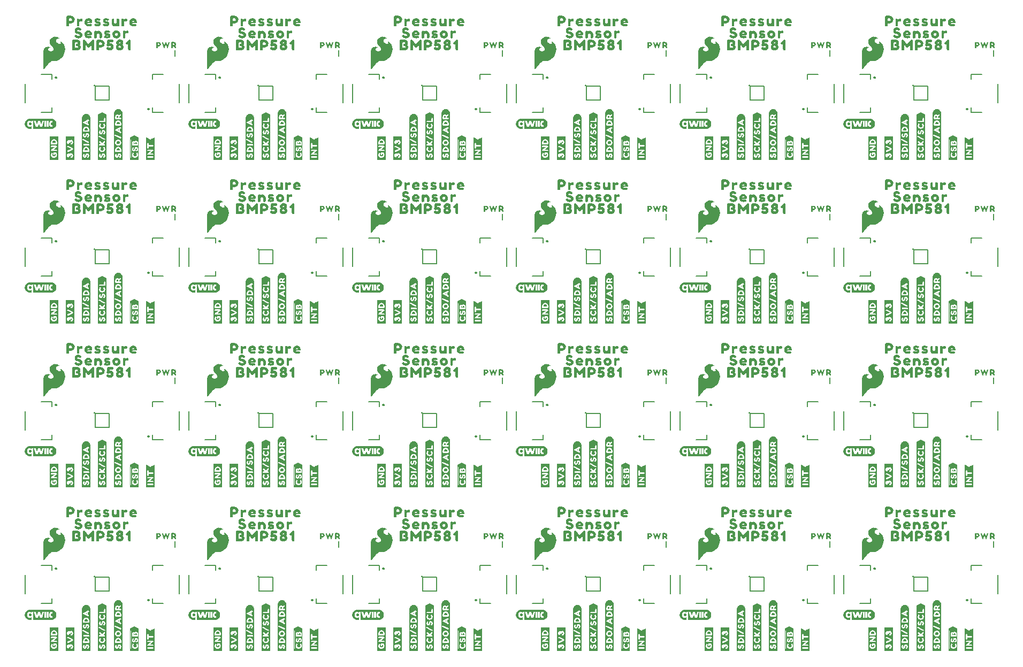
<source format=gto>
G04 EAGLE Gerber RS-274X export*
G75*
%MOMM*%
%FSLAX34Y34*%
%LPD*%
%INSilkscreen Top*%
%IPPOS*%
%AMOC8*
5,1,8,0,0,1.08239X$1,22.5*%
G01*
%ADD10C,0.203200*%
%ADD11C,0.127000*%
%ADD12C,0.175000*%

G36*
X1454438Y539320D02*
X1454438Y539320D01*
X1454446Y539322D01*
X1454646Y539822D01*
X1454642Y539835D01*
X1454649Y539840D01*
X1454649Y613640D01*
X1454646Y613645D01*
X1454649Y613648D01*
X1454549Y614248D01*
X1454449Y614947D01*
X1454441Y614955D01*
X1454444Y614962D01*
X1454146Y615558D01*
X1453947Y616254D01*
X1453942Y616258D01*
X1453944Y616262D01*
X1453644Y616862D01*
X1453637Y616865D01*
X1453638Y616871D01*
X1453238Y617371D01*
X1453234Y617372D01*
X1453235Y617375D01*
X1452235Y618375D01*
X1452231Y618375D01*
X1452231Y618378D01*
X1451731Y618778D01*
X1451727Y618779D01*
X1451727Y618781D01*
X1451127Y619181D01*
X1451123Y619181D01*
X1451122Y619184D01*
X1450522Y619484D01*
X1450517Y619483D01*
X1450516Y619487D01*
X1449916Y619687D01*
X1449914Y619686D01*
X1449914Y619687D01*
X1449214Y619887D01*
X1449210Y619886D01*
X1449208Y619889D01*
X1448608Y619989D01*
X1448607Y619988D01*
X1448607Y619989D01*
X1447907Y620089D01*
X1447898Y620084D01*
X1447893Y620089D01*
X1447193Y619989D01*
X1447192Y619988D01*
X1447192Y619989D01*
X1446592Y619889D01*
X1445893Y619789D01*
X1445888Y619784D01*
X1445884Y619787D01*
X1445284Y619587D01*
X1445283Y619584D01*
X1445281Y619585D01*
X1444581Y619285D01*
X1444576Y619277D01*
X1444569Y619278D01*
X1444071Y618880D01*
X1443473Y618481D01*
X1443472Y618478D01*
X1443469Y618478D01*
X1442969Y618078D01*
X1442967Y618071D01*
X1442962Y618071D01*
X1442562Y617571D01*
X1442561Y617567D01*
X1442559Y617567D01*
X1442160Y616969D01*
X1441762Y616471D01*
X1441761Y616461D01*
X1441755Y616459D01*
X1441455Y615759D01*
X1441456Y615756D01*
X1441453Y615756D01*
X1441253Y615156D01*
X1441254Y615154D01*
X1441253Y615154D01*
X1441053Y614454D01*
X1441056Y614444D01*
X1441051Y614440D01*
X1441051Y613843D01*
X1440951Y613147D01*
X1440954Y613142D01*
X1440951Y613140D01*
X1440951Y539540D01*
X1440980Y539502D01*
X1440982Y539494D01*
X1441482Y539294D01*
X1441495Y539298D01*
X1441500Y539291D01*
X1454400Y539291D01*
X1454438Y539320D01*
G37*
G36*
X936278Y798400D02*
X936278Y798400D01*
X936286Y798402D01*
X936486Y798902D01*
X936482Y798915D01*
X936489Y798920D01*
X936489Y872720D01*
X936486Y872725D01*
X936489Y872728D01*
X936389Y873328D01*
X936289Y874027D01*
X936281Y874035D01*
X936284Y874042D01*
X935986Y874638D01*
X935787Y875334D01*
X935782Y875338D01*
X935784Y875342D01*
X935484Y875942D01*
X935477Y875945D01*
X935478Y875951D01*
X935078Y876451D01*
X935074Y876452D01*
X935075Y876455D01*
X934075Y877455D01*
X934071Y877455D01*
X934071Y877458D01*
X933571Y877858D01*
X933567Y877859D01*
X933567Y877861D01*
X932967Y878261D01*
X932963Y878261D01*
X932962Y878264D01*
X932362Y878564D01*
X932357Y878563D01*
X932356Y878567D01*
X931756Y878767D01*
X931754Y878766D01*
X931754Y878767D01*
X931054Y878967D01*
X931050Y878966D01*
X931048Y878969D01*
X930448Y879069D01*
X930447Y879068D01*
X930447Y879069D01*
X929747Y879169D01*
X929738Y879164D01*
X929733Y879169D01*
X929033Y879069D01*
X929032Y879068D01*
X929032Y879069D01*
X928432Y878969D01*
X927733Y878869D01*
X927728Y878864D01*
X927724Y878867D01*
X927124Y878667D01*
X927123Y878664D01*
X927121Y878665D01*
X926421Y878365D01*
X926416Y878357D01*
X926409Y878358D01*
X925911Y877960D01*
X925313Y877561D01*
X925312Y877558D01*
X925309Y877558D01*
X924809Y877158D01*
X924807Y877151D01*
X924802Y877151D01*
X924402Y876651D01*
X924401Y876647D01*
X924399Y876647D01*
X924000Y876049D01*
X923602Y875551D01*
X923601Y875541D01*
X923595Y875539D01*
X923295Y874839D01*
X923296Y874836D01*
X923293Y874836D01*
X923093Y874236D01*
X923094Y874234D01*
X923093Y874234D01*
X922893Y873534D01*
X922896Y873524D01*
X922891Y873520D01*
X922891Y872923D01*
X922791Y872227D01*
X922794Y872222D01*
X922791Y872220D01*
X922791Y798620D01*
X922820Y798582D01*
X922822Y798574D01*
X923322Y798374D01*
X923335Y798378D01*
X923340Y798371D01*
X936240Y798371D01*
X936278Y798400D01*
G37*
G36*
X418118Y798400D02*
X418118Y798400D01*
X418126Y798402D01*
X418326Y798902D01*
X418322Y798915D01*
X418329Y798920D01*
X418329Y872720D01*
X418326Y872725D01*
X418329Y872728D01*
X418229Y873328D01*
X418129Y874027D01*
X418121Y874035D01*
X418124Y874042D01*
X417826Y874638D01*
X417627Y875334D01*
X417622Y875338D01*
X417624Y875342D01*
X417324Y875942D01*
X417317Y875945D01*
X417318Y875951D01*
X416918Y876451D01*
X416914Y876452D01*
X416915Y876455D01*
X415915Y877455D01*
X415911Y877455D01*
X415911Y877458D01*
X415411Y877858D01*
X415407Y877859D01*
X415407Y877861D01*
X414807Y878261D01*
X414803Y878261D01*
X414802Y878264D01*
X414202Y878564D01*
X414197Y878563D01*
X414196Y878567D01*
X413596Y878767D01*
X413594Y878766D01*
X413594Y878767D01*
X412894Y878967D01*
X412890Y878966D01*
X412888Y878969D01*
X412288Y879069D01*
X412287Y879068D01*
X412287Y879069D01*
X411587Y879169D01*
X411578Y879164D01*
X411573Y879169D01*
X410873Y879069D01*
X410872Y879068D01*
X410872Y879069D01*
X410272Y878969D01*
X409573Y878869D01*
X409568Y878864D01*
X409564Y878867D01*
X408964Y878667D01*
X408963Y878664D01*
X408961Y878665D01*
X408261Y878365D01*
X408256Y878357D01*
X408249Y878358D01*
X407751Y877960D01*
X407153Y877561D01*
X407152Y877558D01*
X407149Y877558D01*
X406649Y877158D01*
X406647Y877151D01*
X406642Y877151D01*
X406242Y876651D01*
X406241Y876647D01*
X406239Y876647D01*
X405840Y876049D01*
X405442Y875551D01*
X405441Y875541D01*
X405435Y875539D01*
X405135Y874839D01*
X405136Y874836D01*
X405133Y874836D01*
X404933Y874236D01*
X404934Y874234D01*
X404933Y874234D01*
X404733Y873534D01*
X404736Y873524D01*
X404731Y873520D01*
X404731Y872923D01*
X404631Y872227D01*
X404634Y872222D01*
X404631Y872220D01*
X404631Y798620D01*
X404660Y798582D01*
X404662Y798574D01*
X405162Y798374D01*
X405175Y798378D01*
X405180Y798371D01*
X418080Y798371D01*
X418118Y798400D01*
G37*
G36*
X1195358Y798400D02*
X1195358Y798400D01*
X1195366Y798402D01*
X1195566Y798902D01*
X1195562Y798915D01*
X1195569Y798920D01*
X1195569Y872720D01*
X1195566Y872725D01*
X1195569Y872728D01*
X1195469Y873328D01*
X1195369Y874027D01*
X1195361Y874035D01*
X1195364Y874042D01*
X1195066Y874638D01*
X1194867Y875334D01*
X1194862Y875338D01*
X1194864Y875342D01*
X1194564Y875942D01*
X1194557Y875945D01*
X1194558Y875951D01*
X1194158Y876451D01*
X1194154Y876452D01*
X1194155Y876455D01*
X1193155Y877455D01*
X1193151Y877455D01*
X1193151Y877458D01*
X1192651Y877858D01*
X1192647Y877859D01*
X1192647Y877861D01*
X1192047Y878261D01*
X1192043Y878261D01*
X1192042Y878264D01*
X1191442Y878564D01*
X1191437Y878563D01*
X1191436Y878567D01*
X1190836Y878767D01*
X1190834Y878766D01*
X1190834Y878767D01*
X1190134Y878967D01*
X1190130Y878966D01*
X1190128Y878969D01*
X1189528Y879069D01*
X1189527Y879068D01*
X1189527Y879069D01*
X1188827Y879169D01*
X1188818Y879164D01*
X1188813Y879169D01*
X1188113Y879069D01*
X1188112Y879068D01*
X1188112Y879069D01*
X1187512Y878969D01*
X1186813Y878869D01*
X1186808Y878864D01*
X1186804Y878867D01*
X1186204Y878667D01*
X1186203Y878664D01*
X1186201Y878665D01*
X1185501Y878365D01*
X1185496Y878357D01*
X1185489Y878358D01*
X1184991Y877960D01*
X1184393Y877561D01*
X1184392Y877558D01*
X1184389Y877558D01*
X1183889Y877158D01*
X1183887Y877151D01*
X1183882Y877151D01*
X1183482Y876651D01*
X1183481Y876647D01*
X1183479Y876647D01*
X1183080Y876049D01*
X1182682Y875551D01*
X1182681Y875541D01*
X1182675Y875539D01*
X1182375Y874839D01*
X1182376Y874836D01*
X1182373Y874836D01*
X1182173Y874236D01*
X1182174Y874234D01*
X1182173Y874234D01*
X1181973Y873534D01*
X1181976Y873524D01*
X1181971Y873520D01*
X1181971Y872923D01*
X1181871Y872227D01*
X1181874Y872222D01*
X1181871Y872220D01*
X1181871Y798620D01*
X1181900Y798582D01*
X1181902Y798574D01*
X1182402Y798374D01*
X1182415Y798378D01*
X1182420Y798371D01*
X1195320Y798371D01*
X1195358Y798400D01*
G37*
G36*
X1454438Y798400D02*
X1454438Y798400D01*
X1454446Y798402D01*
X1454646Y798902D01*
X1454642Y798915D01*
X1454649Y798920D01*
X1454649Y872720D01*
X1454646Y872725D01*
X1454649Y872728D01*
X1454549Y873328D01*
X1454449Y874027D01*
X1454441Y874035D01*
X1454444Y874042D01*
X1454146Y874638D01*
X1453947Y875334D01*
X1453942Y875338D01*
X1453944Y875342D01*
X1453644Y875942D01*
X1453637Y875945D01*
X1453638Y875951D01*
X1453238Y876451D01*
X1453234Y876452D01*
X1453235Y876455D01*
X1452235Y877455D01*
X1452231Y877455D01*
X1452231Y877458D01*
X1451731Y877858D01*
X1451727Y877859D01*
X1451727Y877861D01*
X1451127Y878261D01*
X1451123Y878261D01*
X1451122Y878264D01*
X1450522Y878564D01*
X1450517Y878563D01*
X1450516Y878567D01*
X1449916Y878767D01*
X1449914Y878766D01*
X1449914Y878767D01*
X1449214Y878967D01*
X1449210Y878966D01*
X1449208Y878969D01*
X1448608Y879069D01*
X1448607Y879068D01*
X1448607Y879069D01*
X1447907Y879169D01*
X1447898Y879164D01*
X1447893Y879169D01*
X1447193Y879069D01*
X1447192Y879068D01*
X1447192Y879069D01*
X1446592Y878969D01*
X1445893Y878869D01*
X1445888Y878864D01*
X1445884Y878867D01*
X1445284Y878667D01*
X1445283Y878664D01*
X1445281Y878665D01*
X1444581Y878365D01*
X1444576Y878357D01*
X1444569Y878358D01*
X1444071Y877960D01*
X1443473Y877561D01*
X1443472Y877558D01*
X1443469Y877558D01*
X1442969Y877158D01*
X1442967Y877151D01*
X1442962Y877151D01*
X1442562Y876651D01*
X1442561Y876647D01*
X1442559Y876647D01*
X1442160Y876049D01*
X1441762Y875551D01*
X1441761Y875541D01*
X1441755Y875539D01*
X1441455Y874839D01*
X1441456Y874836D01*
X1441453Y874836D01*
X1441253Y874236D01*
X1441254Y874234D01*
X1441253Y874234D01*
X1441053Y873534D01*
X1441056Y873524D01*
X1441051Y873520D01*
X1441051Y872923D01*
X1440951Y872227D01*
X1440954Y872222D01*
X1440951Y872220D01*
X1440951Y798620D01*
X1440980Y798582D01*
X1440982Y798574D01*
X1441482Y798374D01*
X1441495Y798378D01*
X1441500Y798371D01*
X1454400Y798371D01*
X1454438Y798400D01*
G37*
G36*
X677198Y798400D02*
X677198Y798400D01*
X677206Y798402D01*
X677406Y798902D01*
X677402Y798915D01*
X677409Y798920D01*
X677409Y872720D01*
X677406Y872725D01*
X677409Y872728D01*
X677309Y873328D01*
X677209Y874027D01*
X677201Y874035D01*
X677204Y874042D01*
X676906Y874638D01*
X676707Y875334D01*
X676702Y875338D01*
X676704Y875342D01*
X676404Y875942D01*
X676397Y875945D01*
X676398Y875951D01*
X675998Y876451D01*
X675994Y876452D01*
X675995Y876455D01*
X674995Y877455D01*
X674991Y877455D01*
X674991Y877458D01*
X674491Y877858D01*
X674487Y877859D01*
X674487Y877861D01*
X673887Y878261D01*
X673883Y878261D01*
X673882Y878264D01*
X673282Y878564D01*
X673277Y878563D01*
X673276Y878567D01*
X672676Y878767D01*
X672674Y878766D01*
X672674Y878767D01*
X671974Y878967D01*
X671970Y878966D01*
X671968Y878969D01*
X671368Y879069D01*
X671367Y879068D01*
X671367Y879069D01*
X670667Y879169D01*
X670658Y879164D01*
X670653Y879169D01*
X669953Y879069D01*
X669952Y879068D01*
X669952Y879069D01*
X669352Y878969D01*
X668653Y878869D01*
X668648Y878864D01*
X668644Y878867D01*
X668044Y878667D01*
X668043Y878664D01*
X668041Y878665D01*
X667341Y878365D01*
X667336Y878357D01*
X667329Y878358D01*
X666831Y877960D01*
X666233Y877561D01*
X666232Y877558D01*
X666229Y877558D01*
X665729Y877158D01*
X665727Y877151D01*
X665722Y877151D01*
X665322Y876651D01*
X665321Y876647D01*
X665319Y876647D01*
X664920Y876049D01*
X664522Y875551D01*
X664521Y875541D01*
X664515Y875539D01*
X664215Y874839D01*
X664216Y874836D01*
X664213Y874836D01*
X664013Y874236D01*
X664014Y874234D01*
X664013Y874234D01*
X663813Y873534D01*
X663816Y873524D01*
X663811Y873520D01*
X663811Y872923D01*
X663711Y872227D01*
X663714Y872222D01*
X663711Y872220D01*
X663711Y798620D01*
X663740Y798582D01*
X663742Y798574D01*
X664242Y798374D01*
X664255Y798378D01*
X664260Y798371D01*
X677160Y798371D01*
X677198Y798400D01*
G37*
G36*
X418118Y539320D02*
X418118Y539320D01*
X418126Y539322D01*
X418326Y539822D01*
X418322Y539835D01*
X418329Y539840D01*
X418329Y613640D01*
X418326Y613645D01*
X418329Y613648D01*
X418229Y614248D01*
X418129Y614947D01*
X418121Y614955D01*
X418124Y614962D01*
X417826Y615558D01*
X417627Y616254D01*
X417622Y616258D01*
X417624Y616262D01*
X417324Y616862D01*
X417317Y616865D01*
X417318Y616871D01*
X416918Y617371D01*
X416914Y617372D01*
X416915Y617375D01*
X415915Y618375D01*
X415911Y618375D01*
X415911Y618378D01*
X415411Y618778D01*
X415407Y618779D01*
X415407Y618781D01*
X414807Y619181D01*
X414803Y619181D01*
X414802Y619184D01*
X414202Y619484D01*
X414197Y619483D01*
X414196Y619487D01*
X413596Y619687D01*
X413594Y619686D01*
X413594Y619687D01*
X412894Y619887D01*
X412890Y619886D01*
X412888Y619889D01*
X412288Y619989D01*
X412287Y619988D01*
X412287Y619989D01*
X411587Y620089D01*
X411578Y620084D01*
X411573Y620089D01*
X410873Y619989D01*
X410872Y619988D01*
X410872Y619989D01*
X410272Y619889D01*
X409573Y619789D01*
X409568Y619784D01*
X409564Y619787D01*
X408964Y619587D01*
X408963Y619584D01*
X408961Y619585D01*
X408261Y619285D01*
X408256Y619277D01*
X408249Y619278D01*
X407751Y618880D01*
X407153Y618481D01*
X407152Y618478D01*
X407149Y618478D01*
X406649Y618078D01*
X406647Y618071D01*
X406642Y618071D01*
X406242Y617571D01*
X406241Y617567D01*
X406239Y617567D01*
X405840Y616969D01*
X405442Y616471D01*
X405441Y616461D01*
X405435Y616459D01*
X405135Y615759D01*
X405136Y615756D01*
X405133Y615756D01*
X404933Y615156D01*
X404934Y615154D01*
X404933Y615154D01*
X404733Y614454D01*
X404736Y614444D01*
X404731Y614440D01*
X404731Y613843D01*
X404631Y613147D01*
X404634Y613142D01*
X404631Y613140D01*
X404631Y539540D01*
X404660Y539502D01*
X404662Y539494D01*
X405162Y539294D01*
X405175Y539298D01*
X405180Y539291D01*
X418080Y539291D01*
X418118Y539320D01*
G37*
G36*
X1195358Y539320D02*
X1195358Y539320D01*
X1195366Y539322D01*
X1195566Y539822D01*
X1195562Y539835D01*
X1195569Y539840D01*
X1195569Y613640D01*
X1195566Y613645D01*
X1195569Y613648D01*
X1195469Y614248D01*
X1195369Y614947D01*
X1195361Y614955D01*
X1195364Y614962D01*
X1195066Y615558D01*
X1194867Y616254D01*
X1194862Y616258D01*
X1194864Y616262D01*
X1194564Y616862D01*
X1194557Y616865D01*
X1194558Y616871D01*
X1194158Y617371D01*
X1194154Y617372D01*
X1194155Y617375D01*
X1193155Y618375D01*
X1193151Y618375D01*
X1193151Y618378D01*
X1192651Y618778D01*
X1192647Y618779D01*
X1192647Y618781D01*
X1192047Y619181D01*
X1192043Y619181D01*
X1192042Y619184D01*
X1191442Y619484D01*
X1191437Y619483D01*
X1191436Y619487D01*
X1190836Y619687D01*
X1190834Y619686D01*
X1190834Y619687D01*
X1190134Y619887D01*
X1190130Y619886D01*
X1190128Y619889D01*
X1189528Y619989D01*
X1189527Y619988D01*
X1189527Y619989D01*
X1188827Y620089D01*
X1188818Y620084D01*
X1188813Y620089D01*
X1188113Y619989D01*
X1188112Y619988D01*
X1188112Y619989D01*
X1187512Y619889D01*
X1186813Y619789D01*
X1186808Y619784D01*
X1186804Y619787D01*
X1186204Y619587D01*
X1186203Y619584D01*
X1186201Y619585D01*
X1185501Y619285D01*
X1185496Y619277D01*
X1185489Y619278D01*
X1184991Y618880D01*
X1184393Y618481D01*
X1184392Y618478D01*
X1184389Y618478D01*
X1183889Y618078D01*
X1183887Y618071D01*
X1183882Y618071D01*
X1183482Y617571D01*
X1183481Y617567D01*
X1183479Y617567D01*
X1183080Y616969D01*
X1182682Y616471D01*
X1182681Y616461D01*
X1182675Y616459D01*
X1182375Y615759D01*
X1182376Y615756D01*
X1182373Y615756D01*
X1182173Y615156D01*
X1182174Y615154D01*
X1182173Y615154D01*
X1181973Y614454D01*
X1181976Y614444D01*
X1181971Y614440D01*
X1181971Y613843D01*
X1181871Y613147D01*
X1181874Y613142D01*
X1181871Y613140D01*
X1181871Y539540D01*
X1181900Y539502D01*
X1181902Y539494D01*
X1182402Y539294D01*
X1182415Y539298D01*
X1182420Y539291D01*
X1195320Y539291D01*
X1195358Y539320D01*
G37*
G36*
X677198Y280240D02*
X677198Y280240D01*
X677206Y280242D01*
X677406Y280742D01*
X677402Y280755D01*
X677409Y280760D01*
X677409Y354560D01*
X677406Y354565D01*
X677409Y354568D01*
X677309Y355168D01*
X677209Y355867D01*
X677201Y355875D01*
X677204Y355882D01*
X676906Y356478D01*
X676707Y357174D01*
X676702Y357178D01*
X676704Y357182D01*
X676404Y357782D01*
X676397Y357785D01*
X676398Y357791D01*
X675998Y358291D01*
X675994Y358292D01*
X675995Y358295D01*
X674995Y359295D01*
X674991Y359295D01*
X674991Y359298D01*
X674491Y359698D01*
X674487Y359699D01*
X674487Y359701D01*
X673887Y360101D01*
X673883Y360101D01*
X673882Y360104D01*
X673282Y360404D01*
X673277Y360403D01*
X673276Y360407D01*
X672676Y360607D01*
X672674Y360606D01*
X672674Y360607D01*
X671974Y360807D01*
X671970Y360806D01*
X671968Y360809D01*
X671368Y360909D01*
X671367Y360908D01*
X671367Y360909D01*
X670667Y361009D01*
X670658Y361004D01*
X670653Y361009D01*
X669953Y360909D01*
X669952Y360908D01*
X669952Y360909D01*
X669352Y360809D01*
X668653Y360709D01*
X668648Y360704D01*
X668644Y360707D01*
X668044Y360507D01*
X668043Y360504D01*
X668041Y360505D01*
X667341Y360205D01*
X667336Y360197D01*
X667329Y360198D01*
X666831Y359800D01*
X666233Y359401D01*
X666232Y359398D01*
X666229Y359398D01*
X665729Y358998D01*
X665727Y358991D01*
X665722Y358991D01*
X665322Y358491D01*
X665321Y358487D01*
X665319Y358487D01*
X664920Y357889D01*
X664522Y357391D01*
X664521Y357381D01*
X664515Y357379D01*
X664215Y356679D01*
X664216Y356676D01*
X664213Y356676D01*
X664013Y356076D01*
X664014Y356074D01*
X664013Y356074D01*
X663813Y355374D01*
X663816Y355364D01*
X663811Y355360D01*
X663811Y354763D01*
X663711Y354067D01*
X663714Y354062D01*
X663711Y354060D01*
X663711Y280460D01*
X663740Y280422D01*
X663742Y280414D01*
X664242Y280214D01*
X664255Y280218D01*
X664260Y280211D01*
X677160Y280211D01*
X677198Y280240D01*
G37*
G36*
X418118Y280240D02*
X418118Y280240D01*
X418126Y280242D01*
X418326Y280742D01*
X418322Y280755D01*
X418329Y280760D01*
X418329Y354560D01*
X418326Y354565D01*
X418329Y354568D01*
X418229Y355168D01*
X418129Y355867D01*
X418121Y355875D01*
X418124Y355882D01*
X417826Y356478D01*
X417627Y357174D01*
X417622Y357178D01*
X417624Y357182D01*
X417324Y357782D01*
X417317Y357785D01*
X417318Y357791D01*
X416918Y358291D01*
X416914Y358292D01*
X416915Y358295D01*
X415915Y359295D01*
X415911Y359295D01*
X415911Y359298D01*
X415411Y359698D01*
X415407Y359699D01*
X415407Y359701D01*
X414807Y360101D01*
X414803Y360101D01*
X414802Y360104D01*
X414202Y360404D01*
X414197Y360403D01*
X414196Y360407D01*
X413596Y360607D01*
X413594Y360606D01*
X413594Y360607D01*
X412894Y360807D01*
X412890Y360806D01*
X412888Y360809D01*
X412288Y360909D01*
X412287Y360908D01*
X412287Y360909D01*
X411587Y361009D01*
X411578Y361004D01*
X411573Y361009D01*
X410873Y360909D01*
X410872Y360908D01*
X410872Y360909D01*
X410272Y360809D01*
X409573Y360709D01*
X409568Y360704D01*
X409564Y360707D01*
X408964Y360507D01*
X408963Y360504D01*
X408961Y360505D01*
X408261Y360205D01*
X408256Y360197D01*
X408249Y360198D01*
X407751Y359800D01*
X407153Y359401D01*
X407152Y359398D01*
X407149Y359398D01*
X406649Y358998D01*
X406647Y358991D01*
X406642Y358991D01*
X406242Y358491D01*
X406241Y358487D01*
X406239Y358487D01*
X405840Y357889D01*
X405442Y357391D01*
X405441Y357381D01*
X405435Y357379D01*
X405135Y356679D01*
X405136Y356676D01*
X405133Y356676D01*
X404933Y356076D01*
X404934Y356074D01*
X404933Y356074D01*
X404733Y355374D01*
X404736Y355364D01*
X404731Y355360D01*
X404731Y354763D01*
X404631Y354067D01*
X404634Y354062D01*
X404631Y354060D01*
X404631Y280460D01*
X404660Y280422D01*
X404662Y280414D01*
X405162Y280214D01*
X405175Y280218D01*
X405180Y280211D01*
X418080Y280211D01*
X418118Y280240D01*
G37*
G36*
X677198Y21160D02*
X677198Y21160D01*
X677206Y21162D01*
X677406Y21662D01*
X677402Y21675D01*
X677409Y21680D01*
X677409Y95480D01*
X677406Y95485D01*
X677409Y95488D01*
X677309Y96088D01*
X677209Y96787D01*
X677201Y96795D01*
X677204Y96802D01*
X676906Y97398D01*
X676707Y98094D01*
X676702Y98098D01*
X676704Y98102D01*
X676404Y98702D01*
X676397Y98705D01*
X676398Y98711D01*
X675998Y99211D01*
X675994Y99212D01*
X675995Y99215D01*
X674995Y100215D01*
X674991Y100215D01*
X674991Y100218D01*
X674491Y100618D01*
X674487Y100619D01*
X674487Y100621D01*
X673887Y101021D01*
X673883Y101021D01*
X673882Y101024D01*
X673282Y101324D01*
X673277Y101323D01*
X673276Y101327D01*
X672676Y101527D01*
X672674Y101526D01*
X672674Y101527D01*
X671974Y101727D01*
X671970Y101726D01*
X671968Y101729D01*
X671368Y101829D01*
X671367Y101828D01*
X671367Y101829D01*
X670667Y101929D01*
X670658Y101924D01*
X670653Y101929D01*
X669953Y101829D01*
X669952Y101828D01*
X669952Y101829D01*
X669352Y101729D01*
X668653Y101629D01*
X668648Y101624D01*
X668644Y101627D01*
X668044Y101427D01*
X668043Y101424D01*
X668041Y101425D01*
X667341Y101125D01*
X667336Y101117D01*
X667329Y101118D01*
X666831Y100720D01*
X666233Y100321D01*
X666232Y100318D01*
X666229Y100318D01*
X665729Y99918D01*
X665727Y99911D01*
X665722Y99911D01*
X665322Y99411D01*
X665321Y99407D01*
X665319Y99407D01*
X664920Y98809D01*
X664522Y98311D01*
X664521Y98301D01*
X664515Y98299D01*
X664215Y97599D01*
X664216Y97596D01*
X664213Y97596D01*
X664013Y96996D01*
X664014Y96994D01*
X664013Y96994D01*
X663813Y96294D01*
X663816Y96284D01*
X663811Y96280D01*
X663811Y95683D01*
X663711Y94987D01*
X663714Y94982D01*
X663711Y94980D01*
X663711Y21380D01*
X663740Y21342D01*
X663742Y21334D01*
X664242Y21134D01*
X664255Y21138D01*
X664260Y21131D01*
X677160Y21131D01*
X677198Y21160D01*
G37*
G36*
X936278Y280240D02*
X936278Y280240D01*
X936286Y280242D01*
X936486Y280742D01*
X936482Y280755D01*
X936489Y280760D01*
X936489Y354560D01*
X936486Y354565D01*
X936489Y354568D01*
X936389Y355168D01*
X936289Y355867D01*
X936281Y355875D01*
X936284Y355882D01*
X935986Y356478D01*
X935787Y357174D01*
X935782Y357178D01*
X935784Y357182D01*
X935484Y357782D01*
X935477Y357785D01*
X935478Y357791D01*
X935078Y358291D01*
X935074Y358292D01*
X935075Y358295D01*
X934075Y359295D01*
X934071Y359295D01*
X934071Y359298D01*
X933571Y359698D01*
X933567Y359699D01*
X933567Y359701D01*
X932967Y360101D01*
X932963Y360101D01*
X932962Y360104D01*
X932362Y360404D01*
X932357Y360403D01*
X932356Y360407D01*
X931756Y360607D01*
X931754Y360606D01*
X931754Y360607D01*
X931054Y360807D01*
X931050Y360806D01*
X931048Y360809D01*
X930448Y360909D01*
X930447Y360908D01*
X930447Y360909D01*
X929747Y361009D01*
X929738Y361004D01*
X929733Y361009D01*
X929033Y360909D01*
X929032Y360908D01*
X929032Y360909D01*
X928432Y360809D01*
X927733Y360709D01*
X927728Y360704D01*
X927724Y360707D01*
X927124Y360507D01*
X927123Y360504D01*
X927121Y360505D01*
X926421Y360205D01*
X926416Y360197D01*
X926409Y360198D01*
X925911Y359800D01*
X925313Y359401D01*
X925312Y359398D01*
X925309Y359398D01*
X924809Y358998D01*
X924807Y358991D01*
X924802Y358991D01*
X924402Y358491D01*
X924401Y358487D01*
X924399Y358487D01*
X924000Y357889D01*
X923602Y357391D01*
X923601Y357381D01*
X923595Y357379D01*
X923295Y356679D01*
X923296Y356676D01*
X923293Y356676D01*
X923093Y356076D01*
X923094Y356074D01*
X923093Y356074D01*
X922893Y355374D01*
X922896Y355364D01*
X922891Y355360D01*
X922891Y354763D01*
X922791Y354067D01*
X922794Y354062D01*
X922791Y354060D01*
X922791Y280460D01*
X922820Y280422D01*
X922822Y280414D01*
X923322Y280214D01*
X923335Y280218D01*
X923340Y280211D01*
X936240Y280211D01*
X936278Y280240D01*
G37*
G36*
X1195358Y280240D02*
X1195358Y280240D01*
X1195366Y280242D01*
X1195566Y280742D01*
X1195562Y280755D01*
X1195569Y280760D01*
X1195569Y354560D01*
X1195566Y354565D01*
X1195569Y354568D01*
X1195469Y355168D01*
X1195369Y355867D01*
X1195361Y355875D01*
X1195364Y355882D01*
X1195066Y356478D01*
X1194867Y357174D01*
X1194862Y357178D01*
X1194864Y357182D01*
X1194564Y357782D01*
X1194557Y357785D01*
X1194558Y357791D01*
X1194158Y358291D01*
X1194154Y358292D01*
X1194155Y358295D01*
X1193155Y359295D01*
X1193151Y359295D01*
X1193151Y359298D01*
X1192651Y359698D01*
X1192647Y359699D01*
X1192647Y359701D01*
X1192047Y360101D01*
X1192043Y360101D01*
X1192042Y360104D01*
X1191442Y360404D01*
X1191437Y360403D01*
X1191436Y360407D01*
X1190836Y360607D01*
X1190834Y360606D01*
X1190834Y360607D01*
X1190134Y360807D01*
X1190130Y360806D01*
X1190128Y360809D01*
X1189528Y360909D01*
X1189527Y360908D01*
X1189527Y360909D01*
X1188827Y361009D01*
X1188818Y361004D01*
X1188813Y361009D01*
X1188113Y360909D01*
X1188112Y360908D01*
X1188112Y360909D01*
X1187512Y360809D01*
X1186813Y360709D01*
X1186808Y360704D01*
X1186804Y360707D01*
X1186204Y360507D01*
X1186203Y360504D01*
X1186201Y360505D01*
X1185501Y360205D01*
X1185496Y360197D01*
X1185489Y360198D01*
X1184991Y359800D01*
X1184393Y359401D01*
X1184392Y359398D01*
X1184389Y359398D01*
X1183889Y358998D01*
X1183887Y358991D01*
X1183882Y358991D01*
X1183482Y358491D01*
X1183481Y358487D01*
X1183479Y358487D01*
X1183080Y357889D01*
X1182682Y357391D01*
X1182681Y357381D01*
X1182675Y357379D01*
X1182375Y356679D01*
X1182376Y356676D01*
X1182373Y356676D01*
X1182173Y356076D01*
X1182174Y356074D01*
X1182173Y356074D01*
X1181973Y355374D01*
X1181976Y355364D01*
X1181971Y355360D01*
X1181971Y354763D01*
X1181871Y354067D01*
X1181874Y354062D01*
X1181871Y354060D01*
X1181871Y280460D01*
X1181900Y280422D01*
X1181902Y280414D01*
X1182402Y280214D01*
X1182415Y280218D01*
X1182420Y280211D01*
X1195320Y280211D01*
X1195358Y280240D01*
G37*
G36*
X936278Y21160D02*
X936278Y21160D01*
X936286Y21162D01*
X936486Y21662D01*
X936482Y21675D01*
X936489Y21680D01*
X936489Y95480D01*
X936486Y95485D01*
X936489Y95488D01*
X936389Y96088D01*
X936289Y96787D01*
X936281Y96795D01*
X936284Y96802D01*
X935986Y97398D01*
X935787Y98094D01*
X935782Y98098D01*
X935784Y98102D01*
X935484Y98702D01*
X935477Y98705D01*
X935478Y98711D01*
X935078Y99211D01*
X935074Y99212D01*
X935075Y99215D01*
X934075Y100215D01*
X934071Y100215D01*
X934071Y100218D01*
X933571Y100618D01*
X933567Y100619D01*
X933567Y100621D01*
X932967Y101021D01*
X932963Y101021D01*
X932962Y101024D01*
X932362Y101324D01*
X932357Y101323D01*
X932356Y101327D01*
X931756Y101527D01*
X931754Y101526D01*
X931754Y101527D01*
X931054Y101727D01*
X931050Y101726D01*
X931048Y101729D01*
X930448Y101829D01*
X930447Y101828D01*
X930447Y101829D01*
X929747Y101929D01*
X929738Y101924D01*
X929733Y101929D01*
X929033Y101829D01*
X929032Y101828D01*
X929032Y101829D01*
X928432Y101729D01*
X927733Y101629D01*
X927728Y101624D01*
X927724Y101627D01*
X927124Y101427D01*
X927123Y101424D01*
X927121Y101425D01*
X926421Y101125D01*
X926416Y101117D01*
X926409Y101118D01*
X925911Y100720D01*
X925313Y100321D01*
X925312Y100318D01*
X925309Y100318D01*
X924809Y99918D01*
X924807Y99911D01*
X924802Y99911D01*
X924402Y99411D01*
X924401Y99407D01*
X924399Y99407D01*
X924000Y98809D01*
X923602Y98311D01*
X923601Y98301D01*
X923595Y98299D01*
X923295Y97599D01*
X923296Y97596D01*
X923293Y97596D01*
X923093Y96996D01*
X923094Y96994D01*
X923093Y96994D01*
X922893Y96294D01*
X922896Y96284D01*
X922891Y96280D01*
X922891Y95683D01*
X922791Y94987D01*
X922794Y94982D01*
X922791Y94980D01*
X922791Y21380D01*
X922820Y21342D01*
X922822Y21334D01*
X923322Y21134D01*
X923335Y21138D01*
X923340Y21131D01*
X936240Y21131D01*
X936278Y21160D01*
G37*
G36*
X1195358Y21160D02*
X1195358Y21160D01*
X1195366Y21162D01*
X1195566Y21662D01*
X1195562Y21675D01*
X1195569Y21680D01*
X1195569Y95480D01*
X1195566Y95485D01*
X1195569Y95488D01*
X1195469Y96088D01*
X1195369Y96787D01*
X1195361Y96795D01*
X1195364Y96802D01*
X1195066Y97398D01*
X1194867Y98094D01*
X1194862Y98098D01*
X1194864Y98102D01*
X1194564Y98702D01*
X1194557Y98705D01*
X1194558Y98711D01*
X1194158Y99211D01*
X1194154Y99212D01*
X1194155Y99215D01*
X1193155Y100215D01*
X1193151Y100215D01*
X1193151Y100218D01*
X1192651Y100618D01*
X1192647Y100619D01*
X1192647Y100621D01*
X1192047Y101021D01*
X1192043Y101021D01*
X1192042Y101024D01*
X1191442Y101324D01*
X1191437Y101323D01*
X1191436Y101327D01*
X1190836Y101527D01*
X1190834Y101526D01*
X1190834Y101527D01*
X1190134Y101727D01*
X1190130Y101726D01*
X1190128Y101729D01*
X1189528Y101829D01*
X1189527Y101828D01*
X1189527Y101829D01*
X1188827Y101929D01*
X1188818Y101924D01*
X1188813Y101929D01*
X1188113Y101829D01*
X1188112Y101828D01*
X1188112Y101829D01*
X1187512Y101729D01*
X1186813Y101629D01*
X1186808Y101624D01*
X1186804Y101627D01*
X1186204Y101427D01*
X1186203Y101424D01*
X1186201Y101425D01*
X1185501Y101125D01*
X1185496Y101117D01*
X1185489Y101118D01*
X1184991Y100720D01*
X1184393Y100321D01*
X1184392Y100318D01*
X1184389Y100318D01*
X1183889Y99918D01*
X1183887Y99911D01*
X1183882Y99911D01*
X1183482Y99411D01*
X1183481Y99407D01*
X1183479Y99407D01*
X1183080Y98809D01*
X1182682Y98311D01*
X1182681Y98301D01*
X1182675Y98299D01*
X1182375Y97599D01*
X1182376Y97596D01*
X1182373Y97596D01*
X1182173Y96996D01*
X1182174Y96994D01*
X1182173Y96994D01*
X1181973Y96294D01*
X1181976Y96284D01*
X1181971Y96280D01*
X1181971Y95683D01*
X1181871Y94987D01*
X1181874Y94982D01*
X1181871Y94980D01*
X1181871Y21380D01*
X1181900Y21342D01*
X1181902Y21334D01*
X1182402Y21134D01*
X1182415Y21138D01*
X1182420Y21131D01*
X1195320Y21131D01*
X1195358Y21160D01*
G37*
G36*
X418118Y21160D02*
X418118Y21160D01*
X418126Y21162D01*
X418326Y21662D01*
X418322Y21675D01*
X418329Y21680D01*
X418329Y95480D01*
X418326Y95485D01*
X418329Y95488D01*
X418229Y96088D01*
X418129Y96787D01*
X418121Y96795D01*
X418124Y96802D01*
X417826Y97398D01*
X417627Y98094D01*
X417622Y98098D01*
X417624Y98102D01*
X417324Y98702D01*
X417317Y98705D01*
X417318Y98711D01*
X416918Y99211D01*
X416914Y99212D01*
X416915Y99215D01*
X415915Y100215D01*
X415911Y100215D01*
X415911Y100218D01*
X415411Y100618D01*
X415407Y100619D01*
X415407Y100621D01*
X414807Y101021D01*
X414803Y101021D01*
X414802Y101024D01*
X414202Y101324D01*
X414197Y101323D01*
X414196Y101327D01*
X413596Y101527D01*
X413594Y101526D01*
X413594Y101527D01*
X412894Y101727D01*
X412890Y101726D01*
X412888Y101729D01*
X412288Y101829D01*
X412287Y101828D01*
X412287Y101829D01*
X411587Y101929D01*
X411578Y101924D01*
X411573Y101929D01*
X410873Y101829D01*
X410872Y101828D01*
X410872Y101829D01*
X410272Y101729D01*
X409573Y101629D01*
X409568Y101624D01*
X409564Y101627D01*
X408964Y101427D01*
X408963Y101424D01*
X408961Y101425D01*
X408261Y101125D01*
X408256Y101117D01*
X408249Y101118D01*
X407751Y100720D01*
X407153Y100321D01*
X407152Y100318D01*
X407149Y100318D01*
X406649Y99918D01*
X406647Y99911D01*
X406642Y99911D01*
X406242Y99411D01*
X406241Y99407D01*
X406239Y99407D01*
X405840Y98809D01*
X405442Y98311D01*
X405441Y98301D01*
X405435Y98299D01*
X405135Y97599D01*
X405136Y97596D01*
X405133Y97596D01*
X404933Y96996D01*
X404934Y96994D01*
X404933Y96994D01*
X404733Y96294D01*
X404736Y96284D01*
X404731Y96280D01*
X404731Y95683D01*
X404631Y94987D01*
X404634Y94982D01*
X404631Y94980D01*
X404631Y21380D01*
X404660Y21342D01*
X404662Y21334D01*
X405162Y21134D01*
X405175Y21138D01*
X405180Y21131D01*
X418080Y21131D01*
X418118Y21160D01*
G37*
G36*
X1454438Y280240D02*
X1454438Y280240D01*
X1454446Y280242D01*
X1454646Y280742D01*
X1454642Y280755D01*
X1454649Y280760D01*
X1454649Y354560D01*
X1454646Y354565D01*
X1454649Y354568D01*
X1454549Y355168D01*
X1454449Y355867D01*
X1454441Y355875D01*
X1454444Y355882D01*
X1454146Y356478D01*
X1453947Y357174D01*
X1453942Y357178D01*
X1453944Y357182D01*
X1453644Y357782D01*
X1453637Y357785D01*
X1453638Y357791D01*
X1453238Y358291D01*
X1453234Y358292D01*
X1453235Y358295D01*
X1452235Y359295D01*
X1452231Y359295D01*
X1452231Y359298D01*
X1451731Y359698D01*
X1451727Y359699D01*
X1451727Y359701D01*
X1451127Y360101D01*
X1451123Y360101D01*
X1451122Y360104D01*
X1450522Y360404D01*
X1450517Y360403D01*
X1450516Y360407D01*
X1449916Y360607D01*
X1449914Y360606D01*
X1449914Y360607D01*
X1449214Y360807D01*
X1449210Y360806D01*
X1449208Y360809D01*
X1448608Y360909D01*
X1448607Y360908D01*
X1448607Y360909D01*
X1447907Y361009D01*
X1447898Y361004D01*
X1447893Y361009D01*
X1447193Y360909D01*
X1447192Y360908D01*
X1447192Y360909D01*
X1446592Y360809D01*
X1445893Y360709D01*
X1445888Y360704D01*
X1445884Y360707D01*
X1445284Y360507D01*
X1445283Y360504D01*
X1445281Y360505D01*
X1444581Y360205D01*
X1444576Y360197D01*
X1444569Y360198D01*
X1444071Y359800D01*
X1443473Y359401D01*
X1443472Y359398D01*
X1443469Y359398D01*
X1442969Y358998D01*
X1442967Y358991D01*
X1442962Y358991D01*
X1442562Y358491D01*
X1442561Y358487D01*
X1442559Y358487D01*
X1442160Y357889D01*
X1441762Y357391D01*
X1441761Y357381D01*
X1441755Y357379D01*
X1441455Y356679D01*
X1441456Y356676D01*
X1441453Y356676D01*
X1441253Y356076D01*
X1441254Y356074D01*
X1441253Y356074D01*
X1441053Y355374D01*
X1441056Y355364D01*
X1441051Y355360D01*
X1441051Y354763D01*
X1440951Y354067D01*
X1440954Y354062D01*
X1440951Y354060D01*
X1440951Y280460D01*
X1440980Y280422D01*
X1440982Y280414D01*
X1441482Y280214D01*
X1441495Y280218D01*
X1441500Y280211D01*
X1454400Y280211D01*
X1454438Y280240D01*
G37*
G36*
X159038Y280240D02*
X159038Y280240D01*
X159046Y280242D01*
X159246Y280742D01*
X159242Y280755D01*
X159249Y280760D01*
X159249Y354560D01*
X159246Y354565D01*
X159249Y354568D01*
X159149Y355168D01*
X159049Y355867D01*
X159041Y355875D01*
X159044Y355882D01*
X158746Y356478D01*
X158547Y357174D01*
X158542Y357178D01*
X158544Y357182D01*
X158244Y357782D01*
X158237Y357785D01*
X158238Y357791D01*
X157838Y358291D01*
X157834Y358292D01*
X157835Y358295D01*
X156835Y359295D01*
X156831Y359295D01*
X156831Y359298D01*
X156331Y359698D01*
X156327Y359699D01*
X156327Y359701D01*
X155727Y360101D01*
X155723Y360101D01*
X155722Y360104D01*
X155122Y360404D01*
X155117Y360403D01*
X155116Y360407D01*
X154516Y360607D01*
X154514Y360606D01*
X154514Y360607D01*
X153814Y360807D01*
X153810Y360806D01*
X153808Y360809D01*
X153208Y360909D01*
X153207Y360908D01*
X153207Y360909D01*
X152507Y361009D01*
X152498Y361004D01*
X152493Y361009D01*
X151793Y360909D01*
X151792Y360908D01*
X151792Y360909D01*
X151192Y360809D01*
X150493Y360709D01*
X150488Y360704D01*
X150484Y360707D01*
X149884Y360507D01*
X149883Y360504D01*
X149881Y360505D01*
X149181Y360205D01*
X149176Y360197D01*
X149169Y360198D01*
X148671Y359800D01*
X148073Y359401D01*
X148072Y359398D01*
X148069Y359398D01*
X147569Y358998D01*
X147567Y358991D01*
X147562Y358991D01*
X147162Y358491D01*
X147161Y358487D01*
X147159Y358487D01*
X146760Y357889D01*
X146362Y357391D01*
X146361Y357381D01*
X146355Y357379D01*
X146055Y356679D01*
X146056Y356676D01*
X146053Y356676D01*
X145853Y356076D01*
X145854Y356074D01*
X145853Y356074D01*
X145653Y355374D01*
X145656Y355364D01*
X145651Y355360D01*
X145651Y354763D01*
X145551Y354067D01*
X145554Y354062D01*
X145551Y354060D01*
X145551Y280460D01*
X145580Y280422D01*
X145582Y280414D01*
X146082Y280214D01*
X146095Y280218D01*
X146100Y280211D01*
X159000Y280211D01*
X159038Y280240D01*
G37*
G36*
X159038Y21160D02*
X159038Y21160D01*
X159046Y21162D01*
X159246Y21662D01*
X159242Y21675D01*
X159249Y21680D01*
X159249Y95480D01*
X159246Y95485D01*
X159249Y95488D01*
X159149Y96088D01*
X159049Y96787D01*
X159041Y96795D01*
X159044Y96802D01*
X158746Y97398D01*
X158547Y98094D01*
X158542Y98098D01*
X158544Y98102D01*
X158244Y98702D01*
X158237Y98705D01*
X158238Y98711D01*
X157838Y99211D01*
X157834Y99212D01*
X157835Y99215D01*
X156835Y100215D01*
X156831Y100215D01*
X156831Y100218D01*
X156331Y100618D01*
X156327Y100619D01*
X156327Y100621D01*
X155727Y101021D01*
X155723Y101021D01*
X155722Y101024D01*
X155122Y101324D01*
X155117Y101323D01*
X155116Y101327D01*
X154516Y101527D01*
X154514Y101526D01*
X154514Y101527D01*
X153814Y101727D01*
X153810Y101726D01*
X153808Y101729D01*
X153208Y101829D01*
X153207Y101828D01*
X153207Y101829D01*
X152507Y101929D01*
X152498Y101924D01*
X152493Y101929D01*
X151793Y101829D01*
X151792Y101828D01*
X151792Y101829D01*
X151192Y101729D01*
X150493Y101629D01*
X150488Y101624D01*
X150484Y101627D01*
X149884Y101427D01*
X149883Y101424D01*
X149881Y101425D01*
X149181Y101125D01*
X149176Y101117D01*
X149169Y101118D01*
X148671Y100720D01*
X148073Y100321D01*
X148072Y100318D01*
X148069Y100318D01*
X147569Y99918D01*
X147567Y99911D01*
X147562Y99911D01*
X147162Y99411D01*
X147161Y99407D01*
X147159Y99407D01*
X146760Y98809D01*
X146362Y98311D01*
X146361Y98301D01*
X146355Y98299D01*
X146055Y97599D01*
X146056Y97596D01*
X146053Y97596D01*
X145853Y96996D01*
X145854Y96994D01*
X145853Y96994D01*
X145653Y96294D01*
X145656Y96284D01*
X145651Y96280D01*
X145651Y95683D01*
X145551Y94987D01*
X145554Y94982D01*
X145551Y94980D01*
X145551Y21380D01*
X145580Y21342D01*
X145582Y21334D01*
X146082Y21134D01*
X146095Y21138D01*
X146100Y21131D01*
X159000Y21131D01*
X159038Y21160D01*
G37*
G36*
X936278Y539320D02*
X936278Y539320D01*
X936286Y539322D01*
X936486Y539822D01*
X936482Y539835D01*
X936489Y539840D01*
X936489Y613640D01*
X936486Y613645D01*
X936489Y613648D01*
X936389Y614248D01*
X936289Y614947D01*
X936281Y614955D01*
X936284Y614962D01*
X935986Y615558D01*
X935787Y616254D01*
X935782Y616258D01*
X935784Y616262D01*
X935484Y616862D01*
X935477Y616865D01*
X935478Y616871D01*
X935078Y617371D01*
X935074Y617372D01*
X935075Y617375D01*
X934075Y618375D01*
X934071Y618375D01*
X934071Y618378D01*
X933571Y618778D01*
X933567Y618779D01*
X933567Y618781D01*
X932967Y619181D01*
X932963Y619181D01*
X932962Y619184D01*
X932362Y619484D01*
X932357Y619483D01*
X932356Y619487D01*
X931756Y619687D01*
X931754Y619686D01*
X931754Y619687D01*
X931054Y619887D01*
X931050Y619886D01*
X931048Y619889D01*
X930448Y619989D01*
X930447Y619988D01*
X930447Y619989D01*
X929747Y620089D01*
X929738Y620084D01*
X929733Y620089D01*
X929033Y619989D01*
X929032Y619988D01*
X929032Y619989D01*
X928432Y619889D01*
X927733Y619789D01*
X927728Y619784D01*
X927724Y619787D01*
X927124Y619587D01*
X927123Y619584D01*
X927121Y619585D01*
X926421Y619285D01*
X926416Y619277D01*
X926409Y619278D01*
X925911Y618880D01*
X925313Y618481D01*
X925312Y618478D01*
X925309Y618478D01*
X924809Y618078D01*
X924807Y618071D01*
X924802Y618071D01*
X924402Y617571D01*
X924401Y617567D01*
X924399Y617567D01*
X924000Y616969D01*
X923602Y616471D01*
X923601Y616461D01*
X923595Y616459D01*
X923295Y615759D01*
X923296Y615756D01*
X923293Y615756D01*
X923093Y615156D01*
X923094Y615154D01*
X923093Y615154D01*
X922893Y614454D01*
X922896Y614444D01*
X922891Y614440D01*
X922891Y613843D01*
X922791Y613147D01*
X922794Y613142D01*
X922791Y613140D01*
X922791Y539540D01*
X922820Y539502D01*
X922822Y539494D01*
X923322Y539294D01*
X923335Y539298D01*
X923340Y539291D01*
X936240Y539291D01*
X936278Y539320D01*
G37*
G36*
X1454438Y21160D02*
X1454438Y21160D01*
X1454446Y21162D01*
X1454646Y21662D01*
X1454642Y21675D01*
X1454649Y21680D01*
X1454649Y95480D01*
X1454646Y95485D01*
X1454649Y95488D01*
X1454549Y96088D01*
X1454449Y96787D01*
X1454441Y96795D01*
X1454444Y96802D01*
X1454146Y97398D01*
X1453947Y98094D01*
X1453942Y98098D01*
X1453944Y98102D01*
X1453644Y98702D01*
X1453637Y98705D01*
X1453638Y98711D01*
X1453238Y99211D01*
X1453234Y99212D01*
X1453235Y99215D01*
X1452235Y100215D01*
X1452231Y100215D01*
X1452231Y100218D01*
X1451731Y100618D01*
X1451727Y100619D01*
X1451727Y100621D01*
X1451127Y101021D01*
X1451123Y101021D01*
X1451122Y101024D01*
X1450522Y101324D01*
X1450517Y101323D01*
X1450516Y101327D01*
X1449916Y101527D01*
X1449914Y101526D01*
X1449914Y101527D01*
X1449214Y101727D01*
X1449210Y101726D01*
X1449208Y101729D01*
X1448608Y101829D01*
X1448607Y101828D01*
X1448607Y101829D01*
X1447907Y101929D01*
X1447898Y101924D01*
X1447893Y101929D01*
X1447193Y101829D01*
X1447192Y101828D01*
X1447192Y101829D01*
X1446592Y101729D01*
X1445893Y101629D01*
X1445888Y101624D01*
X1445884Y101627D01*
X1445284Y101427D01*
X1445283Y101424D01*
X1445281Y101425D01*
X1444581Y101125D01*
X1444576Y101117D01*
X1444569Y101118D01*
X1444071Y100720D01*
X1443473Y100321D01*
X1443472Y100318D01*
X1443469Y100318D01*
X1442969Y99918D01*
X1442967Y99911D01*
X1442962Y99911D01*
X1442562Y99411D01*
X1442561Y99407D01*
X1442559Y99407D01*
X1442160Y98809D01*
X1441762Y98311D01*
X1441761Y98301D01*
X1441755Y98299D01*
X1441455Y97599D01*
X1441456Y97596D01*
X1441453Y97596D01*
X1441253Y96996D01*
X1441254Y96994D01*
X1441253Y96994D01*
X1441053Y96294D01*
X1441056Y96284D01*
X1441051Y96280D01*
X1441051Y95683D01*
X1440951Y94987D01*
X1440954Y94982D01*
X1440951Y94980D01*
X1440951Y21380D01*
X1440980Y21342D01*
X1440982Y21334D01*
X1441482Y21134D01*
X1441495Y21138D01*
X1441500Y21131D01*
X1454400Y21131D01*
X1454438Y21160D01*
G37*
G36*
X677198Y539320D02*
X677198Y539320D01*
X677206Y539322D01*
X677406Y539822D01*
X677402Y539835D01*
X677409Y539840D01*
X677409Y613640D01*
X677406Y613645D01*
X677409Y613648D01*
X677309Y614248D01*
X677209Y614947D01*
X677201Y614955D01*
X677204Y614962D01*
X676906Y615558D01*
X676707Y616254D01*
X676702Y616258D01*
X676704Y616262D01*
X676404Y616862D01*
X676397Y616865D01*
X676398Y616871D01*
X675998Y617371D01*
X675994Y617372D01*
X675995Y617375D01*
X674995Y618375D01*
X674991Y618375D01*
X674991Y618378D01*
X674491Y618778D01*
X674487Y618779D01*
X674487Y618781D01*
X673887Y619181D01*
X673883Y619181D01*
X673882Y619184D01*
X673282Y619484D01*
X673277Y619483D01*
X673276Y619487D01*
X672676Y619687D01*
X672674Y619686D01*
X672674Y619687D01*
X671974Y619887D01*
X671970Y619886D01*
X671968Y619889D01*
X671368Y619989D01*
X671367Y619988D01*
X671367Y619989D01*
X670667Y620089D01*
X670658Y620084D01*
X670653Y620089D01*
X669953Y619989D01*
X669952Y619988D01*
X669952Y619989D01*
X669352Y619889D01*
X668653Y619789D01*
X668648Y619784D01*
X668644Y619787D01*
X668044Y619587D01*
X668043Y619584D01*
X668041Y619585D01*
X667341Y619285D01*
X667336Y619277D01*
X667329Y619278D01*
X666831Y618880D01*
X666233Y618481D01*
X666232Y618478D01*
X666229Y618478D01*
X665729Y618078D01*
X665727Y618071D01*
X665722Y618071D01*
X665322Y617571D01*
X665321Y617567D01*
X665319Y617567D01*
X664920Y616969D01*
X664522Y616471D01*
X664521Y616461D01*
X664515Y616459D01*
X664215Y615759D01*
X664216Y615756D01*
X664213Y615756D01*
X664013Y615156D01*
X664014Y615154D01*
X664013Y615154D01*
X663813Y614454D01*
X663816Y614444D01*
X663811Y614440D01*
X663811Y613843D01*
X663711Y613147D01*
X663714Y613142D01*
X663711Y613140D01*
X663711Y539540D01*
X663740Y539502D01*
X663742Y539494D01*
X664242Y539294D01*
X664255Y539298D01*
X664260Y539291D01*
X677160Y539291D01*
X677198Y539320D01*
G37*
G36*
X159038Y539320D02*
X159038Y539320D01*
X159046Y539322D01*
X159246Y539822D01*
X159242Y539835D01*
X159249Y539840D01*
X159249Y613640D01*
X159246Y613645D01*
X159249Y613648D01*
X159149Y614248D01*
X159049Y614947D01*
X159041Y614955D01*
X159044Y614962D01*
X158746Y615558D01*
X158547Y616254D01*
X158542Y616258D01*
X158544Y616262D01*
X158244Y616862D01*
X158237Y616865D01*
X158238Y616871D01*
X157838Y617371D01*
X157834Y617372D01*
X157835Y617375D01*
X156835Y618375D01*
X156831Y618375D01*
X156831Y618378D01*
X156331Y618778D01*
X156327Y618779D01*
X156327Y618781D01*
X155727Y619181D01*
X155723Y619181D01*
X155722Y619184D01*
X155122Y619484D01*
X155117Y619483D01*
X155116Y619487D01*
X154516Y619687D01*
X154514Y619686D01*
X154514Y619687D01*
X153814Y619887D01*
X153810Y619886D01*
X153808Y619889D01*
X153208Y619989D01*
X153207Y619988D01*
X153207Y619989D01*
X152507Y620089D01*
X152498Y620084D01*
X152493Y620089D01*
X151793Y619989D01*
X151792Y619988D01*
X151792Y619989D01*
X151192Y619889D01*
X150493Y619789D01*
X150488Y619784D01*
X150484Y619787D01*
X149884Y619587D01*
X149883Y619584D01*
X149881Y619585D01*
X149181Y619285D01*
X149176Y619277D01*
X149169Y619278D01*
X148671Y618880D01*
X148073Y618481D01*
X148072Y618478D01*
X148069Y618478D01*
X147569Y618078D01*
X147567Y618071D01*
X147562Y618071D01*
X147162Y617571D01*
X147161Y617567D01*
X147159Y617567D01*
X146760Y616969D01*
X146362Y616471D01*
X146361Y616461D01*
X146355Y616459D01*
X146055Y615759D01*
X146056Y615756D01*
X146053Y615756D01*
X145853Y615156D01*
X145854Y615154D01*
X145853Y615154D01*
X145653Y614454D01*
X145656Y614444D01*
X145651Y614440D01*
X145651Y613843D01*
X145551Y613147D01*
X145554Y613142D01*
X145551Y613140D01*
X145551Y539540D01*
X145580Y539502D01*
X145582Y539494D01*
X146082Y539294D01*
X146095Y539298D01*
X146100Y539291D01*
X159000Y539291D01*
X159038Y539320D01*
G37*
G36*
X159038Y798400D02*
X159038Y798400D01*
X159046Y798402D01*
X159246Y798902D01*
X159242Y798915D01*
X159249Y798920D01*
X159249Y872720D01*
X159246Y872725D01*
X159249Y872728D01*
X159149Y873328D01*
X159049Y874027D01*
X159041Y874035D01*
X159044Y874042D01*
X158746Y874638D01*
X158547Y875334D01*
X158542Y875338D01*
X158544Y875342D01*
X158244Y875942D01*
X158237Y875945D01*
X158238Y875951D01*
X157838Y876451D01*
X157834Y876452D01*
X157835Y876455D01*
X156835Y877455D01*
X156831Y877455D01*
X156831Y877458D01*
X156331Y877858D01*
X156327Y877859D01*
X156327Y877861D01*
X155727Y878261D01*
X155723Y878261D01*
X155722Y878264D01*
X155122Y878564D01*
X155117Y878563D01*
X155116Y878567D01*
X154516Y878767D01*
X154514Y878766D01*
X154514Y878767D01*
X153814Y878967D01*
X153810Y878966D01*
X153808Y878969D01*
X153208Y879069D01*
X153207Y879068D01*
X153207Y879069D01*
X152507Y879169D01*
X152498Y879164D01*
X152493Y879169D01*
X151793Y879069D01*
X151792Y879068D01*
X151792Y879069D01*
X151192Y878969D01*
X150493Y878869D01*
X150488Y878864D01*
X150484Y878867D01*
X149884Y878667D01*
X149883Y878664D01*
X149881Y878665D01*
X149181Y878365D01*
X149176Y878357D01*
X149169Y878358D01*
X148671Y877960D01*
X148073Y877561D01*
X148072Y877558D01*
X148069Y877558D01*
X147569Y877158D01*
X147567Y877151D01*
X147562Y877151D01*
X147162Y876651D01*
X147161Y876647D01*
X147159Y876647D01*
X146760Y876049D01*
X146362Y875551D01*
X146361Y875541D01*
X146355Y875539D01*
X146055Y874839D01*
X146056Y874836D01*
X146053Y874836D01*
X145853Y874236D01*
X145854Y874234D01*
X145853Y874234D01*
X145653Y873534D01*
X145656Y873524D01*
X145651Y873520D01*
X145651Y872923D01*
X145551Y872227D01*
X145554Y872222D01*
X145551Y872220D01*
X145551Y798620D01*
X145580Y798582D01*
X145582Y798574D01*
X146082Y798374D01*
X146095Y798378D01*
X146100Y798371D01*
X159000Y798371D01*
X159038Y798400D01*
G37*
G36*
X1429247Y280247D02*
X1429247Y280247D01*
X1429242Y280254D01*
X1429249Y280260D01*
X1429249Y351460D01*
X1429242Y351469D01*
X1429247Y351476D01*
X1429047Y352076D01*
X1429025Y352091D01*
X1429022Y352104D01*
X1422422Y355404D01*
X1422390Y355398D01*
X1422378Y355404D01*
X1415678Y352104D01*
X1415666Y352080D01*
X1415663Y352073D01*
X1415651Y352067D01*
X1415551Y351367D01*
X1415554Y351362D01*
X1415551Y351360D01*
X1415551Y280860D01*
X1415554Y280855D01*
X1415551Y280852D01*
X1415651Y280252D01*
X1415695Y280211D01*
X1415698Y280214D01*
X1415700Y280211D01*
X1429200Y280211D01*
X1429247Y280247D01*
G37*
G36*
X652007Y798407D02*
X652007Y798407D01*
X652002Y798414D01*
X652009Y798420D01*
X652009Y869620D01*
X652002Y869629D01*
X652007Y869636D01*
X651807Y870236D01*
X651785Y870251D01*
X651782Y870264D01*
X645182Y873564D01*
X645150Y873558D01*
X645138Y873564D01*
X638438Y870264D01*
X638426Y870240D01*
X638423Y870233D01*
X638411Y870227D01*
X638311Y869527D01*
X638314Y869522D01*
X638311Y869520D01*
X638311Y799020D01*
X638314Y799015D01*
X638311Y799012D01*
X638411Y798412D01*
X638455Y798371D01*
X638458Y798374D01*
X638460Y798371D01*
X651960Y798371D01*
X652007Y798407D01*
G37*
G36*
X911087Y798407D02*
X911087Y798407D01*
X911082Y798414D01*
X911089Y798420D01*
X911089Y869620D01*
X911082Y869629D01*
X911087Y869636D01*
X910887Y870236D01*
X910865Y870251D01*
X910862Y870264D01*
X904262Y873564D01*
X904230Y873558D01*
X904218Y873564D01*
X897518Y870264D01*
X897506Y870240D01*
X897503Y870233D01*
X897491Y870227D01*
X897391Y869527D01*
X897394Y869522D01*
X897391Y869520D01*
X897391Y799020D01*
X897394Y799015D01*
X897391Y799012D01*
X897491Y798412D01*
X897535Y798371D01*
X897538Y798374D01*
X897540Y798371D01*
X911040Y798371D01*
X911087Y798407D01*
G37*
G36*
X392927Y798407D02*
X392927Y798407D01*
X392922Y798414D01*
X392929Y798420D01*
X392929Y869620D01*
X392922Y869629D01*
X392927Y869636D01*
X392727Y870236D01*
X392705Y870251D01*
X392702Y870264D01*
X386102Y873564D01*
X386070Y873558D01*
X386058Y873564D01*
X379358Y870264D01*
X379346Y870240D01*
X379343Y870233D01*
X379331Y870227D01*
X379231Y869527D01*
X379234Y869522D01*
X379231Y869520D01*
X379231Y799020D01*
X379234Y799015D01*
X379231Y799012D01*
X379331Y798412D01*
X379375Y798371D01*
X379378Y798374D01*
X379380Y798371D01*
X392880Y798371D01*
X392927Y798407D01*
G37*
G36*
X1429247Y21167D02*
X1429247Y21167D01*
X1429242Y21174D01*
X1429249Y21180D01*
X1429249Y92380D01*
X1429242Y92389D01*
X1429247Y92396D01*
X1429047Y92996D01*
X1429025Y93011D01*
X1429022Y93024D01*
X1422422Y96324D01*
X1422390Y96318D01*
X1422378Y96324D01*
X1415678Y93024D01*
X1415666Y93000D01*
X1415663Y92993D01*
X1415651Y92987D01*
X1415551Y92287D01*
X1415554Y92282D01*
X1415551Y92280D01*
X1415551Y21780D01*
X1415554Y21775D01*
X1415551Y21772D01*
X1415651Y21172D01*
X1415695Y21131D01*
X1415698Y21134D01*
X1415700Y21131D01*
X1429200Y21131D01*
X1429247Y21167D01*
G37*
G36*
X392927Y21167D02*
X392927Y21167D01*
X392922Y21174D01*
X392929Y21180D01*
X392929Y92380D01*
X392922Y92389D01*
X392927Y92396D01*
X392727Y92996D01*
X392705Y93011D01*
X392702Y93024D01*
X386102Y96324D01*
X386070Y96318D01*
X386058Y96324D01*
X379358Y93024D01*
X379346Y93000D01*
X379343Y92993D01*
X379331Y92987D01*
X379231Y92287D01*
X379234Y92282D01*
X379231Y92280D01*
X379231Y21780D01*
X379234Y21775D01*
X379231Y21772D01*
X379331Y21172D01*
X379375Y21131D01*
X379378Y21134D01*
X379380Y21131D01*
X392880Y21131D01*
X392927Y21167D01*
G37*
G36*
X1170167Y21167D02*
X1170167Y21167D01*
X1170162Y21174D01*
X1170169Y21180D01*
X1170169Y92380D01*
X1170162Y92389D01*
X1170167Y92396D01*
X1169967Y92996D01*
X1169945Y93011D01*
X1169942Y93024D01*
X1163342Y96324D01*
X1163310Y96318D01*
X1163298Y96324D01*
X1156598Y93024D01*
X1156586Y93000D01*
X1156583Y92993D01*
X1156571Y92987D01*
X1156471Y92287D01*
X1156474Y92282D01*
X1156471Y92280D01*
X1156471Y21780D01*
X1156474Y21775D01*
X1156471Y21772D01*
X1156571Y21172D01*
X1156615Y21131D01*
X1156618Y21134D01*
X1156620Y21131D01*
X1170120Y21131D01*
X1170167Y21167D01*
G37*
G36*
X911087Y21167D02*
X911087Y21167D01*
X911082Y21174D01*
X911089Y21180D01*
X911089Y92380D01*
X911082Y92389D01*
X911087Y92396D01*
X910887Y92996D01*
X910865Y93011D01*
X910862Y93024D01*
X904262Y96324D01*
X904230Y96318D01*
X904218Y96324D01*
X897518Y93024D01*
X897506Y93000D01*
X897503Y92993D01*
X897491Y92987D01*
X897391Y92287D01*
X897394Y92282D01*
X897391Y92280D01*
X897391Y21780D01*
X897394Y21775D01*
X897391Y21772D01*
X897491Y21172D01*
X897535Y21131D01*
X897538Y21134D01*
X897540Y21131D01*
X911040Y21131D01*
X911087Y21167D01*
G37*
G36*
X652007Y21167D02*
X652007Y21167D01*
X652002Y21174D01*
X652009Y21180D01*
X652009Y92380D01*
X652002Y92389D01*
X652007Y92396D01*
X651807Y92996D01*
X651785Y93011D01*
X651782Y93024D01*
X645182Y96324D01*
X645150Y96318D01*
X645138Y96324D01*
X638438Y93024D01*
X638426Y93000D01*
X638423Y92993D01*
X638411Y92987D01*
X638311Y92287D01*
X638314Y92282D01*
X638311Y92280D01*
X638311Y21780D01*
X638314Y21775D01*
X638311Y21772D01*
X638411Y21172D01*
X638455Y21131D01*
X638458Y21134D01*
X638460Y21131D01*
X651960Y21131D01*
X652007Y21167D01*
G37*
G36*
X652007Y280247D02*
X652007Y280247D01*
X652002Y280254D01*
X652009Y280260D01*
X652009Y351460D01*
X652002Y351469D01*
X652007Y351476D01*
X651807Y352076D01*
X651785Y352091D01*
X651782Y352104D01*
X645182Y355404D01*
X645150Y355398D01*
X645138Y355404D01*
X638438Y352104D01*
X638426Y352080D01*
X638423Y352073D01*
X638411Y352067D01*
X638311Y351367D01*
X638314Y351362D01*
X638311Y351360D01*
X638311Y280860D01*
X638314Y280855D01*
X638311Y280852D01*
X638411Y280252D01*
X638455Y280211D01*
X638458Y280214D01*
X638460Y280211D01*
X651960Y280211D01*
X652007Y280247D01*
G37*
G36*
X133847Y21167D02*
X133847Y21167D01*
X133842Y21174D01*
X133849Y21180D01*
X133849Y92380D01*
X133842Y92389D01*
X133847Y92396D01*
X133647Y92996D01*
X133625Y93011D01*
X133622Y93024D01*
X127022Y96324D01*
X126990Y96318D01*
X126978Y96324D01*
X120278Y93024D01*
X120266Y93000D01*
X120263Y92993D01*
X120251Y92987D01*
X120151Y92287D01*
X120154Y92282D01*
X120151Y92280D01*
X120151Y21780D01*
X120154Y21775D01*
X120151Y21772D01*
X120251Y21172D01*
X120295Y21131D01*
X120298Y21134D01*
X120300Y21131D01*
X133800Y21131D01*
X133847Y21167D01*
G37*
G36*
X1170167Y798407D02*
X1170167Y798407D01*
X1170162Y798414D01*
X1170169Y798420D01*
X1170169Y869620D01*
X1170162Y869629D01*
X1170167Y869636D01*
X1169967Y870236D01*
X1169945Y870251D01*
X1169942Y870264D01*
X1163342Y873564D01*
X1163310Y873558D01*
X1163298Y873564D01*
X1156598Y870264D01*
X1156586Y870240D01*
X1156583Y870233D01*
X1156571Y870227D01*
X1156471Y869527D01*
X1156474Y869522D01*
X1156471Y869520D01*
X1156471Y799020D01*
X1156474Y799015D01*
X1156471Y799012D01*
X1156571Y798412D01*
X1156615Y798371D01*
X1156618Y798374D01*
X1156620Y798371D01*
X1170120Y798371D01*
X1170167Y798407D01*
G37*
G36*
X133847Y798407D02*
X133847Y798407D01*
X133842Y798414D01*
X133849Y798420D01*
X133849Y869620D01*
X133842Y869629D01*
X133847Y869636D01*
X133647Y870236D01*
X133625Y870251D01*
X133622Y870264D01*
X127022Y873564D01*
X126990Y873558D01*
X126978Y873564D01*
X120278Y870264D01*
X120266Y870240D01*
X120263Y870233D01*
X120251Y870227D01*
X120151Y869527D01*
X120154Y869522D01*
X120151Y869520D01*
X120151Y799020D01*
X120154Y799015D01*
X120151Y799012D01*
X120251Y798412D01*
X120295Y798371D01*
X120298Y798374D01*
X120300Y798371D01*
X133800Y798371D01*
X133847Y798407D01*
G37*
G36*
X133847Y539327D02*
X133847Y539327D01*
X133842Y539334D01*
X133849Y539340D01*
X133849Y610540D01*
X133842Y610549D01*
X133847Y610556D01*
X133647Y611156D01*
X133625Y611171D01*
X133622Y611184D01*
X127022Y614484D01*
X126990Y614478D01*
X126978Y614484D01*
X120278Y611184D01*
X120266Y611160D01*
X120263Y611153D01*
X120251Y611147D01*
X120151Y610447D01*
X120154Y610442D01*
X120151Y610440D01*
X120151Y539940D01*
X120154Y539935D01*
X120151Y539932D01*
X120251Y539332D01*
X120295Y539291D01*
X120298Y539294D01*
X120300Y539291D01*
X133800Y539291D01*
X133847Y539327D01*
G37*
G36*
X652007Y539327D02*
X652007Y539327D01*
X652002Y539334D01*
X652009Y539340D01*
X652009Y610540D01*
X652002Y610549D01*
X652007Y610556D01*
X651807Y611156D01*
X651785Y611171D01*
X651782Y611184D01*
X645182Y614484D01*
X645150Y614478D01*
X645138Y614484D01*
X638438Y611184D01*
X638426Y611160D01*
X638423Y611153D01*
X638411Y611147D01*
X638311Y610447D01*
X638314Y610442D01*
X638311Y610440D01*
X638311Y539940D01*
X638314Y539935D01*
X638311Y539932D01*
X638411Y539332D01*
X638455Y539291D01*
X638458Y539294D01*
X638460Y539291D01*
X651960Y539291D01*
X652007Y539327D01*
G37*
G36*
X1170167Y539327D02*
X1170167Y539327D01*
X1170162Y539334D01*
X1170169Y539340D01*
X1170169Y610540D01*
X1170162Y610549D01*
X1170167Y610556D01*
X1169967Y611156D01*
X1169945Y611171D01*
X1169942Y611184D01*
X1163342Y614484D01*
X1163310Y614478D01*
X1163298Y614484D01*
X1156598Y611184D01*
X1156586Y611160D01*
X1156583Y611153D01*
X1156571Y611147D01*
X1156471Y610447D01*
X1156474Y610442D01*
X1156471Y610440D01*
X1156471Y539940D01*
X1156474Y539935D01*
X1156471Y539932D01*
X1156571Y539332D01*
X1156615Y539291D01*
X1156618Y539294D01*
X1156620Y539291D01*
X1170120Y539291D01*
X1170167Y539327D01*
G37*
G36*
X1429247Y539327D02*
X1429247Y539327D01*
X1429242Y539334D01*
X1429249Y539340D01*
X1429249Y610540D01*
X1429242Y610549D01*
X1429247Y610556D01*
X1429047Y611156D01*
X1429025Y611171D01*
X1429022Y611184D01*
X1422422Y614484D01*
X1422390Y614478D01*
X1422378Y614484D01*
X1415678Y611184D01*
X1415666Y611160D01*
X1415663Y611153D01*
X1415651Y611147D01*
X1415551Y610447D01*
X1415554Y610442D01*
X1415551Y610440D01*
X1415551Y539940D01*
X1415554Y539935D01*
X1415551Y539932D01*
X1415651Y539332D01*
X1415695Y539291D01*
X1415698Y539294D01*
X1415700Y539291D01*
X1429200Y539291D01*
X1429247Y539327D01*
G37*
G36*
X1429247Y798407D02*
X1429247Y798407D01*
X1429242Y798414D01*
X1429249Y798420D01*
X1429249Y869620D01*
X1429242Y869629D01*
X1429247Y869636D01*
X1429047Y870236D01*
X1429025Y870251D01*
X1429022Y870264D01*
X1422422Y873564D01*
X1422390Y873558D01*
X1422378Y873564D01*
X1415678Y870264D01*
X1415666Y870240D01*
X1415663Y870233D01*
X1415651Y870227D01*
X1415551Y869527D01*
X1415554Y869522D01*
X1415551Y869520D01*
X1415551Y799020D01*
X1415554Y799015D01*
X1415551Y799012D01*
X1415651Y798412D01*
X1415695Y798371D01*
X1415698Y798374D01*
X1415700Y798371D01*
X1429200Y798371D01*
X1429247Y798407D01*
G37*
G36*
X392927Y539327D02*
X392927Y539327D01*
X392922Y539334D01*
X392929Y539340D01*
X392929Y610540D01*
X392922Y610549D01*
X392927Y610556D01*
X392727Y611156D01*
X392705Y611171D01*
X392702Y611184D01*
X386102Y614484D01*
X386070Y614478D01*
X386058Y614484D01*
X379358Y611184D01*
X379346Y611160D01*
X379343Y611153D01*
X379331Y611147D01*
X379231Y610447D01*
X379234Y610442D01*
X379231Y610440D01*
X379231Y539940D01*
X379234Y539935D01*
X379231Y539932D01*
X379331Y539332D01*
X379375Y539291D01*
X379378Y539294D01*
X379380Y539291D01*
X392880Y539291D01*
X392927Y539327D01*
G37*
G36*
X911087Y539327D02*
X911087Y539327D01*
X911082Y539334D01*
X911089Y539340D01*
X911089Y610540D01*
X911082Y610549D01*
X911087Y610556D01*
X910887Y611156D01*
X910865Y611171D01*
X910862Y611184D01*
X904262Y614484D01*
X904230Y614478D01*
X904218Y614484D01*
X897518Y611184D01*
X897506Y611160D01*
X897503Y611153D01*
X897491Y611147D01*
X897391Y610447D01*
X897394Y610442D01*
X897391Y610440D01*
X897391Y539940D01*
X897394Y539935D01*
X897391Y539932D01*
X897491Y539332D01*
X897535Y539291D01*
X897538Y539294D01*
X897540Y539291D01*
X911040Y539291D01*
X911087Y539327D01*
G37*
G36*
X392927Y280247D02*
X392927Y280247D01*
X392922Y280254D01*
X392929Y280260D01*
X392929Y351460D01*
X392922Y351469D01*
X392927Y351476D01*
X392727Y352076D01*
X392705Y352091D01*
X392702Y352104D01*
X386102Y355404D01*
X386070Y355398D01*
X386058Y355404D01*
X379358Y352104D01*
X379346Y352080D01*
X379343Y352073D01*
X379331Y352067D01*
X379231Y351367D01*
X379234Y351362D01*
X379231Y351360D01*
X379231Y280860D01*
X379234Y280855D01*
X379231Y280852D01*
X379331Y280252D01*
X379375Y280211D01*
X379378Y280214D01*
X379380Y280211D01*
X392880Y280211D01*
X392927Y280247D01*
G37*
G36*
X133847Y280247D02*
X133847Y280247D01*
X133842Y280254D01*
X133849Y280260D01*
X133849Y351460D01*
X133842Y351469D01*
X133847Y351476D01*
X133647Y352076D01*
X133625Y352091D01*
X133622Y352104D01*
X127022Y355404D01*
X126990Y355398D01*
X126978Y355404D01*
X120278Y352104D01*
X120266Y352080D01*
X120263Y352073D01*
X120251Y352067D01*
X120151Y351367D01*
X120154Y351362D01*
X120151Y351360D01*
X120151Y280860D01*
X120154Y280855D01*
X120151Y280852D01*
X120251Y280252D01*
X120295Y280211D01*
X120298Y280214D01*
X120300Y280211D01*
X133800Y280211D01*
X133847Y280247D01*
G37*
G36*
X1170167Y280247D02*
X1170167Y280247D01*
X1170162Y280254D01*
X1170169Y280260D01*
X1170169Y351460D01*
X1170162Y351469D01*
X1170167Y351476D01*
X1169967Y352076D01*
X1169945Y352091D01*
X1169942Y352104D01*
X1163342Y355404D01*
X1163310Y355398D01*
X1163298Y355404D01*
X1156598Y352104D01*
X1156586Y352080D01*
X1156583Y352073D01*
X1156571Y352067D01*
X1156471Y351367D01*
X1156474Y351362D01*
X1156471Y351360D01*
X1156471Y280860D01*
X1156474Y280855D01*
X1156471Y280852D01*
X1156571Y280252D01*
X1156615Y280211D01*
X1156618Y280214D01*
X1156620Y280211D01*
X1170120Y280211D01*
X1170167Y280247D01*
G37*
G36*
X911087Y280247D02*
X911087Y280247D01*
X911082Y280254D01*
X911089Y280260D01*
X911089Y351460D01*
X911082Y351469D01*
X911087Y351476D01*
X910887Y352076D01*
X910865Y352091D01*
X910862Y352104D01*
X904262Y355404D01*
X904230Y355398D01*
X904218Y355404D01*
X897518Y352104D01*
X897506Y352080D01*
X897503Y352073D01*
X897491Y352067D01*
X897391Y351367D01*
X897394Y351362D01*
X897391Y351360D01*
X897391Y280860D01*
X897394Y280855D01*
X897391Y280852D01*
X897491Y280252D01*
X897535Y280211D01*
X897538Y280214D01*
X897540Y280211D01*
X911040Y280211D01*
X911087Y280247D01*
G37*
G36*
X885045Y21134D02*
X885045Y21134D01*
X885048Y21131D01*
X885648Y21231D01*
X885689Y21275D01*
X885686Y21278D01*
X885689Y21280D01*
X885689Y87580D01*
X885686Y87584D01*
X885689Y87587D01*
X885489Y88987D01*
X885484Y88992D01*
X885487Y88996D01*
X885087Y90196D01*
X885079Y90201D01*
X885081Y90207D01*
X884683Y90805D01*
X884384Y91402D01*
X884377Y91405D01*
X884378Y91411D01*
X883978Y91911D01*
X883974Y91912D01*
X883975Y91915D01*
X882975Y92915D01*
X882963Y92916D01*
X882962Y92924D01*
X882365Y93223D01*
X881767Y93621D01*
X881758Y93620D01*
X881756Y93627D01*
X881156Y93827D01*
X881154Y93826D01*
X881154Y93827D01*
X880454Y94027D01*
X880450Y94026D01*
X880448Y94029D01*
X879848Y94129D01*
X879847Y94128D01*
X879847Y94129D01*
X879147Y94229D01*
X879142Y94226D01*
X879140Y94229D01*
X878440Y94229D01*
X878436Y94226D01*
X878433Y94229D01*
X877733Y94129D01*
X877732Y94128D01*
X877732Y94129D01*
X877132Y94029D01*
X877129Y94025D01*
X877126Y94027D01*
X876426Y93827D01*
X876422Y93822D01*
X876418Y93824D01*
X875218Y93224D01*
X875215Y93217D01*
X875209Y93218D01*
X874711Y92820D01*
X874113Y92421D01*
X874109Y92411D01*
X874102Y92411D01*
X873702Y91911D01*
X873701Y91907D01*
X873699Y91907D01*
X873300Y91309D01*
X872902Y90811D01*
X872901Y90803D01*
X872896Y90802D01*
X872596Y90202D01*
X872597Y90196D01*
X872595Y90194D01*
X872593Y90194D01*
X872393Y89495D01*
X872193Y88896D01*
X872195Y88889D01*
X872191Y88887D01*
X871991Y87487D01*
X871993Y87484D01*
X871994Y87482D01*
X871991Y87480D01*
X871991Y21780D01*
X871994Y21775D01*
X871991Y21772D01*
X872091Y21172D01*
X872135Y21131D01*
X872138Y21134D01*
X872140Y21131D01*
X885040Y21131D01*
X885045Y21134D01*
G37*
G36*
X366885Y21134D02*
X366885Y21134D01*
X366888Y21131D01*
X367488Y21231D01*
X367529Y21275D01*
X367526Y21278D01*
X367529Y21280D01*
X367529Y87580D01*
X367526Y87584D01*
X367529Y87587D01*
X367329Y88987D01*
X367324Y88992D01*
X367327Y88996D01*
X366927Y90196D01*
X366919Y90201D01*
X366921Y90207D01*
X366523Y90805D01*
X366224Y91402D01*
X366217Y91405D01*
X366218Y91411D01*
X365818Y91911D01*
X365814Y91912D01*
X365815Y91915D01*
X364815Y92915D01*
X364803Y92916D01*
X364802Y92924D01*
X364205Y93223D01*
X363607Y93621D01*
X363598Y93620D01*
X363596Y93627D01*
X362996Y93827D01*
X362994Y93826D01*
X362994Y93827D01*
X362294Y94027D01*
X362290Y94026D01*
X362288Y94029D01*
X361688Y94129D01*
X361687Y94128D01*
X361687Y94129D01*
X360987Y94229D01*
X360982Y94226D01*
X360980Y94229D01*
X360280Y94229D01*
X360276Y94226D01*
X360273Y94229D01*
X359573Y94129D01*
X359572Y94128D01*
X359572Y94129D01*
X358972Y94029D01*
X358969Y94025D01*
X358966Y94027D01*
X358266Y93827D01*
X358262Y93822D01*
X358258Y93824D01*
X357058Y93224D01*
X357055Y93217D01*
X357049Y93218D01*
X356551Y92820D01*
X355953Y92421D01*
X355949Y92411D01*
X355942Y92411D01*
X355542Y91911D01*
X355541Y91907D01*
X355539Y91907D01*
X355140Y91309D01*
X354742Y90811D01*
X354741Y90803D01*
X354736Y90802D01*
X354436Y90202D01*
X354437Y90196D01*
X354435Y90194D01*
X354433Y90194D01*
X354233Y89495D01*
X354033Y88896D01*
X354035Y88889D01*
X354031Y88887D01*
X353831Y87487D01*
X353833Y87484D01*
X353834Y87482D01*
X353831Y87480D01*
X353831Y21780D01*
X353834Y21775D01*
X353831Y21772D01*
X353931Y21172D01*
X353975Y21131D01*
X353978Y21134D01*
X353980Y21131D01*
X366880Y21131D01*
X366885Y21134D01*
G37*
G36*
X885045Y798374D02*
X885045Y798374D01*
X885048Y798371D01*
X885648Y798471D01*
X885689Y798515D01*
X885686Y798518D01*
X885689Y798520D01*
X885689Y864820D01*
X885686Y864824D01*
X885689Y864827D01*
X885489Y866227D01*
X885484Y866232D01*
X885487Y866236D01*
X885087Y867436D01*
X885079Y867441D01*
X885081Y867447D01*
X884683Y868045D01*
X884384Y868642D01*
X884377Y868645D01*
X884378Y868651D01*
X883978Y869151D01*
X883974Y869152D01*
X883975Y869155D01*
X882975Y870155D01*
X882963Y870156D01*
X882962Y870164D01*
X882365Y870463D01*
X881767Y870861D01*
X881758Y870860D01*
X881756Y870867D01*
X881156Y871067D01*
X881154Y871066D01*
X881154Y871067D01*
X880454Y871267D01*
X880450Y871266D01*
X880448Y871269D01*
X879848Y871369D01*
X879847Y871368D01*
X879847Y871369D01*
X879147Y871469D01*
X879142Y871466D01*
X879140Y871469D01*
X878440Y871469D01*
X878436Y871466D01*
X878433Y871469D01*
X877733Y871369D01*
X877732Y871368D01*
X877732Y871369D01*
X877132Y871269D01*
X877129Y871265D01*
X877126Y871267D01*
X876426Y871067D01*
X876422Y871062D01*
X876418Y871064D01*
X875218Y870464D01*
X875215Y870457D01*
X875209Y870458D01*
X874711Y870060D01*
X874113Y869661D01*
X874109Y869651D01*
X874102Y869651D01*
X873702Y869151D01*
X873701Y869147D01*
X873699Y869147D01*
X873300Y868549D01*
X872902Y868051D01*
X872901Y868043D01*
X872896Y868042D01*
X872596Y867442D01*
X872597Y867436D01*
X872595Y867434D01*
X872593Y867434D01*
X872393Y866735D01*
X872193Y866136D01*
X872195Y866129D01*
X872191Y866127D01*
X871991Y864727D01*
X871993Y864724D01*
X871994Y864722D01*
X871991Y864720D01*
X871991Y799020D01*
X871994Y799015D01*
X871991Y799012D01*
X872091Y798412D01*
X872135Y798371D01*
X872138Y798374D01*
X872140Y798371D01*
X885040Y798371D01*
X885045Y798374D01*
G37*
G36*
X1403205Y798374D02*
X1403205Y798374D01*
X1403208Y798371D01*
X1403808Y798471D01*
X1403849Y798515D01*
X1403846Y798518D01*
X1403849Y798520D01*
X1403849Y864820D01*
X1403846Y864824D01*
X1403849Y864827D01*
X1403649Y866227D01*
X1403644Y866232D01*
X1403647Y866236D01*
X1403247Y867436D01*
X1403239Y867441D01*
X1403241Y867447D01*
X1402843Y868045D01*
X1402544Y868642D01*
X1402537Y868645D01*
X1402538Y868651D01*
X1402138Y869151D01*
X1402134Y869152D01*
X1402135Y869155D01*
X1401135Y870155D01*
X1401123Y870156D01*
X1401122Y870164D01*
X1400525Y870463D01*
X1399927Y870861D01*
X1399918Y870860D01*
X1399916Y870867D01*
X1399316Y871067D01*
X1399314Y871066D01*
X1399314Y871067D01*
X1398614Y871267D01*
X1398610Y871266D01*
X1398608Y871269D01*
X1398008Y871369D01*
X1398007Y871368D01*
X1398007Y871369D01*
X1397307Y871469D01*
X1397302Y871466D01*
X1397300Y871469D01*
X1396600Y871469D01*
X1396596Y871466D01*
X1396593Y871469D01*
X1395893Y871369D01*
X1395892Y871368D01*
X1395892Y871369D01*
X1395292Y871269D01*
X1395289Y871265D01*
X1395286Y871267D01*
X1394586Y871067D01*
X1394582Y871062D01*
X1394578Y871064D01*
X1393378Y870464D01*
X1393375Y870457D01*
X1393369Y870458D01*
X1392871Y870060D01*
X1392273Y869661D01*
X1392269Y869651D01*
X1392262Y869651D01*
X1391862Y869151D01*
X1391861Y869147D01*
X1391859Y869147D01*
X1391460Y868549D01*
X1391062Y868051D01*
X1391061Y868043D01*
X1391056Y868042D01*
X1390756Y867442D01*
X1390757Y867436D01*
X1390755Y867434D01*
X1390753Y867434D01*
X1390553Y866735D01*
X1390353Y866136D01*
X1390355Y866129D01*
X1390351Y866127D01*
X1390151Y864727D01*
X1390153Y864724D01*
X1390154Y864722D01*
X1390151Y864720D01*
X1390151Y799020D01*
X1390154Y799015D01*
X1390151Y799012D01*
X1390251Y798412D01*
X1390295Y798371D01*
X1390298Y798374D01*
X1390300Y798371D01*
X1403200Y798371D01*
X1403205Y798374D01*
G37*
G36*
X1144125Y798374D02*
X1144125Y798374D01*
X1144128Y798371D01*
X1144728Y798471D01*
X1144769Y798515D01*
X1144766Y798518D01*
X1144769Y798520D01*
X1144769Y864820D01*
X1144766Y864824D01*
X1144769Y864827D01*
X1144569Y866227D01*
X1144564Y866232D01*
X1144567Y866236D01*
X1144167Y867436D01*
X1144159Y867441D01*
X1144161Y867447D01*
X1143763Y868045D01*
X1143464Y868642D01*
X1143457Y868645D01*
X1143458Y868651D01*
X1143058Y869151D01*
X1143054Y869152D01*
X1143055Y869155D01*
X1142055Y870155D01*
X1142043Y870156D01*
X1142042Y870164D01*
X1141445Y870463D01*
X1140847Y870861D01*
X1140838Y870860D01*
X1140836Y870867D01*
X1140236Y871067D01*
X1140234Y871066D01*
X1140234Y871067D01*
X1139534Y871267D01*
X1139530Y871266D01*
X1139528Y871269D01*
X1138928Y871369D01*
X1138927Y871368D01*
X1138927Y871369D01*
X1138227Y871469D01*
X1138222Y871466D01*
X1138220Y871469D01*
X1137520Y871469D01*
X1137516Y871466D01*
X1137513Y871469D01*
X1136813Y871369D01*
X1136812Y871368D01*
X1136812Y871369D01*
X1136212Y871269D01*
X1136209Y871265D01*
X1136206Y871267D01*
X1135506Y871067D01*
X1135502Y871062D01*
X1135498Y871064D01*
X1134298Y870464D01*
X1134295Y870457D01*
X1134289Y870458D01*
X1133791Y870060D01*
X1133193Y869661D01*
X1133189Y869651D01*
X1133182Y869651D01*
X1132782Y869151D01*
X1132781Y869147D01*
X1132779Y869147D01*
X1132380Y868549D01*
X1131982Y868051D01*
X1131981Y868043D01*
X1131976Y868042D01*
X1131676Y867442D01*
X1131677Y867436D01*
X1131675Y867434D01*
X1131673Y867434D01*
X1131473Y866735D01*
X1131273Y866136D01*
X1131275Y866129D01*
X1131271Y866127D01*
X1131071Y864727D01*
X1131073Y864724D01*
X1131074Y864722D01*
X1131071Y864720D01*
X1131071Y799020D01*
X1131074Y799015D01*
X1131071Y799012D01*
X1131171Y798412D01*
X1131215Y798371D01*
X1131218Y798374D01*
X1131220Y798371D01*
X1144120Y798371D01*
X1144125Y798374D01*
G37*
G36*
X107805Y798374D02*
X107805Y798374D01*
X107808Y798371D01*
X108408Y798471D01*
X108449Y798515D01*
X108446Y798518D01*
X108449Y798520D01*
X108449Y864820D01*
X108446Y864824D01*
X108449Y864827D01*
X108249Y866227D01*
X108244Y866232D01*
X108247Y866236D01*
X107847Y867436D01*
X107839Y867441D01*
X107841Y867447D01*
X107443Y868045D01*
X107144Y868642D01*
X107137Y868645D01*
X107138Y868651D01*
X106738Y869151D01*
X106734Y869152D01*
X106735Y869155D01*
X105735Y870155D01*
X105723Y870156D01*
X105722Y870164D01*
X105125Y870463D01*
X104527Y870861D01*
X104518Y870860D01*
X104516Y870867D01*
X103916Y871067D01*
X103914Y871066D01*
X103914Y871067D01*
X103214Y871267D01*
X103210Y871266D01*
X103208Y871269D01*
X102608Y871369D01*
X102607Y871368D01*
X102607Y871369D01*
X101907Y871469D01*
X101902Y871466D01*
X101900Y871469D01*
X101200Y871469D01*
X101196Y871466D01*
X101193Y871469D01*
X100493Y871369D01*
X100492Y871368D01*
X100492Y871369D01*
X99892Y871269D01*
X99889Y871265D01*
X99886Y871267D01*
X99186Y871067D01*
X99182Y871062D01*
X99178Y871064D01*
X97978Y870464D01*
X97975Y870457D01*
X97969Y870458D01*
X97471Y870060D01*
X96873Y869661D01*
X96869Y869651D01*
X96862Y869651D01*
X96462Y869151D01*
X96461Y869147D01*
X96459Y869147D01*
X96060Y868549D01*
X95662Y868051D01*
X95661Y868043D01*
X95656Y868042D01*
X95356Y867442D01*
X95357Y867436D01*
X95355Y867434D01*
X95353Y867434D01*
X95153Y866735D01*
X94953Y866136D01*
X94955Y866129D01*
X94951Y866127D01*
X94751Y864727D01*
X94753Y864724D01*
X94754Y864722D01*
X94751Y864720D01*
X94751Y799020D01*
X94754Y799015D01*
X94751Y799012D01*
X94851Y798412D01*
X94895Y798371D01*
X94898Y798374D01*
X94900Y798371D01*
X107800Y798371D01*
X107805Y798374D01*
G37*
G36*
X366885Y539294D02*
X366885Y539294D01*
X366888Y539291D01*
X367488Y539391D01*
X367529Y539435D01*
X367526Y539438D01*
X367529Y539440D01*
X367529Y605740D01*
X367526Y605744D01*
X367529Y605747D01*
X367329Y607147D01*
X367324Y607152D01*
X367327Y607156D01*
X366927Y608356D01*
X366919Y608361D01*
X366921Y608367D01*
X366523Y608965D01*
X366224Y609562D01*
X366217Y609565D01*
X366218Y609571D01*
X365818Y610071D01*
X365814Y610072D01*
X365815Y610075D01*
X364815Y611075D01*
X364803Y611076D01*
X364802Y611084D01*
X364205Y611383D01*
X363607Y611781D01*
X363598Y611780D01*
X363596Y611787D01*
X362996Y611987D01*
X362994Y611986D01*
X362994Y611987D01*
X362294Y612187D01*
X362290Y612186D01*
X362288Y612189D01*
X361688Y612289D01*
X361687Y612288D01*
X361687Y612289D01*
X360987Y612389D01*
X360982Y612386D01*
X360980Y612389D01*
X360280Y612389D01*
X360276Y612386D01*
X360273Y612389D01*
X359573Y612289D01*
X359572Y612288D01*
X359572Y612289D01*
X358972Y612189D01*
X358969Y612185D01*
X358966Y612187D01*
X358266Y611987D01*
X358262Y611982D01*
X358258Y611984D01*
X357058Y611384D01*
X357055Y611377D01*
X357049Y611378D01*
X356551Y610980D01*
X355953Y610581D01*
X355949Y610571D01*
X355942Y610571D01*
X355542Y610071D01*
X355541Y610067D01*
X355539Y610067D01*
X355140Y609469D01*
X354742Y608971D01*
X354741Y608963D01*
X354736Y608962D01*
X354436Y608362D01*
X354437Y608356D01*
X354435Y608354D01*
X354433Y608354D01*
X354233Y607655D01*
X354033Y607056D01*
X354035Y607049D01*
X354031Y607047D01*
X353831Y605647D01*
X353833Y605644D01*
X353834Y605642D01*
X353831Y605640D01*
X353831Y539940D01*
X353834Y539935D01*
X353831Y539932D01*
X353931Y539332D01*
X353975Y539291D01*
X353978Y539294D01*
X353980Y539291D01*
X366880Y539291D01*
X366885Y539294D01*
G37*
G36*
X885045Y539294D02*
X885045Y539294D01*
X885048Y539291D01*
X885648Y539391D01*
X885689Y539435D01*
X885686Y539438D01*
X885689Y539440D01*
X885689Y605740D01*
X885686Y605744D01*
X885689Y605747D01*
X885489Y607147D01*
X885484Y607152D01*
X885487Y607156D01*
X885087Y608356D01*
X885079Y608361D01*
X885081Y608367D01*
X884683Y608965D01*
X884384Y609562D01*
X884377Y609565D01*
X884378Y609571D01*
X883978Y610071D01*
X883974Y610072D01*
X883975Y610075D01*
X882975Y611075D01*
X882963Y611076D01*
X882962Y611084D01*
X882365Y611383D01*
X881767Y611781D01*
X881758Y611780D01*
X881756Y611787D01*
X881156Y611987D01*
X881154Y611986D01*
X881154Y611987D01*
X880454Y612187D01*
X880450Y612186D01*
X880448Y612189D01*
X879848Y612289D01*
X879847Y612288D01*
X879847Y612289D01*
X879147Y612389D01*
X879142Y612386D01*
X879140Y612389D01*
X878440Y612389D01*
X878436Y612386D01*
X878433Y612389D01*
X877733Y612289D01*
X877732Y612288D01*
X877732Y612289D01*
X877132Y612189D01*
X877129Y612185D01*
X877126Y612187D01*
X876426Y611987D01*
X876422Y611982D01*
X876418Y611984D01*
X875218Y611384D01*
X875215Y611377D01*
X875209Y611378D01*
X874711Y610980D01*
X874113Y610581D01*
X874109Y610571D01*
X874102Y610571D01*
X873702Y610071D01*
X873701Y610067D01*
X873699Y610067D01*
X873300Y609469D01*
X872902Y608971D01*
X872901Y608963D01*
X872896Y608962D01*
X872596Y608362D01*
X872597Y608356D01*
X872595Y608354D01*
X872593Y608354D01*
X872393Y607655D01*
X872193Y607056D01*
X872195Y607049D01*
X872191Y607047D01*
X871991Y605647D01*
X871993Y605644D01*
X871994Y605642D01*
X871991Y605640D01*
X871991Y539940D01*
X871994Y539935D01*
X871991Y539932D01*
X872091Y539332D01*
X872135Y539291D01*
X872138Y539294D01*
X872140Y539291D01*
X885040Y539291D01*
X885045Y539294D01*
G37*
G36*
X885045Y280214D02*
X885045Y280214D01*
X885048Y280211D01*
X885648Y280311D01*
X885689Y280355D01*
X885686Y280358D01*
X885689Y280360D01*
X885689Y346660D01*
X885686Y346664D01*
X885689Y346667D01*
X885489Y348067D01*
X885484Y348072D01*
X885487Y348076D01*
X885087Y349276D01*
X885079Y349281D01*
X885081Y349287D01*
X884683Y349885D01*
X884384Y350482D01*
X884377Y350485D01*
X884378Y350491D01*
X883978Y350991D01*
X883974Y350992D01*
X883975Y350995D01*
X882975Y351995D01*
X882963Y351996D01*
X882962Y352004D01*
X882365Y352303D01*
X881767Y352701D01*
X881758Y352700D01*
X881756Y352707D01*
X881156Y352907D01*
X881154Y352906D01*
X881154Y352907D01*
X880454Y353107D01*
X880450Y353106D01*
X880448Y353109D01*
X879848Y353209D01*
X879847Y353208D01*
X879847Y353209D01*
X879147Y353309D01*
X879142Y353306D01*
X879140Y353309D01*
X878440Y353309D01*
X878436Y353306D01*
X878433Y353309D01*
X877733Y353209D01*
X877732Y353208D01*
X877732Y353209D01*
X877132Y353109D01*
X877129Y353105D01*
X877126Y353107D01*
X876426Y352907D01*
X876422Y352902D01*
X876418Y352904D01*
X875218Y352304D01*
X875215Y352297D01*
X875209Y352298D01*
X874711Y351900D01*
X874113Y351501D01*
X874109Y351491D01*
X874102Y351491D01*
X873702Y350991D01*
X873701Y350987D01*
X873699Y350987D01*
X873300Y350389D01*
X872902Y349891D01*
X872901Y349883D01*
X872896Y349882D01*
X872596Y349282D01*
X872597Y349276D01*
X872595Y349274D01*
X872593Y349274D01*
X872393Y348575D01*
X872193Y347976D01*
X872195Y347969D01*
X872191Y347967D01*
X871991Y346567D01*
X871993Y346564D01*
X871994Y346562D01*
X871991Y346560D01*
X871991Y280860D01*
X871994Y280855D01*
X871991Y280852D01*
X872091Y280252D01*
X872135Y280211D01*
X872138Y280214D01*
X872140Y280211D01*
X885040Y280211D01*
X885045Y280214D01*
G37*
G36*
X625965Y798374D02*
X625965Y798374D01*
X625968Y798371D01*
X626568Y798471D01*
X626609Y798515D01*
X626606Y798518D01*
X626609Y798520D01*
X626609Y864820D01*
X626606Y864824D01*
X626609Y864827D01*
X626409Y866227D01*
X626404Y866232D01*
X626407Y866236D01*
X626007Y867436D01*
X625999Y867441D01*
X626001Y867447D01*
X625603Y868045D01*
X625304Y868642D01*
X625297Y868645D01*
X625298Y868651D01*
X624898Y869151D01*
X624894Y869152D01*
X624895Y869155D01*
X623895Y870155D01*
X623883Y870156D01*
X623882Y870164D01*
X623285Y870463D01*
X622687Y870861D01*
X622678Y870860D01*
X622676Y870867D01*
X622076Y871067D01*
X622074Y871066D01*
X622074Y871067D01*
X621374Y871267D01*
X621370Y871266D01*
X621368Y871269D01*
X620768Y871369D01*
X620767Y871368D01*
X620767Y871369D01*
X620067Y871469D01*
X620062Y871466D01*
X620060Y871469D01*
X619360Y871469D01*
X619356Y871466D01*
X619353Y871469D01*
X618653Y871369D01*
X618652Y871368D01*
X618652Y871369D01*
X618052Y871269D01*
X618049Y871265D01*
X618046Y871267D01*
X617346Y871067D01*
X617342Y871062D01*
X617338Y871064D01*
X616138Y870464D01*
X616135Y870457D01*
X616129Y870458D01*
X615631Y870060D01*
X615033Y869661D01*
X615029Y869651D01*
X615022Y869651D01*
X614622Y869151D01*
X614621Y869147D01*
X614619Y869147D01*
X614220Y868549D01*
X613822Y868051D01*
X613821Y868043D01*
X613816Y868042D01*
X613516Y867442D01*
X613517Y867436D01*
X613515Y867434D01*
X613513Y867434D01*
X613313Y866735D01*
X613113Y866136D01*
X613115Y866129D01*
X613111Y866127D01*
X612911Y864727D01*
X612913Y864724D01*
X612914Y864722D01*
X612911Y864720D01*
X612911Y799020D01*
X612914Y799015D01*
X612911Y799012D01*
X613011Y798412D01*
X613055Y798371D01*
X613058Y798374D01*
X613060Y798371D01*
X625960Y798371D01*
X625965Y798374D01*
G37*
G36*
X1144125Y280214D02*
X1144125Y280214D01*
X1144128Y280211D01*
X1144728Y280311D01*
X1144769Y280355D01*
X1144766Y280358D01*
X1144769Y280360D01*
X1144769Y346660D01*
X1144766Y346664D01*
X1144769Y346667D01*
X1144569Y348067D01*
X1144564Y348072D01*
X1144567Y348076D01*
X1144167Y349276D01*
X1144159Y349281D01*
X1144161Y349287D01*
X1143763Y349885D01*
X1143464Y350482D01*
X1143457Y350485D01*
X1143458Y350491D01*
X1143058Y350991D01*
X1143054Y350992D01*
X1143055Y350995D01*
X1142055Y351995D01*
X1142043Y351996D01*
X1142042Y352004D01*
X1141445Y352303D01*
X1140847Y352701D01*
X1140838Y352700D01*
X1140836Y352707D01*
X1140236Y352907D01*
X1140234Y352906D01*
X1140234Y352907D01*
X1139534Y353107D01*
X1139530Y353106D01*
X1139528Y353109D01*
X1138928Y353209D01*
X1138927Y353208D01*
X1138927Y353209D01*
X1138227Y353309D01*
X1138222Y353306D01*
X1138220Y353309D01*
X1137520Y353309D01*
X1137516Y353306D01*
X1137513Y353309D01*
X1136813Y353209D01*
X1136812Y353208D01*
X1136812Y353209D01*
X1136212Y353109D01*
X1136209Y353105D01*
X1136206Y353107D01*
X1135506Y352907D01*
X1135502Y352902D01*
X1135498Y352904D01*
X1134298Y352304D01*
X1134295Y352297D01*
X1134289Y352298D01*
X1133791Y351900D01*
X1133193Y351501D01*
X1133189Y351491D01*
X1133182Y351491D01*
X1132782Y350991D01*
X1132781Y350987D01*
X1132779Y350987D01*
X1132380Y350389D01*
X1131982Y349891D01*
X1131981Y349883D01*
X1131976Y349882D01*
X1131676Y349282D01*
X1131677Y349276D01*
X1131675Y349274D01*
X1131673Y349274D01*
X1131473Y348575D01*
X1131273Y347976D01*
X1131275Y347969D01*
X1131271Y347967D01*
X1131071Y346567D01*
X1131073Y346564D01*
X1131074Y346562D01*
X1131071Y346560D01*
X1131071Y280860D01*
X1131074Y280855D01*
X1131071Y280852D01*
X1131171Y280252D01*
X1131215Y280211D01*
X1131218Y280214D01*
X1131220Y280211D01*
X1144120Y280211D01*
X1144125Y280214D01*
G37*
G36*
X625965Y280214D02*
X625965Y280214D01*
X625968Y280211D01*
X626568Y280311D01*
X626609Y280355D01*
X626606Y280358D01*
X626609Y280360D01*
X626609Y346660D01*
X626606Y346664D01*
X626609Y346667D01*
X626409Y348067D01*
X626404Y348072D01*
X626407Y348076D01*
X626007Y349276D01*
X625999Y349281D01*
X626001Y349287D01*
X625603Y349885D01*
X625304Y350482D01*
X625297Y350485D01*
X625298Y350491D01*
X624898Y350991D01*
X624894Y350992D01*
X624895Y350995D01*
X623895Y351995D01*
X623883Y351996D01*
X623882Y352004D01*
X623285Y352303D01*
X622687Y352701D01*
X622678Y352700D01*
X622676Y352707D01*
X622076Y352907D01*
X622074Y352906D01*
X622074Y352907D01*
X621374Y353107D01*
X621370Y353106D01*
X621368Y353109D01*
X620768Y353209D01*
X620767Y353208D01*
X620767Y353209D01*
X620067Y353309D01*
X620062Y353306D01*
X620060Y353309D01*
X619360Y353309D01*
X619356Y353306D01*
X619353Y353309D01*
X618653Y353209D01*
X618652Y353208D01*
X618652Y353209D01*
X618052Y353109D01*
X618049Y353105D01*
X618046Y353107D01*
X617346Y352907D01*
X617342Y352902D01*
X617338Y352904D01*
X616138Y352304D01*
X616135Y352297D01*
X616129Y352298D01*
X615631Y351900D01*
X615033Y351501D01*
X615029Y351491D01*
X615022Y351491D01*
X614622Y350991D01*
X614621Y350987D01*
X614619Y350987D01*
X614220Y350389D01*
X613822Y349891D01*
X613821Y349883D01*
X613816Y349882D01*
X613516Y349282D01*
X613517Y349276D01*
X613515Y349274D01*
X613513Y349274D01*
X613313Y348575D01*
X613113Y347976D01*
X613115Y347969D01*
X613111Y347967D01*
X612911Y346567D01*
X612913Y346564D01*
X612914Y346562D01*
X612911Y346560D01*
X612911Y280860D01*
X612914Y280855D01*
X612911Y280852D01*
X613011Y280252D01*
X613055Y280211D01*
X613058Y280214D01*
X613060Y280211D01*
X625960Y280211D01*
X625965Y280214D01*
G37*
G36*
X107805Y539294D02*
X107805Y539294D01*
X107808Y539291D01*
X108408Y539391D01*
X108449Y539435D01*
X108446Y539438D01*
X108449Y539440D01*
X108449Y605740D01*
X108446Y605744D01*
X108449Y605747D01*
X108249Y607147D01*
X108244Y607152D01*
X108247Y607156D01*
X107847Y608356D01*
X107839Y608361D01*
X107841Y608367D01*
X107443Y608965D01*
X107144Y609562D01*
X107137Y609565D01*
X107138Y609571D01*
X106738Y610071D01*
X106734Y610072D01*
X106735Y610075D01*
X105735Y611075D01*
X105723Y611076D01*
X105722Y611084D01*
X105125Y611383D01*
X104527Y611781D01*
X104518Y611780D01*
X104516Y611787D01*
X103916Y611987D01*
X103914Y611986D01*
X103914Y611987D01*
X103214Y612187D01*
X103210Y612186D01*
X103208Y612189D01*
X102608Y612289D01*
X102607Y612288D01*
X102607Y612289D01*
X101907Y612389D01*
X101902Y612386D01*
X101900Y612389D01*
X101200Y612389D01*
X101196Y612386D01*
X101193Y612389D01*
X100493Y612289D01*
X100492Y612288D01*
X100492Y612289D01*
X99892Y612189D01*
X99889Y612185D01*
X99886Y612187D01*
X99186Y611987D01*
X99182Y611982D01*
X99178Y611984D01*
X97978Y611384D01*
X97975Y611377D01*
X97969Y611378D01*
X97471Y610980D01*
X96873Y610581D01*
X96869Y610571D01*
X96862Y610571D01*
X96462Y610071D01*
X96461Y610067D01*
X96459Y610067D01*
X96060Y609469D01*
X95662Y608971D01*
X95661Y608963D01*
X95656Y608962D01*
X95356Y608362D01*
X95357Y608356D01*
X95355Y608354D01*
X95353Y608354D01*
X95153Y607655D01*
X94953Y607056D01*
X94955Y607049D01*
X94951Y607047D01*
X94751Y605647D01*
X94753Y605644D01*
X94754Y605642D01*
X94751Y605640D01*
X94751Y539940D01*
X94754Y539935D01*
X94751Y539932D01*
X94851Y539332D01*
X94895Y539291D01*
X94898Y539294D01*
X94900Y539291D01*
X107800Y539291D01*
X107805Y539294D01*
G37*
G36*
X1403205Y539294D02*
X1403205Y539294D01*
X1403208Y539291D01*
X1403808Y539391D01*
X1403849Y539435D01*
X1403846Y539438D01*
X1403849Y539440D01*
X1403849Y605740D01*
X1403846Y605744D01*
X1403849Y605747D01*
X1403649Y607147D01*
X1403644Y607152D01*
X1403647Y607156D01*
X1403247Y608356D01*
X1403239Y608361D01*
X1403241Y608367D01*
X1402843Y608965D01*
X1402544Y609562D01*
X1402537Y609565D01*
X1402538Y609571D01*
X1402138Y610071D01*
X1402134Y610072D01*
X1402135Y610075D01*
X1401135Y611075D01*
X1401123Y611076D01*
X1401122Y611084D01*
X1400525Y611383D01*
X1399927Y611781D01*
X1399918Y611780D01*
X1399916Y611787D01*
X1399316Y611987D01*
X1399314Y611986D01*
X1399314Y611987D01*
X1398614Y612187D01*
X1398610Y612186D01*
X1398608Y612189D01*
X1398008Y612289D01*
X1398007Y612288D01*
X1398007Y612289D01*
X1397307Y612389D01*
X1397302Y612386D01*
X1397300Y612389D01*
X1396600Y612389D01*
X1396596Y612386D01*
X1396593Y612389D01*
X1395893Y612289D01*
X1395892Y612288D01*
X1395892Y612289D01*
X1395292Y612189D01*
X1395289Y612185D01*
X1395286Y612187D01*
X1394586Y611987D01*
X1394582Y611982D01*
X1394578Y611984D01*
X1393378Y611384D01*
X1393375Y611377D01*
X1393369Y611378D01*
X1392871Y610980D01*
X1392273Y610581D01*
X1392269Y610571D01*
X1392262Y610571D01*
X1391862Y610071D01*
X1391861Y610067D01*
X1391859Y610067D01*
X1391460Y609469D01*
X1391062Y608971D01*
X1391061Y608963D01*
X1391056Y608962D01*
X1390756Y608362D01*
X1390757Y608356D01*
X1390755Y608354D01*
X1390753Y608354D01*
X1390553Y607655D01*
X1390353Y607056D01*
X1390355Y607049D01*
X1390351Y607047D01*
X1390151Y605647D01*
X1390153Y605644D01*
X1390154Y605642D01*
X1390151Y605640D01*
X1390151Y539940D01*
X1390154Y539935D01*
X1390151Y539932D01*
X1390251Y539332D01*
X1390295Y539291D01*
X1390298Y539294D01*
X1390300Y539291D01*
X1403200Y539291D01*
X1403205Y539294D01*
G37*
G36*
X1144125Y539294D02*
X1144125Y539294D01*
X1144128Y539291D01*
X1144728Y539391D01*
X1144769Y539435D01*
X1144766Y539438D01*
X1144769Y539440D01*
X1144769Y605740D01*
X1144766Y605744D01*
X1144769Y605747D01*
X1144569Y607147D01*
X1144564Y607152D01*
X1144567Y607156D01*
X1144167Y608356D01*
X1144159Y608361D01*
X1144161Y608367D01*
X1143763Y608965D01*
X1143464Y609562D01*
X1143457Y609565D01*
X1143458Y609571D01*
X1143058Y610071D01*
X1143054Y610072D01*
X1143055Y610075D01*
X1142055Y611075D01*
X1142043Y611076D01*
X1142042Y611084D01*
X1141445Y611383D01*
X1140847Y611781D01*
X1140838Y611780D01*
X1140836Y611787D01*
X1140236Y611987D01*
X1140234Y611986D01*
X1140234Y611987D01*
X1139534Y612187D01*
X1139530Y612186D01*
X1139528Y612189D01*
X1138928Y612289D01*
X1138927Y612288D01*
X1138927Y612289D01*
X1138227Y612389D01*
X1138222Y612386D01*
X1138220Y612389D01*
X1137520Y612389D01*
X1137516Y612386D01*
X1137513Y612389D01*
X1136813Y612289D01*
X1136812Y612288D01*
X1136812Y612289D01*
X1136212Y612189D01*
X1136209Y612185D01*
X1136206Y612187D01*
X1135506Y611987D01*
X1135502Y611982D01*
X1135498Y611984D01*
X1134298Y611384D01*
X1134295Y611377D01*
X1134289Y611378D01*
X1133791Y610980D01*
X1133193Y610581D01*
X1133189Y610571D01*
X1133182Y610571D01*
X1132782Y610071D01*
X1132781Y610067D01*
X1132779Y610067D01*
X1132380Y609469D01*
X1131982Y608971D01*
X1131981Y608963D01*
X1131976Y608962D01*
X1131676Y608362D01*
X1131677Y608356D01*
X1131675Y608354D01*
X1131673Y608354D01*
X1131473Y607655D01*
X1131273Y607056D01*
X1131275Y607049D01*
X1131271Y607047D01*
X1131071Y605647D01*
X1131073Y605644D01*
X1131074Y605642D01*
X1131071Y605640D01*
X1131071Y539940D01*
X1131074Y539935D01*
X1131071Y539932D01*
X1131171Y539332D01*
X1131215Y539291D01*
X1131218Y539294D01*
X1131220Y539291D01*
X1144120Y539291D01*
X1144125Y539294D01*
G37*
G36*
X1403205Y280214D02*
X1403205Y280214D01*
X1403208Y280211D01*
X1403808Y280311D01*
X1403849Y280355D01*
X1403846Y280358D01*
X1403849Y280360D01*
X1403849Y346660D01*
X1403846Y346664D01*
X1403849Y346667D01*
X1403649Y348067D01*
X1403644Y348072D01*
X1403647Y348076D01*
X1403247Y349276D01*
X1403239Y349281D01*
X1403241Y349287D01*
X1402843Y349885D01*
X1402544Y350482D01*
X1402537Y350485D01*
X1402538Y350491D01*
X1402138Y350991D01*
X1402134Y350992D01*
X1402135Y350995D01*
X1401135Y351995D01*
X1401123Y351996D01*
X1401122Y352004D01*
X1400525Y352303D01*
X1399927Y352701D01*
X1399918Y352700D01*
X1399916Y352707D01*
X1399316Y352907D01*
X1399314Y352906D01*
X1399314Y352907D01*
X1398614Y353107D01*
X1398610Y353106D01*
X1398608Y353109D01*
X1398008Y353209D01*
X1398007Y353208D01*
X1398007Y353209D01*
X1397307Y353309D01*
X1397302Y353306D01*
X1397300Y353309D01*
X1396600Y353309D01*
X1396596Y353306D01*
X1396593Y353309D01*
X1395893Y353209D01*
X1395892Y353208D01*
X1395892Y353209D01*
X1395292Y353109D01*
X1395289Y353105D01*
X1395286Y353107D01*
X1394586Y352907D01*
X1394582Y352902D01*
X1394578Y352904D01*
X1393378Y352304D01*
X1393375Y352297D01*
X1393369Y352298D01*
X1392871Y351900D01*
X1392273Y351501D01*
X1392269Y351491D01*
X1392262Y351491D01*
X1391862Y350991D01*
X1391861Y350987D01*
X1391859Y350987D01*
X1391460Y350389D01*
X1391062Y349891D01*
X1391061Y349883D01*
X1391056Y349882D01*
X1390756Y349282D01*
X1390757Y349276D01*
X1390755Y349274D01*
X1390753Y349274D01*
X1390553Y348575D01*
X1390353Y347976D01*
X1390355Y347969D01*
X1390351Y347967D01*
X1390151Y346567D01*
X1390153Y346564D01*
X1390154Y346562D01*
X1390151Y346560D01*
X1390151Y280860D01*
X1390154Y280855D01*
X1390151Y280852D01*
X1390251Y280252D01*
X1390295Y280211D01*
X1390298Y280214D01*
X1390300Y280211D01*
X1403200Y280211D01*
X1403205Y280214D01*
G37*
G36*
X107805Y280214D02*
X107805Y280214D01*
X107808Y280211D01*
X108408Y280311D01*
X108449Y280355D01*
X108446Y280358D01*
X108449Y280360D01*
X108449Y346660D01*
X108446Y346664D01*
X108449Y346667D01*
X108249Y348067D01*
X108244Y348072D01*
X108247Y348076D01*
X107847Y349276D01*
X107839Y349281D01*
X107841Y349287D01*
X107443Y349885D01*
X107144Y350482D01*
X107137Y350485D01*
X107138Y350491D01*
X106738Y350991D01*
X106734Y350992D01*
X106735Y350995D01*
X105735Y351995D01*
X105723Y351996D01*
X105722Y352004D01*
X105125Y352303D01*
X104527Y352701D01*
X104518Y352700D01*
X104516Y352707D01*
X103916Y352907D01*
X103914Y352906D01*
X103914Y352907D01*
X103214Y353107D01*
X103210Y353106D01*
X103208Y353109D01*
X102608Y353209D01*
X102607Y353208D01*
X102607Y353209D01*
X101907Y353309D01*
X101902Y353306D01*
X101900Y353309D01*
X101200Y353309D01*
X101196Y353306D01*
X101193Y353309D01*
X100493Y353209D01*
X100492Y353208D01*
X100492Y353209D01*
X99892Y353109D01*
X99889Y353105D01*
X99886Y353107D01*
X99186Y352907D01*
X99182Y352902D01*
X99178Y352904D01*
X97978Y352304D01*
X97975Y352297D01*
X97969Y352298D01*
X97471Y351900D01*
X96873Y351501D01*
X96869Y351491D01*
X96862Y351491D01*
X96462Y350991D01*
X96461Y350987D01*
X96459Y350987D01*
X96060Y350389D01*
X95662Y349891D01*
X95661Y349883D01*
X95656Y349882D01*
X95356Y349282D01*
X95357Y349276D01*
X95355Y349274D01*
X95353Y349274D01*
X95153Y348575D01*
X94953Y347976D01*
X94955Y347969D01*
X94951Y347967D01*
X94751Y346567D01*
X94753Y346564D01*
X94754Y346562D01*
X94751Y346560D01*
X94751Y280860D01*
X94754Y280855D01*
X94751Y280852D01*
X94851Y280252D01*
X94895Y280211D01*
X94898Y280214D01*
X94900Y280211D01*
X107800Y280211D01*
X107805Y280214D01*
G37*
G36*
X1144125Y21134D02*
X1144125Y21134D01*
X1144128Y21131D01*
X1144728Y21231D01*
X1144769Y21275D01*
X1144766Y21278D01*
X1144769Y21280D01*
X1144769Y87580D01*
X1144766Y87584D01*
X1144769Y87587D01*
X1144569Y88987D01*
X1144564Y88992D01*
X1144567Y88996D01*
X1144167Y90196D01*
X1144159Y90201D01*
X1144161Y90207D01*
X1143763Y90805D01*
X1143464Y91402D01*
X1143457Y91405D01*
X1143458Y91411D01*
X1143058Y91911D01*
X1143054Y91912D01*
X1143055Y91915D01*
X1142055Y92915D01*
X1142043Y92916D01*
X1142042Y92924D01*
X1141445Y93223D01*
X1140847Y93621D01*
X1140838Y93620D01*
X1140836Y93627D01*
X1140236Y93827D01*
X1140234Y93826D01*
X1140234Y93827D01*
X1139534Y94027D01*
X1139530Y94026D01*
X1139528Y94029D01*
X1138928Y94129D01*
X1138927Y94128D01*
X1138927Y94129D01*
X1138227Y94229D01*
X1138222Y94226D01*
X1138220Y94229D01*
X1137520Y94229D01*
X1137516Y94226D01*
X1137513Y94229D01*
X1136813Y94129D01*
X1136812Y94128D01*
X1136812Y94129D01*
X1136212Y94029D01*
X1136209Y94025D01*
X1136206Y94027D01*
X1135506Y93827D01*
X1135502Y93822D01*
X1135498Y93824D01*
X1134298Y93224D01*
X1134295Y93217D01*
X1134289Y93218D01*
X1133791Y92820D01*
X1133193Y92421D01*
X1133189Y92411D01*
X1133182Y92411D01*
X1132782Y91911D01*
X1132781Y91907D01*
X1132779Y91907D01*
X1132380Y91309D01*
X1131982Y90811D01*
X1131981Y90803D01*
X1131976Y90802D01*
X1131676Y90202D01*
X1131677Y90196D01*
X1131675Y90194D01*
X1131673Y90194D01*
X1131473Y89495D01*
X1131273Y88896D01*
X1131275Y88889D01*
X1131271Y88887D01*
X1131071Y87487D01*
X1131073Y87484D01*
X1131074Y87482D01*
X1131071Y87480D01*
X1131071Y21780D01*
X1131074Y21775D01*
X1131071Y21772D01*
X1131171Y21172D01*
X1131215Y21131D01*
X1131218Y21134D01*
X1131220Y21131D01*
X1144120Y21131D01*
X1144125Y21134D01*
G37*
G36*
X1403205Y21134D02*
X1403205Y21134D01*
X1403208Y21131D01*
X1403808Y21231D01*
X1403849Y21275D01*
X1403846Y21278D01*
X1403849Y21280D01*
X1403849Y87580D01*
X1403846Y87584D01*
X1403849Y87587D01*
X1403649Y88987D01*
X1403644Y88992D01*
X1403647Y88996D01*
X1403247Y90196D01*
X1403239Y90201D01*
X1403241Y90207D01*
X1402843Y90805D01*
X1402544Y91402D01*
X1402537Y91405D01*
X1402538Y91411D01*
X1402138Y91911D01*
X1402134Y91912D01*
X1402135Y91915D01*
X1401135Y92915D01*
X1401123Y92916D01*
X1401122Y92924D01*
X1400525Y93223D01*
X1399927Y93621D01*
X1399918Y93620D01*
X1399916Y93627D01*
X1399316Y93827D01*
X1399314Y93826D01*
X1399314Y93827D01*
X1398614Y94027D01*
X1398610Y94026D01*
X1398608Y94029D01*
X1398008Y94129D01*
X1398007Y94128D01*
X1398007Y94129D01*
X1397307Y94229D01*
X1397302Y94226D01*
X1397300Y94229D01*
X1396600Y94229D01*
X1396596Y94226D01*
X1396593Y94229D01*
X1395893Y94129D01*
X1395892Y94128D01*
X1395892Y94129D01*
X1395292Y94029D01*
X1395289Y94025D01*
X1395286Y94027D01*
X1394586Y93827D01*
X1394582Y93822D01*
X1394578Y93824D01*
X1393378Y93224D01*
X1393375Y93217D01*
X1393369Y93218D01*
X1392871Y92820D01*
X1392273Y92421D01*
X1392269Y92411D01*
X1392262Y92411D01*
X1391862Y91911D01*
X1391861Y91907D01*
X1391859Y91907D01*
X1391460Y91309D01*
X1391062Y90811D01*
X1391061Y90803D01*
X1391056Y90802D01*
X1390756Y90202D01*
X1390757Y90196D01*
X1390755Y90194D01*
X1390753Y90194D01*
X1390553Y89495D01*
X1390353Y88896D01*
X1390355Y88889D01*
X1390351Y88887D01*
X1390151Y87487D01*
X1390153Y87484D01*
X1390154Y87482D01*
X1390151Y87480D01*
X1390151Y21780D01*
X1390154Y21775D01*
X1390151Y21772D01*
X1390251Y21172D01*
X1390295Y21131D01*
X1390298Y21134D01*
X1390300Y21131D01*
X1403200Y21131D01*
X1403205Y21134D01*
G37*
G36*
X625965Y21134D02*
X625965Y21134D01*
X625968Y21131D01*
X626568Y21231D01*
X626609Y21275D01*
X626606Y21278D01*
X626609Y21280D01*
X626609Y87580D01*
X626606Y87584D01*
X626609Y87587D01*
X626409Y88987D01*
X626404Y88992D01*
X626407Y88996D01*
X626007Y90196D01*
X625999Y90201D01*
X626001Y90207D01*
X625603Y90805D01*
X625304Y91402D01*
X625297Y91405D01*
X625298Y91411D01*
X624898Y91911D01*
X624894Y91912D01*
X624895Y91915D01*
X623895Y92915D01*
X623883Y92916D01*
X623882Y92924D01*
X623285Y93223D01*
X622687Y93621D01*
X622678Y93620D01*
X622676Y93627D01*
X622076Y93827D01*
X622074Y93826D01*
X622074Y93827D01*
X621374Y94027D01*
X621370Y94026D01*
X621368Y94029D01*
X620768Y94129D01*
X620767Y94128D01*
X620767Y94129D01*
X620067Y94229D01*
X620062Y94226D01*
X620060Y94229D01*
X619360Y94229D01*
X619356Y94226D01*
X619353Y94229D01*
X618653Y94129D01*
X618652Y94128D01*
X618652Y94129D01*
X618052Y94029D01*
X618049Y94025D01*
X618046Y94027D01*
X617346Y93827D01*
X617342Y93822D01*
X617338Y93824D01*
X616138Y93224D01*
X616135Y93217D01*
X616129Y93218D01*
X615631Y92820D01*
X615033Y92421D01*
X615029Y92411D01*
X615022Y92411D01*
X614622Y91911D01*
X614621Y91907D01*
X614619Y91907D01*
X614220Y91309D01*
X613822Y90811D01*
X613821Y90803D01*
X613816Y90802D01*
X613516Y90202D01*
X613517Y90196D01*
X613515Y90194D01*
X613513Y90194D01*
X613313Y89495D01*
X613113Y88896D01*
X613115Y88889D01*
X613111Y88887D01*
X612911Y87487D01*
X612913Y87484D01*
X612914Y87482D01*
X612911Y87480D01*
X612911Y21780D01*
X612914Y21775D01*
X612911Y21772D01*
X613011Y21172D01*
X613055Y21131D01*
X613058Y21134D01*
X613060Y21131D01*
X625960Y21131D01*
X625965Y21134D01*
G37*
G36*
X366885Y280214D02*
X366885Y280214D01*
X366888Y280211D01*
X367488Y280311D01*
X367529Y280355D01*
X367526Y280358D01*
X367529Y280360D01*
X367529Y346660D01*
X367526Y346664D01*
X367529Y346667D01*
X367329Y348067D01*
X367324Y348072D01*
X367327Y348076D01*
X366927Y349276D01*
X366919Y349281D01*
X366921Y349287D01*
X366523Y349885D01*
X366224Y350482D01*
X366217Y350485D01*
X366218Y350491D01*
X365818Y350991D01*
X365814Y350992D01*
X365815Y350995D01*
X364815Y351995D01*
X364803Y351996D01*
X364802Y352004D01*
X364205Y352303D01*
X363607Y352701D01*
X363598Y352700D01*
X363596Y352707D01*
X362996Y352907D01*
X362994Y352906D01*
X362994Y352907D01*
X362294Y353107D01*
X362290Y353106D01*
X362288Y353109D01*
X361688Y353209D01*
X361687Y353208D01*
X361687Y353209D01*
X360987Y353309D01*
X360982Y353306D01*
X360980Y353309D01*
X360280Y353309D01*
X360276Y353306D01*
X360273Y353309D01*
X359573Y353209D01*
X359572Y353208D01*
X359572Y353209D01*
X358972Y353109D01*
X358969Y353105D01*
X358966Y353107D01*
X358266Y352907D01*
X358262Y352902D01*
X358258Y352904D01*
X357058Y352304D01*
X357055Y352297D01*
X357049Y352298D01*
X356551Y351900D01*
X355953Y351501D01*
X355949Y351491D01*
X355942Y351491D01*
X355542Y350991D01*
X355541Y350987D01*
X355539Y350987D01*
X355140Y350389D01*
X354742Y349891D01*
X354741Y349883D01*
X354736Y349882D01*
X354436Y349282D01*
X354437Y349276D01*
X354435Y349274D01*
X354433Y349274D01*
X354233Y348575D01*
X354033Y347976D01*
X354035Y347969D01*
X354031Y347967D01*
X353831Y346567D01*
X353833Y346564D01*
X353834Y346562D01*
X353831Y346560D01*
X353831Y280860D01*
X353834Y280855D01*
X353831Y280852D01*
X353931Y280252D01*
X353975Y280211D01*
X353978Y280214D01*
X353980Y280211D01*
X366880Y280211D01*
X366885Y280214D01*
G37*
G36*
X366885Y798374D02*
X366885Y798374D01*
X366888Y798371D01*
X367488Y798471D01*
X367529Y798515D01*
X367526Y798518D01*
X367529Y798520D01*
X367529Y864820D01*
X367526Y864824D01*
X367529Y864827D01*
X367329Y866227D01*
X367324Y866232D01*
X367327Y866236D01*
X366927Y867436D01*
X366919Y867441D01*
X366921Y867447D01*
X366523Y868045D01*
X366224Y868642D01*
X366217Y868645D01*
X366218Y868651D01*
X365818Y869151D01*
X365814Y869152D01*
X365815Y869155D01*
X364815Y870155D01*
X364803Y870156D01*
X364802Y870164D01*
X364205Y870463D01*
X363607Y870861D01*
X363598Y870860D01*
X363596Y870867D01*
X362996Y871067D01*
X362994Y871066D01*
X362994Y871067D01*
X362294Y871267D01*
X362290Y871266D01*
X362288Y871269D01*
X361688Y871369D01*
X361687Y871368D01*
X361687Y871369D01*
X360987Y871469D01*
X360982Y871466D01*
X360980Y871469D01*
X360280Y871469D01*
X360276Y871466D01*
X360273Y871469D01*
X359573Y871369D01*
X359572Y871368D01*
X359572Y871369D01*
X358972Y871269D01*
X358969Y871265D01*
X358966Y871267D01*
X358266Y871067D01*
X358262Y871062D01*
X358258Y871064D01*
X357058Y870464D01*
X357055Y870457D01*
X357049Y870458D01*
X356551Y870060D01*
X355953Y869661D01*
X355949Y869651D01*
X355942Y869651D01*
X355542Y869151D01*
X355541Y869147D01*
X355539Y869147D01*
X355140Y868549D01*
X354742Y868051D01*
X354741Y868043D01*
X354736Y868042D01*
X354436Y867442D01*
X354437Y867436D01*
X354435Y867434D01*
X354433Y867434D01*
X354233Y866735D01*
X354033Y866136D01*
X354035Y866129D01*
X354031Y866127D01*
X353831Y864727D01*
X353833Y864724D01*
X353834Y864722D01*
X353831Y864720D01*
X353831Y799020D01*
X353834Y799015D01*
X353831Y799012D01*
X353931Y798412D01*
X353975Y798371D01*
X353978Y798374D01*
X353980Y798371D01*
X366880Y798371D01*
X366885Y798374D01*
G37*
G36*
X625965Y539294D02*
X625965Y539294D01*
X625968Y539291D01*
X626568Y539391D01*
X626609Y539435D01*
X626606Y539438D01*
X626609Y539440D01*
X626609Y605740D01*
X626606Y605744D01*
X626609Y605747D01*
X626409Y607147D01*
X626404Y607152D01*
X626407Y607156D01*
X626007Y608356D01*
X625999Y608361D01*
X626001Y608367D01*
X625603Y608965D01*
X625304Y609562D01*
X625297Y609565D01*
X625298Y609571D01*
X624898Y610071D01*
X624894Y610072D01*
X624895Y610075D01*
X623895Y611075D01*
X623883Y611076D01*
X623882Y611084D01*
X623285Y611383D01*
X622687Y611781D01*
X622678Y611780D01*
X622676Y611787D01*
X622076Y611987D01*
X622074Y611986D01*
X622074Y611987D01*
X621374Y612187D01*
X621370Y612186D01*
X621368Y612189D01*
X620768Y612289D01*
X620767Y612288D01*
X620767Y612289D01*
X620067Y612389D01*
X620062Y612386D01*
X620060Y612389D01*
X619360Y612389D01*
X619356Y612386D01*
X619353Y612389D01*
X618653Y612289D01*
X618652Y612288D01*
X618652Y612289D01*
X618052Y612189D01*
X618049Y612185D01*
X618046Y612187D01*
X617346Y611987D01*
X617342Y611982D01*
X617338Y611984D01*
X616138Y611384D01*
X616135Y611377D01*
X616129Y611378D01*
X615631Y610980D01*
X615033Y610581D01*
X615029Y610571D01*
X615022Y610571D01*
X614622Y610071D01*
X614621Y610067D01*
X614619Y610067D01*
X614220Y609469D01*
X613822Y608971D01*
X613821Y608963D01*
X613816Y608962D01*
X613516Y608362D01*
X613517Y608356D01*
X613515Y608354D01*
X613513Y608354D01*
X613313Y607655D01*
X613113Y607056D01*
X613115Y607049D01*
X613111Y607047D01*
X612911Y605647D01*
X612913Y605644D01*
X612914Y605642D01*
X612911Y605640D01*
X612911Y539940D01*
X612914Y539935D01*
X612911Y539932D01*
X613011Y539332D01*
X613055Y539291D01*
X613058Y539294D01*
X613060Y539291D01*
X625960Y539291D01*
X625965Y539294D01*
G37*
G36*
X107805Y21134D02*
X107805Y21134D01*
X107808Y21131D01*
X108408Y21231D01*
X108449Y21275D01*
X108446Y21278D01*
X108449Y21280D01*
X108449Y87580D01*
X108446Y87584D01*
X108449Y87587D01*
X108249Y88987D01*
X108244Y88992D01*
X108247Y88996D01*
X107847Y90196D01*
X107839Y90201D01*
X107841Y90207D01*
X107443Y90805D01*
X107144Y91402D01*
X107137Y91405D01*
X107138Y91411D01*
X106738Y91911D01*
X106734Y91912D01*
X106735Y91915D01*
X105735Y92915D01*
X105723Y92916D01*
X105722Y92924D01*
X105125Y93223D01*
X104527Y93621D01*
X104518Y93620D01*
X104516Y93627D01*
X103916Y93827D01*
X103914Y93826D01*
X103914Y93827D01*
X103214Y94027D01*
X103210Y94026D01*
X103208Y94029D01*
X102608Y94129D01*
X102607Y94128D01*
X102607Y94129D01*
X101907Y94229D01*
X101902Y94226D01*
X101900Y94229D01*
X101200Y94229D01*
X101196Y94226D01*
X101193Y94229D01*
X100493Y94129D01*
X100492Y94128D01*
X100492Y94129D01*
X99892Y94029D01*
X99889Y94025D01*
X99886Y94027D01*
X99186Y93827D01*
X99182Y93822D01*
X99178Y93824D01*
X97978Y93224D01*
X97975Y93217D01*
X97969Y93218D01*
X97471Y92820D01*
X96873Y92421D01*
X96869Y92411D01*
X96862Y92411D01*
X96462Y91911D01*
X96461Y91907D01*
X96459Y91907D01*
X96060Y91309D01*
X95662Y90811D01*
X95661Y90803D01*
X95656Y90802D01*
X95356Y90202D01*
X95357Y90196D01*
X95355Y90194D01*
X95353Y90194D01*
X95153Y89495D01*
X94953Y88896D01*
X94955Y88889D01*
X94951Y88887D01*
X94751Y87487D01*
X94753Y87484D01*
X94754Y87482D01*
X94751Y87480D01*
X94751Y21780D01*
X94754Y21775D01*
X94751Y21772D01*
X94851Y21172D01*
X94895Y21131D01*
X94898Y21134D01*
X94900Y21131D01*
X107800Y21131D01*
X107805Y21134D01*
G37*
G36*
X1070315Y164890D02*
X1070315Y164890D01*
X1070399Y164893D01*
X1070400Y164893D01*
X1070401Y164893D01*
X1070479Y164936D01*
X1070552Y164975D01*
X1070552Y164976D01*
X1070553Y164976D01*
X1070557Y164982D01*
X1070640Y165090D01*
X1070713Y165235D01*
X1071069Y165591D01*
X1071076Y165602D01*
X1071089Y165613D01*
X1071689Y166313D01*
X1071693Y166320D01*
X1071700Y166327D01*
X1072392Y167216D01*
X1073283Y168206D01*
X1073286Y168211D01*
X1073292Y168217D01*
X1074287Y169410D01*
X1075380Y170603D01*
X1076579Y171901D01*
X1077879Y173301D01*
X1077883Y173308D01*
X1077890Y173314D01*
X1078980Y174602D01*
X1080062Y175684D01*
X1081037Y176562D01*
X1081989Y177228D01*
X1083030Y177701D01*
X1084051Y177980D01*
X1087900Y177980D01*
X1087920Y177985D01*
X1087947Y177983D01*
X1090347Y178283D01*
X1090369Y178291D01*
X1090400Y178293D01*
X1092600Y178893D01*
X1092623Y178905D01*
X1092656Y178913D01*
X1094656Y179813D01*
X1094675Y179827D01*
X1094703Y179839D01*
X1096603Y181039D01*
X1096614Y181049D01*
X1096631Y181058D01*
X1098331Y182358D01*
X1098348Y182379D01*
X1098377Y182400D01*
X1099877Y184000D01*
X1099885Y184014D01*
X1099900Y184027D01*
X1101300Y185827D01*
X1101313Y185854D01*
X1101338Y185886D01*
X1103238Y189586D01*
X1103246Y189617D01*
X1103266Y189658D01*
X1104266Y193258D01*
X1104268Y193292D01*
X1104280Y193338D01*
X1104480Y196838D01*
X1104474Y196870D01*
X1104476Y196917D01*
X1103976Y200217D01*
X1103965Y200246D01*
X1103958Y200288D01*
X1102958Y203088D01*
X1102944Y203109D01*
X1102934Y203141D01*
X1101634Y205541D01*
X1101608Y205570D01*
X1101569Y205629D01*
X1099869Y207329D01*
X1099839Y207347D01*
X1099802Y207382D01*
X1098202Y208382D01*
X1098136Y208405D01*
X1098072Y208433D01*
X1098055Y208433D01*
X1098038Y208438D01*
X1097969Y208429D01*
X1097899Y208427D01*
X1097884Y208418D01*
X1097866Y208416D01*
X1097808Y208377D01*
X1097747Y208344D01*
X1097737Y208329D01*
X1097722Y208319D01*
X1097687Y208259D01*
X1097647Y208202D01*
X1097644Y208183D01*
X1097636Y208169D01*
X1097633Y208130D01*
X1097620Y208060D01*
X1097620Y207460D01*
X1097627Y207430D01*
X1097627Y207385D01*
X1097713Y206954D01*
X1097537Y205894D01*
X1097298Y205496D01*
X1096883Y205081D01*
X1096322Y204840D01*
X1095753Y204840D01*
X1094438Y205216D01*
X1093697Y205587D01*
X1092335Y206560D01*
X1091658Y207139D01*
X1091199Y207598D01*
X1090722Y208362D01*
X1090719Y208365D01*
X1090716Y208371D01*
X1090349Y208922D01*
X1090172Y209544D01*
X1090085Y210060D01*
X1090168Y210557D01*
X1090347Y211004D01*
X1090622Y211554D01*
X1090976Y211996D01*
X1091714Y212642D01*
X1092092Y212831D01*
X1092433Y213001D01*
X1093167Y213185D01*
X1094021Y213280D01*
X1095253Y213280D01*
X1095608Y213191D01*
X1095644Y213191D01*
X1095700Y213180D01*
X1095800Y213180D01*
X1095861Y213194D01*
X1095924Y213200D01*
X1095945Y213214D01*
X1095969Y213219D01*
X1096017Y213259D01*
X1096070Y213293D01*
X1096083Y213314D01*
X1096102Y213329D01*
X1096128Y213387D01*
X1096161Y213440D01*
X1096163Y213465D01*
X1096173Y213488D01*
X1096171Y213550D01*
X1096177Y213613D01*
X1096168Y213636D01*
X1096167Y213661D01*
X1096137Y213716D01*
X1096114Y213775D01*
X1096094Y213794D01*
X1096084Y213813D01*
X1096053Y213834D01*
X1096011Y213876D01*
X1095717Y214073D01*
X1095021Y214569D01*
X1095006Y214575D01*
X1094992Y214588D01*
X1093792Y215288D01*
X1093768Y215296D01*
X1093741Y215313D01*
X1092241Y215913D01*
X1092223Y215916D01*
X1092202Y215926D01*
X1090402Y216426D01*
X1090368Y216428D01*
X1090319Y216440D01*
X1088319Y216540D01*
X1088281Y216533D01*
X1088216Y216531D01*
X1086016Y216031D01*
X1085982Y216014D01*
X1085924Y215997D01*
X1083624Y214797D01*
X1083599Y214776D01*
X1083558Y214754D01*
X1081858Y213354D01*
X1081835Y213323D01*
X1081787Y213275D01*
X1080687Y211675D01*
X1080673Y211640D01*
X1080641Y211587D01*
X1080041Y209887D01*
X1080038Y209852D01*
X1080036Y209841D01*
X1080027Y209822D01*
X1080028Y209800D01*
X1080020Y209760D01*
X1080020Y208060D01*
X1080029Y208022D01*
X1080035Y207953D01*
X1080535Y206253D01*
X1080549Y206228D01*
X1080560Y206190D01*
X1081460Y204390D01*
X1081479Y204367D01*
X1081498Y204329D01*
X1082798Y202629D01*
X1082815Y202615D01*
X1082831Y202591D01*
X1084522Y200901D01*
X1085778Y199451D01*
X1086420Y198076D01*
X1086420Y196817D01*
X1086061Y195652D01*
X1085249Y194750D01*
X1084139Y194009D01*
X1082847Y193640D01*
X1081351Y193640D01*
X1080311Y193924D01*
X1079491Y194197D01*
X1078858Y194739D01*
X1078313Y195285D01*
X1078056Y195798D01*
X1077880Y196413D01*
X1077880Y196998D01*
X1078041Y197481D01*
X1078288Y197810D01*
X1078654Y198176D01*
X1079133Y198559D01*
X1079488Y198826D01*
X1079941Y199007D01*
X1079953Y199015D01*
X1079970Y199020D01*
X1080214Y199142D01*
X1080570Y199320D01*
X1080599Y199344D01*
X1080669Y199391D01*
X1080769Y199491D01*
X1080782Y199513D01*
X1080802Y199529D01*
X1080828Y199586D01*
X1080860Y199638D01*
X1080863Y199664D01*
X1080873Y199688D01*
X1080871Y199749D01*
X1080877Y199811D01*
X1080868Y199835D01*
X1080867Y199861D01*
X1080837Y199915D01*
X1080815Y199973D01*
X1080796Y199990D01*
X1080784Y200013D01*
X1080734Y200048D01*
X1080688Y200090D01*
X1080663Y200098D01*
X1080642Y200113D01*
X1080558Y200129D01*
X1080522Y200140D01*
X1080512Y200138D01*
X1080500Y200140D01*
X1080462Y200140D01*
X1080231Y200217D01*
X1079741Y200413D01*
X1079706Y200418D01*
X1079654Y200436D01*
X1078954Y200536D01*
X1078930Y200534D01*
X1078900Y200540D01*
X1077100Y200540D01*
X1077070Y200533D01*
X1077025Y200533D01*
X1076025Y200333D01*
X1076015Y200328D01*
X1076000Y200327D01*
X1074900Y200027D01*
X1074883Y200018D01*
X1074859Y200013D01*
X1073859Y199613D01*
X1073832Y199594D01*
X1073789Y199576D01*
X1072889Y198976D01*
X1072868Y198954D01*
X1072831Y198929D01*
X1072031Y198129D01*
X1072020Y198111D01*
X1072000Y198093D01*
X1071300Y197193D01*
X1071289Y197169D01*
X1071266Y197142D01*
X1070666Y196042D01*
X1070657Y196009D01*
X1070634Y195964D01*
X1070234Y194564D01*
X1070233Y194539D01*
X1070223Y194507D01*
X1070023Y192907D01*
X1070024Y192895D01*
X1070020Y192880D01*
X1069920Y190980D01*
X1069922Y190971D01*
X1069920Y190960D01*
X1069920Y165260D01*
X1069940Y165175D01*
X1069959Y165093D01*
X1069959Y165092D01*
X1069959Y165091D01*
X1070016Y165023D01*
X1070068Y164959D01*
X1070069Y164958D01*
X1070147Y164923D01*
X1070226Y164887D01*
X1070227Y164887D01*
X1070228Y164887D01*
X1070315Y164890D01*
G37*
G36*
X1329395Y164890D02*
X1329395Y164890D01*
X1329479Y164893D01*
X1329480Y164893D01*
X1329481Y164893D01*
X1329559Y164936D01*
X1329632Y164975D01*
X1329632Y164976D01*
X1329633Y164976D01*
X1329637Y164982D01*
X1329720Y165090D01*
X1329793Y165235D01*
X1330149Y165591D01*
X1330156Y165602D01*
X1330169Y165613D01*
X1330769Y166313D01*
X1330773Y166320D01*
X1330780Y166327D01*
X1331472Y167216D01*
X1332363Y168206D01*
X1332366Y168211D01*
X1332372Y168217D01*
X1333367Y169410D01*
X1334460Y170603D01*
X1335659Y171901D01*
X1336959Y173301D01*
X1336963Y173308D01*
X1336970Y173314D01*
X1338060Y174602D01*
X1339142Y175684D01*
X1340117Y176562D01*
X1341069Y177228D01*
X1342110Y177701D01*
X1343131Y177980D01*
X1346980Y177980D01*
X1347000Y177985D01*
X1347027Y177983D01*
X1349427Y178283D01*
X1349449Y178291D01*
X1349480Y178293D01*
X1351680Y178893D01*
X1351703Y178905D01*
X1351736Y178913D01*
X1353736Y179813D01*
X1353755Y179827D01*
X1353783Y179839D01*
X1355683Y181039D01*
X1355694Y181049D01*
X1355711Y181058D01*
X1357411Y182358D01*
X1357428Y182379D01*
X1357457Y182400D01*
X1358957Y184000D01*
X1358965Y184014D01*
X1358980Y184027D01*
X1360380Y185827D01*
X1360393Y185854D01*
X1360418Y185886D01*
X1362318Y189586D01*
X1362326Y189617D01*
X1362346Y189658D01*
X1363346Y193258D01*
X1363348Y193292D01*
X1363360Y193338D01*
X1363560Y196838D01*
X1363554Y196870D01*
X1363556Y196917D01*
X1363056Y200217D01*
X1363045Y200246D01*
X1363038Y200288D01*
X1362038Y203088D01*
X1362024Y203109D01*
X1362014Y203141D01*
X1360714Y205541D01*
X1360688Y205570D01*
X1360649Y205629D01*
X1358949Y207329D01*
X1358919Y207347D01*
X1358882Y207382D01*
X1357282Y208382D01*
X1357216Y208405D01*
X1357152Y208433D01*
X1357135Y208433D01*
X1357118Y208438D01*
X1357049Y208429D01*
X1356979Y208427D01*
X1356964Y208418D01*
X1356946Y208416D01*
X1356888Y208377D01*
X1356827Y208344D01*
X1356817Y208329D01*
X1356802Y208319D01*
X1356767Y208259D01*
X1356727Y208202D01*
X1356724Y208183D01*
X1356716Y208169D01*
X1356713Y208130D01*
X1356700Y208060D01*
X1356700Y207460D01*
X1356707Y207430D01*
X1356707Y207385D01*
X1356793Y206954D01*
X1356617Y205894D01*
X1356378Y205496D01*
X1355963Y205081D01*
X1355402Y204840D01*
X1354833Y204840D01*
X1353518Y205216D01*
X1352777Y205587D01*
X1351415Y206560D01*
X1350738Y207139D01*
X1350279Y207598D01*
X1349802Y208362D01*
X1349799Y208365D01*
X1349796Y208371D01*
X1349429Y208922D01*
X1349252Y209544D01*
X1349165Y210060D01*
X1349248Y210557D01*
X1349427Y211004D01*
X1349702Y211554D01*
X1350056Y211996D01*
X1350794Y212642D01*
X1351172Y212831D01*
X1351513Y213001D01*
X1352247Y213185D01*
X1353101Y213280D01*
X1354333Y213280D01*
X1354688Y213191D01*
X1354724Y213191D01*
X1354780Y213180D01*
X1354880Y213180D01*
X1354941Y213194D01*
X1355004Y213200D01*
X1355025Y213214D01*
X1355049Y213219D01*
X1355097Y213259D01*
X1355150Y213293D01*
X1355163Y213314D01*
X1355182Y213329D01*
X1355208Y213387D01*
X1355241Y213440D01*
X1355243Y213465D01*
X1355253Y213488D01*
X1355251Y213550D01*
X1355257Y213613D01*
X1355248Y213636D01*
X1355247Y213661D01*
X1355217Y213716D01*
X1355194Y213775D01*
X1355174Y213794D01*
X1355164Y213813D01*
X1355133Y213834D01*
X1355091Y213876D01*
X1354797Y214073D01*
X1354101Y214569D01*
X1354086Y214575D01*
X1354072Y214588D01*
X1352872Y215288D01*
X1352848Y215296D01*
X1352821Y215313D01*
X1351321Y215913D01*
X1351303Y215916D01*
X1351282Y215926D01*
X1349482Y216426D01*
X1349448Y216428D01*
X1349399Y216440D01*
X1347399Y216540D01*
X1347361Y216533D01*
X1347296Y216531D01*
X1345096Y216031D01*
X1345062Y216014D01*
X1345004Y215997D01*
X1342704Y214797D01*
X1342679Y214776D01*
X1342638Y214754D01*
X1340938Y213354D01*
X1340915Y213323D01*
X1340867Y213275D01*
X1339767Y211675D01*
X1339753Y211640D01*
X1339721Y211587D01*
X1339121Y209887D01*
X1339118Y209852D01*
X1339116Y209841D01*
X1339107Y209822D01*
X1339108Y209800D01*
X1339100Y209760D01*
X1339100Y208060D01*
X1339109Y208022D01*
X1339115Y207953D01*
X1339615Y206253D01*
X1339629Y206228D01*
X1339640Y206190D01*
X1340540Y204390D01*
X1340559Y204367D01*
X1340578Y204329D01*
X1341878Y202629D01*
X1341895Y202615D01*
X1341911Y202591D01*
X1343602Y200901D01*
X1344858Y199451D01*
X1345500Y198076D01*
X1345500Y196817D01*
X1345141Y195652D01*
X1344329Y194750D01*
X1343219Y194009D01*
X1341927Y193640D01*
X1340431Y193640D01*
X1339391Y193924D01*
X1338571Y194197D01*
X1337938Y194739D01*
X1337393Y195285D01*
X1337136Y195798D01*
X1336960Y196413D01*
X1336960Y196998D01*
X1337121Y197481D01*
X1337368Y197810D01*
X1337734Y198176D01*
X1338213Y198559D01*
X1338568Y198826D01*
X1339021Y199007D01*
X1339033Y199015D01*
X1339050Y199020D01*
X1339294Y199142D01*
X1339650Y199320D01*
X1339679Y199344D01*
X1339749Y199391D01*
X1339849Y199491D01*
X1339862Y199513D01*
X1339882Y199529D01*
X1339908Y199586D01*
X1339940Y199638D01*
X1339943Y199664D01*
X1339953Y199688D01*
X1339951Y199749D01*
X1339957Y199811D01*
X1339948Y199835D01*
X1339947Y199861D01*
X1339917Y199915D01*
X1339895Y199973D01*
X1339876Y199990D01*
X1339864Y200013D01*
X1339814Y200048D01*
X1339768Y200090D01*
X1339743Y200098D01*
X1339722Y200113D01*
X1339638Y200129D01*
X1339602Y200140D01*
X1339592Y200138D01*
X1339580Y200140D01*
X1339542Y200140D01*
X1339311Y200217D01*
X1338821Y200413D01*
X1338786Y200418D01*
X1338734Y200436D01*
X1338034Y200536D01*
X1338010Y200534D01*
X1337980Y200540D01*
X1336180Y200540D01*
X1336150Y200533D01*
X1336105Y200533D01*
X1335105Y200333D01*
X1335095Y200328D01*
X1335080Y200327D01*
X1333980Y200027D01*
X1333963Y200018D01*
X1333939Y200013D01*
X1332939Y199613D01*
X1332912Y199594D01*
X1332869Y199576D01*
X1331969Y198976D01*
X1331948Y198954D01*
X1331911Y198929D01*
X1331111Y198129D01*
X1331100Y198111D01*
X1331080Y198093D01*
X1330380Y197193D01*
X1330369Y197169D01*
X1330346Y197142D01*
X1329746Y196042D01*
X1329737Y196009D01*
X1329714Y195964D01*
X1329314Y194564D01*
X1329313Y194539D01*
X1329303Y194507D01*
X1329103Y192907D01*
X1329104Y192895D01*
X1329100Y192880D01*
X1329000Y190980D01*
X1329002Y190971D01*
X1329000Y190960D01*
X1329000Y165260D01*
X1329020Y165175D01*
X1329039Y165093D01*
X1329039Y165092D01*
X1329039Y165091D01*
X1329096Y165023D01*
X1329148Y164959D01*
X1329149Y164958D01*
X1329227Y164923D01*
X1329306Y164887D01*
X1329307Y164887D01*
X1329308Y164887D01*
X1329395Y164890D01*
G37*
G36*
X33995Y423970D02*
X33995Y423970D01*
X34079Y423973D01*
X34080Y423973D01*
X34081Y423973D01*
X34159Y424016D01*
X34232Y424055D01*
X34232Y424056D01*
X34233Y424056D01*
X34237Y424062D01*
X34320Y424170D01*
X34393Y424315D01*
X34749Y424671D01*
X34756Y424682D01*
X34769Y424693D01*
X35369Y425393D01*
X35373Y425400D01*
X35380Y425407D01*
X36072Y426296D01*
X36963Y427286D01*
X36966Y427291D01*
X36972Y427297D01*
X37967Y428490D01*
X39060Y429683D01*
X40259Y430981D01*
X41559Y432381D01*
X41563Y432388D01*
X41570Y432394D01*
X42660Y433682D01*
X43742Y434764D01*
X44717Y435642D01*
X45669Y436308D01*
X46710Y436781D01*
X47731Y437060D01*
X51580Y437060D01*
X51600Y437065D01*
X51627Y437063D01*
X54027Y437363D01*
X54049Y437371D01*
X54080Y437373D01*
X56280Y437973D01*
X56303Y437985D01*
X56336Y437993D01*
X58336Y438893D01*
X58355Y438907D01*
X58383Y438919D01*
X60283Y440119D01*
X60294Y440129D01*
X60311Y440138D01*
X62011Y441438D01*
X62028Y441459D01*
X62057Y441480D01*
X63557Y443080D01*
X63565Y443094D01*
X63580Y443107D01*
X64980Y444907D01*
X64993Y444934D01*
X65018Y444966D01*
X66918Y448666D01*
X66926Y448697D01*
X66946Y448738D01*
X67946Y452338D01*
X67948Y452372D01*
X67960Y452418D01*
X68160Y455918D01*
X68154Y455950D01*
X68156Y455997D01*
X67656Y459297D01*
X67645Y459326D01*
X67638Y459368D01*
X66638Y462168D01*
X66624Y462189D01*
X66614Y462221D01*
X65314Y464621D01*
X65288Y464650D01*
X65249Y464709D01*
X63549Y466409D01*
X63519Y466427D01*
X63482Y466462D01*
X61882Y467462D01*
X61816Y467485D01*
X61752Y467513D01*
X61735Y467513D01*
X61718Y467518D01*
X61649Y467509D01*
X61579Y467507D01*
X61564Y467498D01*
X61546Y467496D01*
X61488Y467457D01*
X61427Y467424D01*
X61417Y467409D01*
X61402Y467399D01*
X61367Y467339D01*
X61327Y467282D01*
X61324Y467263D01*
X61316Y467249D01*
X61313Y467210D01*
X61300Y467140D01*
X61300Y466540D01*
X61307Y466510D01*
X61307Y466465D01*
X61393Y466034D01*
X61217Y464974D01*
X60978Y464576D01*
X60563Y464161D01*
X60002Y463920D01*
X59433Y463920D01*
X58118Y464296D01*
X57377Y464667D01*
X56015Y465640D01*
X55338Y466219D01*
X54879Y466678D01*
X54402Y467442D01*
X54399Y467445D01*
X54396Y467451D01*
X54029Y468002D01*
X53852Y468624D01*
X53765Y469140D01*
X53848Y469637D01*
X54027Y470084D01*
X54302Y470634D01*
X54656Y471076D01*
X55394Y471722D01*
X55772Y471911D01*
X56113Y472081D01*
X56847Y472265D01*
X57701Y472360D01*
X58933Y472360D01*
X59288Y472271D01*
X59324Y472271D01*
X59380Y472260D01*
X59480Y472260D01*
X59541Y472274D01*
X59604Y472280D01*
X59625Y472294D01*
X59649Y472299D01*
X59697Y472339D01*
X59750Y472373D01*
X59763Y472394D01*
X59782Y472409D01*
X59808Y472467D01*
X59841Y472520D01*
X59843Y472545D01*
X59853Y472568D01*
X59851Y472630D01*
X59857Y472693D01*
X59848Y472716D01*
X59847Y472741D01*
X59817Y472796D01*
X59794Y472855D01*
X59774Y472874D01*
X59764Y472893D01*
X59733Y472914D01*
X59691Y472956D01*
X59397Y473153D01*
X58701Y473649D01*
X58686Y473655D01*
X58672Y473668D01*
X57472Y474368D01*
X57448Y474376D01*
X57421Y474393D01*
X55921Y474993D01*
X55903Y474996D01*
X55882Y475006D01*
X54082Y475506D01*
X54048Y475508D01*
X53999Y475520D01*
X51999Y475620D01*
X51961Y475613D01*
X51896Y475611D01*
X49696Y475111D01*
X49662Y475094D01*
X49604Y475077D01*
X47304Y473877D01*
X47279Y473856D01*
X47238Y473834D01*
X45538Y472434D01*
X45515Y472403D01*
X45467Y472355D01*
X44367Y470755D01*
X44353Y470720D01*
X44321Y470667D01*
X43721Y468967D01*
X43718Y468932D01*
X43716Y468921D01*
X43707Y468902D01*
X43708Y468880D01*
X43700Y468840D01*
X43700Y467140D01*
X43709Y467102D01*
X43715Y467033D01*
X44215Y465333D01*
X44229Y465308D01*
X44240Y465270D01*
X45140Y463470D01*
X45159Y463447D01*
X45178Y463409D01*
X46478Y461709D01*
X46495Y461695D01*
X46511Y461671D01*
X48202Y459981D01*
X49458Y458531D01*
X50100Y457156D01*
X50100Y455897D01*
X49741Y454732D01*
X48929Y453830D01*
X47819Y453089D01*
X46527Y452720D01*
X45031Y452720D01*
X43991Y453004D01*
X43171Y453277D01*
X42538Y453819D01*
X41993Y454365D01*
X41736Y454878D01*
X41560Y455493D01*
X41560Y456078D01*
X41721Y456561D01*
X41968Y456890D01*
X42334Y457256D01*
X42813Y457639D01*
X43168Y457906D01*
X43621Y458087D01*
X43633Y458095D01*
X43650Y458100D01*
X43894Y458222D01*
X44250Y458400D01*
X44279Y458424D01*
X44349Y458471D01*
X44449Y458571D01*
X44462Y458593D01*
X44482Y458609D01*
X44508Y458666D01*
X44540Y458718D01*
X44543Y458744D01*
X44553Y458768D01*
X44551Y458829D01*
X44557Y458891D01*
X44548Y458915D01*
X44547Y458941D01*
X44517Y458995D01*
X44495Y459053D01*
X44476Y459070D01*
X44464Y459093D01*
X44414Y459128D01*
X44368Y459170D01*
X44343Y459178D01*
X44322Y459193D01*
X44238Y459209D01*
X44202Y459220D01*
X44192Y459218D01*
X44180Y459220D01*
X44142Y459220D01*
X43911Y459297D01*
X43421Y459493D01*
X43386Y459498D01*
X43334Y459516D01*
X42634Y459616D01*
X42610Y459614D01*
X42580Y459620D01*
X40780Y459620D01*
X40750Y459613D01*
X40705Y459613D01*
X39705Y459413D01*
X39695Y459408D01*
X39680Y459407D01*
X38580Y459107D01*
X38563Y459098D01*
X38539Y459093D01*
X37539Y458693D01*
X37512Y458674D01*
X37469Y458656D01*
X36569Y458056D01*
X36548Y458034D01*
X36511Y458009D01*
X35711Y457209D01*
X35700Y457191D01*
X35680Y457173D01*
X34980Y456273D01*
X34969Y456249D01*
X34946Y456222D01*
X34346Y455122D01*
X34337Y455089D01*
X34314Y455044D01*
X33914Y453644D01*
X33913Y453619D01*
X33903Y453587D01*
X33703Y451987D01*
X33704Y451975D01*
X33700Y451960D01*
X33600Y450060D01*
X33602Y450051D01*
X33600Y450040D01*
X33600Y424340D01*
X33620Y424255D01*
X33639Y424173D01*
X33639Y424172D01*
X33639Y424171D01*
X33696Y424103D01*
X33748Y424039D01*
X33749Y424038D01*
X33827Y424003D01*
X33906Y423967D01*
X33907Y423967D01*
X33908Y423967D01*
X33995Y423970D01*
G37*
G36*
X293075Y423970D02*
X293075Y423970D01*
X293159Y423973D01*
X293160Y423973D01*
X293161Y423973D01*
X293239Y424016D01*
X293312Y424055D01*
X293312Y424056D01*
X293313Y424056D01*
X293317Y424062D01*
X293400Y424170D01*
X293473Y424315D01*
X293829Y424671D01*
X293836Y424682D01*
X293849Y424693D01*
X294449Y425393D01*
X294453Y425400D01*
X294460Y425407D01*
X295152Y426296D01*
X296043Y427286D01*
X296046Y427291D01*
X296052Y427297D01*
X297047Y428490D01*
X298140Y429683D01*
X299339Y430981D01*
X300639Y432381D01*
X300643Y432388D01*
X300650Y432394D01*
X301740Y433682D01*
X302822Y434764D01*
X303797Y435642D01*
X304749Y436308D01*
X305790Y436781D01*
X306811Y437060D01*
X310660Y437060D01*
X310680Y437065D01*
X310707Y437063D01*
X313107Y437363D01*
X313129Y437371D01*
X313160Y437373D01*
X315360Y437973D01*
X315383Y437985D01*
X315416Y437993D01*
X317416Y438893D01*
X317435Y438907D01*
X317463Y438919D01*
X319363Y440119D01*
X319374Y440129D01*
X319391Y440138D01*
X321091Y441438D01*
X321108Y441459D01*
X321137Y441480D01*
X322637Y443080D01*
X322645Y443094D01*
X322660Y443107D01*
X324060Y444907D01*
X324073Y444934D01*
X324098Y444966D01*
X325998Y448666D01*
X326006Y448697D01*
X326026Y448738D01*
X327026Y452338D01*
X327028Y452372D01*
X327040Y452418D01*
X327240Y455918D01*
X327234Y455950D01*
X327236Y455997D01*
X326736Y459297D01*
X326725Y459326D01*
X326718Y459368D01*
X325718Y462168D01*
X325704Y462189D01*
X325694Y462221D01*
X324394Y464621D01*
X324368Y464650D01*
X324329Y464709D01*
X322629Y466409D01*
X322599Y466427D01*
X322562Y466462D01*
X320962Y467462D01*
X320896Y467485D01*
X320832Y467513D01*
X320815Y467513D01*
X320798Y467518D01*
X320729Y467509D01*
X320659Y467507D01*
X320644Y467498D01*
X320626Y467496D01*
X320568Y467457D01*
X320507Y467424D01*
X320497Y467409D01*
X320482Y467399D01*
X320447Y467339D01*
X320407Y467282D01*
X320404Y467263D01*
X320396Y467249D01*
X320393Y467210D01*
X320380Y467140D01*
X320380Y466540D01*
X320387Y466510D01*
X320387Y466465D01*
X320473Y466034D01*
X320297Y464974D01*
X320058Y464576D01*
X319643Y464161D01*
X319082Y463920D01*
X318513Y463920D01*
X317198Y464296D01*
X316457Y464667D01*
X315095Y465640D01*
X314418Y466219D01*
X313959Y466678D01*
X313482Y467442D01*
X313479Y467445D01*
X313476Y467451D01*
X313109Y468002D01*
X312932Y468624D01*
X312845Y469140D01*
X312928Y469637D01*
X313107Y470084D01*
X313382Y470634D01*
X313736Y471076D01*
X314474Y471722D01*
X314852Y471911D01*
X315193Y472081D01*
X315927Y472265D01*
X316781Y472360D01*
X318013Y472360D01*
X318368Y472271D01*
X318404Y472271D01*
X318460Y472260D01*
X318560Y472260D01*
X318621Y472274D01*
X318684Y472280D01*
X318705Y472294D01*
X318729Y472299D01*
X318777Y472339D01*
X318830Y472373D01*
X318843Y472394D01*
X318862Y472409D01*
X318888Y472467D01*
X318921Y472520D01*
X318923Y472545D01*
X318933Y472568D01*
X318931Y472630D01*
X318937Y472693D01*
X318928Y472716D01*
X318927Y472741D01*
X318897Y472796D01*
X318874Y472855D01*
X318854Y472874D01*
X318844Y472893D01*
X318813Y472914D01*
X318771Y472956D01*
X318477Y473153D01*
X317781Y473649D01*
X317766Y473655D01*
X317752Y473668D01*
X316552Y474368D01*
X316528Y474376D01*
X316501Y474393D01*
X315001Y474993D01*
X314983Y474996D01*
X314962Y475006D01*
X313162Y475506D01*
X313128Y475508D01*
X313079Y475520D01*
X311079Y475620D01*
X311041Y475613D01*
X310976Y475611D01*
X308776Y475111D01*
X308742Y475094D01*
X308684Y475077D01*
X306384Y473877D01*
X306359Y473856D01*
X306318Y473834D01*
X304618Y472434D01*
X304595Y472403D01*
X304547Y472355D01*
X303447Y470755D01*
X303433Y470720D01*
X303401Y470667D01*
X302801Y468967D01*
X302798Y468932D01*
X302796Y468921D01*
X302787Y468902D01*
X302788Y468880D01*
X302780Y468840D01*
X302780Y467140D01*
X302789Y467102D01*
X302795Y467033D01*
X303295Y465333D01*
X303309Y465308D01*
X303320Y465270D01*
X304220Y463470D01*
X304239Y463447D01*
X304258Y463409D01*
X305558Y461709D01*
X305575Y461695D01*
X305591Y461671D01*
X307282Y459981D01*
X308538Y458531D01*
X309180Y457156D01*
X309180Y455897D01*
X308821Y454732D01*
X308009Y453830D01*
X306899Y453089D01*
X305607Y452720D01*
X304111Y452720D01*
X303071Y453004D01*
X302251Y453277D01*
X301618Y453819D01*
X301073Y454365D01*
X300816Y454878D01*
X300640Y455493D01*
X300640Y456078D01*
X300801Y456561D01*
X301048Y456890D01*
X301414Y457256D01*
X301893Y457639D01*
X302248Y457906D01*
X302701Y458087D01*
X302713Y458095D01*
X302730Y458100D01*
X302974Y458222D01*
X303330Y458400D01*
X303359Y458424D01*
X303429Y458471D01*
X303529Y458571D01*
X303542Y458593D01*
X303562Y458609D01*
X303588Y458666D01*
X303620Y458718D01*
X303623Y458744D01*
X303633Y458768D01*
X303631Y458829D01*
X303637Y458891D01*
X303628Y458915D01*
X303627Y458941D01*
X303597Y458995D01*
X303575Y459053D01*
X303556Y459070D01*
X303544Y459093D01*
X303494Y459128D01*
X303448Y459170D01*
X303423Y459178D01*
X303402Y459193D01*
X303318Y459209D01*
X303282Y459220D01*
X303272Y459218D01*
X303260Y459220D01*
X303222Y459220D01*
X302991Y459297D01*
X302501Y459493D01*
X302466Y459498D01*
X302414Y459516D01*
X301714Y459616D01*
X301690Y459614D01*
X301660Y459620D01*
X299860Y459620D01*
X299830Y459613D01*
X299785Y459613D01*
X298785Y459413D01*
X298775Y459408D01*
X298760Y459407D01*
X297660Y459107D01*
X297643Y459098D01*
X297619Y459093D01*
X296619Y458693D01*
X296592Y458674D01*
X296549Y458656D01*
X295649Y458056D01*
X295628Y458034D01*
X295591Y458009D01*
X294791Y457209D01*
X294780Y457191D01*
X294760Y457173D01*
X294060Y456273D01*
X294049Y456249D01*
X294026Y456222D01*
X293426Y455122D01*
X293417Y455089D01*
X293394Y455044D01*
X292994Y453644D01*
X292993Y453619D01*
X292983Y453587D01*
X292783Y451987D01*
X292784Y451975D01*
X292780Y451960D01*
X292680Y450060D01*
X292682Y450051D01*
X292680Y450040D01*
X292680Y424340D01*
X292700Y424255D01*
X292719Y424173D01*
X292719Y424172D01*
X292719Y424171D01*
X292776Y424103D01*
X292828Y424039D01*
X292829Y424038D01*
X292907Y424003D01*
X292986Y423967D01*
X292987Y423967D01*
X292988Y423967D01*
X293075Y423970D01*
G37*
G36*
X811235Y423970D02*
X811235Y423970D01*
X811319Y423973D01*
X811320Y423973D01*
X811321Y423973D01*
X811399Y424016D01*
X811472Y424055D01*
X811472Y424056D01*
X811473Y424056D01*
X811477Y424062D01*
X811560Y424170D01*
X811633Y424315D01*
X811989Y424671D01*
X811996Y424682D01*
X812009Y424693D01*
X812609Y425393D01*
X812613Y425400D01*
X812620Y425407D01*
X813312Y426296D01*
X814203Y427286D01*
X814206Y427291D01*
X814212Y427297D01*
X815207Y428490D01*
X816300Y429683D01*
X817499Y430981D01*
X818799Y432381D01*
X818803Y432388D01*
X818810Y432394D01*
X819900Y433682D01*
X820982Y434764D01*
X821957Y435642D01*
X822909Y436308D01*
X823950Y436781D01*
X824971Y437060D01*
X828820Y437060D01*
X828840Y437065D01*
X828867Y437063D01*
X831267Y437363D01*
X831289Y437371D01*
X831320Y437373D01*
X833520Y437973D01*
X833543Y437985D01*
X833576Y437993D01*
X835576Y438893D01*
X835595Y438907D01*
X835623Y438919D01*
X837523Y440119D01*
X837534Y440129D01*
X837551Y440138D01*
X839251Y441438D01*
X839268Y441459D01*
X839297Y441480D01*
X840797Y443080D01*
X840805Y443094D01*
X840820Y443107D01*
X842220Y444907D01*
X842233Y444934D01*
X842258Y444966D01*
X844158Y448666D01*
X844166Y448697D01*
X844186Y448738D01*
X845186Y452338D01*
X845188Y452372D01*
X845200Y452418D01*
X845400Y455918D01*
X845394Y455950D01*
X845396Y455997D01*
X844896Y459297D01*
X844885Y459326D01*
X844878Y459368D01*
X843878Y462168D01*
X843864Y462189D01*
X843854Y462221D01*
X842554Y464621D01*
X842528Y464650D01*
X842489Y464709D01*
X840789Y466409D01*
X840759Y466427D01*
X840722Y466462D01*
X839122Y467462D01*
X839056Y467485D01*
X838992Y467513D01*
X838975Y467513D01*
X838958Y467518D01*
X838889Y467509D01*
X838819Y467507D01*
X838804Y467498D01*
X838786Y467496D01*
X838728Y467457D01*
X838667Y467424D01*
X838657Y467409D01*
X838642Y467399D01*
X838607Y467339D01*
X838567Y467282D01*
X838564Y467263D01*
X838556Y467249D01*
X838553Y467210D01*
X838540Y467140D01*
X838540Y466540D01*
X838547Y466510D01*
X838547Y466465D01*
X838633Y466034D01*
X838457Y464974D01*
X838218Y464576D01*
X837803Y464161D01*
X837242Y463920D01*
X836673Y463920D01*
X835358Y464296D01*
X834617Y464667D01*
X833255Y465640D01*
X832578Y466219D01*
X832119Y466678D01*
X831642Y467442D01*
X831639Y467445D01*
X831636Y467451D01*
X831269Y468002D01*
X831092Y468624D01*
X831005Y469140D01*
X831088Y469637D01*
X831267Y470084D01*
X831542Y470634D01*
X831896Y471076D01*
X832634Y471722D01*
X833012Y471911D01*
X833353Y472081D01*
X834087Y472265D01*
X834941Y472360D01*
X836173Y472360D01*
X836528Y472271D01*
X836564Y472271D01*
X836620Y472260D01*
X836720Y472260D01*
X836781Y472274D01*
X836844Y472280D01*
X836865Y472294D01*
X836889Y472299D01*
X836937Y472339D01*
X836990Y472373D01*
X837003Y472394D01*
X837022Y472409D01*
X837048Y472467D01*
X837081Y472520D01*
X837083Y472545D01*
X837093Y472568D01*
X837091Y472630D01*
X837097Y472693D01*
X837088Y472716D01*
X837087Y472741D01*
X837057Y472796D01*
X837034Y472855D01*
X837014Y472874D01*
X837004Y472893D01*
X836973Y472914D01*
X836931Y472956D01*
X836637Y473153D01*
X835941Y473649D01*
X835926Y473655D01*
X835912Y473668D01*
X834712Y474368D01*
X834688Y474376D01*
X834661Y474393D01*
X833161Y474993D01*
X833143Y474996D01*
X833122Y475006D01*
X831322Y475506D01*
X831288Y475508D01*
X831239Y475520D01*
X829239Y475620D01*
X829201Y475613D01*
X829136Y475611D01*
X826936Y475111D01*
X826902Y475094D01*
X826844Y475077D01*
X824544Y473877D01*
X824519Y473856D01*
X824478Y473834D01*
X822778Y472434D01*
X822755Y472403D01*
X822707Y472355D01*
X821607Y470755D01*
X821593Y470720D01*
X821561Y470667D01*
X820961Y468967D01*
X820958Y468932D01*
X820956Y468921D01*
X820947Y468902D01*
X820948Y468880D01*
X820940Y468840D01*
X820940Y467140D01*
X820949Y467102D01*
X820955Y467033D01*
X821455Y465333D01*
X821469Y465308D01*
X821480Y465270D01*
X822380Y463470D01*
X822399Y463447D01*
X822418Y463409D01*
X823718Y461709D01*
X823735Y461695D01*
X823751Y461671D01*
X825442Y459981D01*
X826698Y458531D01*
X827340Y457156D01*
X827340Y455897D01*
X826981Y454732D01*
X826169Y453830D01*
X825059Y453089D01*
X823767Y452720D01*
X822271Y452720D01*
X821231Y453004D01*
X820411Y453277D01*
X819778Y453819D01*
X819233Y454365D01*
X818976Y454878D01*
X818800Y455493D01*
X818800Y456078D01*
X818961Y456561D01*
X819208Y456890D01*
X819574Y457256D01*
X820053Y457639D01*
X820408Y457906D01*
X820861Y458087D01*
X820873Y458095D01*
X820890Y458100D01*
X821134Y458222D01*
X821490Y458400D01*
X821519Y458424D01*
X821589Y458471D01*
X821689Y458571D01*
X821702Y458593D01*
X821722Y458609D01*
X821748Y458666D01*
X821780Y458718D01*
X821783Y458744D01*
X821793Y458768D01*
X821791Y458829D01*
X821797Y458891D01*
X821788Y458915D01*
X821787Y458941D01*
X821757Y458995D01*
X821735Y459053D01*
X821716Y459070D01*
X821704Y459093D01*
X821654Y459128D01*
X821608Y459170D01*
X821583Y459178D01*
X821562Y459193D01*
X821478Y459209D01*
X821442Y459220D01*
X821432Y459218D01*
X821420Y459220D01*
X821382Y459220D01*
X821151Y459297D01*
X820661Y459493D01*
X820626Y459498D01*
X820574Y459516D01*
X819874Y459616D01*
X819850Y459614D01*
X819820Y459620D01*
X818020Y459620D01*
X817990Y459613D01*
X817945Y459613D01*
X816945Y459413D01*
X816935Y459408D01*
X816920Y459407D01*
X815820Y459107D01*
X815803Y459098D01*
X815779Y459093D01*
X814779Y458693D01*
X814752Y458674D01*
X814709Y458656D01*
X813809Y458056D01*
X813788Y458034D01*
X813751Y458009D01*
X812951Y457209D01*
X812940Y457191D01*
X812920Y457173D01*
X812220Y456273D01*
X812209Y456249D01*
X812186Y456222D01*
X811586Y455122D01*
X811577Y455089D01*
X811554Y455044D01*
X811154Y453644D01*
X811153Y453619D01*
X811143Y453587D01*
X810943Y451987D01*
X810944Y451975D01*
X810940Y451960D01*
X810840Y450060D01*
X810842Y450051D01*
X810840Y450040D01*
X810840Y424340D01*
X810860Y424255D01*
X810879Y424173D01*
X810879Y424172D01*
X810879Y424171D01*
X810936Y424103D01*
X810988Y424039D01*
X810989Y424038D01*
X811067Y424003D01*
X811146Y423967D01*
X811147Y423967D01*
X811148Y423967D01*
X811235Y423970D01*
G37*
G36*
X33995Y683050D02*
X33995Y683050D01*
X34079Y683053D01*
X34080Y683053D01*
X34081Y683053D01*
X34159Y683096D01*
X34232Y683135D01*
X34232Y683136D01*
X34233Y683136D01*
X34237Y683142D01*
X34320Y683250D01*
X34393Y683395D01*
X34749Y683751D01*
X34756Y683762D01*
X34769Y683773D01*
X35369Y684473D01*
X35373Y684480D01*
X35380Y684487D01*
X36072Y685376D01*
X36963Y686366D01*
X36966Y686371D01*
X36972Y686377D01*
X37967Y687570D01*
X39060Y688763D01*
X40259Y690061D01*
X41559Y691461D01*
X41563Y691468D01*
X41570Y691474D01*
X42660Y692762D01*
X43742Y693844D01*
X44717Y694722D01*
X45669Y695388D01*
X46710Y695861D01*
X47731Y696140D01*
X51580Y696140D01*
X51600Y696145D01*
X51627Y696143D01*
X54027Y696443D01*
X54049Y696451D01*
X54080Y696453D01*
X56280Y697053D01*
X56303Y697065D01*
X56336Y697073D01*
X58336Y697973D01*
X58355Y697987D01*
X58383Y697999D01*
X60283Y699199D01*
X60294Y699209D01*
X60311Y699218D01*
X62011Y700518D01*
X62028Y700539D01*
X62057Y700560D01*
X63557Y702160D01*
X63565Y702174D01*
X63580Y702187D01*
X64980Y703987D01*
X64993Y704014D01*
X65018Y704046D01*
X66918Y707746D01*
X66926Y707777D01*
X66946Y707818D01*
X67946Y711418D01*
X67948Y711452D01*
X67960Y711498D01*
X68160Y714998D01*
X68154Y715030D01*
X68156Y715077D01*
X67656Y718377D01*
X67645Y718406D01*
X67638Y718448D01*
X66638Y721248D01*
X66624Y721269D01*
X66614Y721301D01*
X65314Y723701D01*
X65288Y723730D01*
X65249Y723789D01*
X63549Y725489D01*
X63519Y725507D01*
X63482Y725542D01*
X61882Y726542D01*
X61816Y726565D01*
X61752Y726593D01*
X61735Y726593D01*
X61718Y726598D01*
X61649Y726589D01*
X61579Y726587D01*
X61564Y726578D01*
X61546Y726576D01*
X61488Y726537D01*
X61427Y726504D01*
X61417Y726489D01*
X61402Y726479D01*
X61367Y726419D01*
X61327Y726362D01*
X61324Y726343D01*
X61316Y726329D01*
X61313Y726290D01*
X61300Y726220D01*
X61300Y725620D01*
X61307Y725590D01*
X61307Y725545D01*
X61393Y725114D01*
X61217Y724054D01*
X60978Y723656D01*
X60563Y723241D01*
X60002Y723000D01*
X59433Y723000D01*
X58118Y723376D01*
X57377Y723747D01*
X56015Y724720D01*
X55338Y725299D01*
X54879Y725758D01*
X54402Y726522D01*
X54399Y726525D01*
X54396Y726531D01*
X54029Y727082D01*
X53852Y727704D01*
X53765Y728220D01*
X53848Y728717D01*
X54027Y729164D01*
X54302Y729714D01*
X54656Y730156D01*
X55394Y730802D01*
X55772Y730991D01*
X56113Y731161D01*
X56847Y731345D01*
X57701Y731440D01*
X58933Y731440D01*
X59288Y731351D01*
X59324Y731351D01*
X59380Y731340D01*
X59480Y731340D01*
X59541Y731354D01*
X59604Y731360D01*
X59625Y731374D01*
X59649Y731379D01*
X59697Y731419D01*
X59750Y731453D01*
X59763Y731474D01*
X59782Y731489D01*
X59808Y731547D01*
X59841Y731600D01*
X59843Y731625D01*
X59853Y731648D01*
X59851Y731710D01*
X59857Y731773D01*
X59848Y731796D01*
X59847Y731821D01*
X59817Y731876D01*
X59794Y731935D01*
X59774Y731954D01*
X59764Y731973D01*
X59733Y731994D01*
X59691Y732036D01*
X59397Y732233D01*
X58701Y732729D01*
X58686Y732735D01*
X58672Y732748D01*
X57472Y733448D01*
X57448Y733456D01*
X57421Y733473D01*
X55921Y734073D01*
X55903Y734076D01*
X55882Y734086D01*
X54082Y734586D01*
X54048Y734588D01*
X53999Y734600D01*
X51999Y734700D01*
X51961Y734693D01*
X51896Y734691D01*
X49696Y734191D01*
X49662Y734174D01*
X49604Y734157D01*
X47304Y732957D01*
X47279Y732936D01*
X47238Y732914D01*
X45538Y731514D01*
X45515Y731483D01*
X45467Y731435D01*
X44367Y729835D01*
X44353Y729800D01*
X44321Y729747D01*
X43721Y728047D01*
X43718Y728012D01*
X43716Y728001D01*
X43707Y727982D01*
X43708Y727960D01*
X43700Y727920D01*
X43700Y726220D01*
X43709Y726182D01*
X43715Y726113D01*
X44215Y724413D01*
X44229Y724388D01*
X44240Y724350D01*
X45140Y722550D01*
X45159Y722527D01*
X45178Y722489D01*
X46478Y720789D01*
X46495Y720775D01*
X46511Y720751D01*
X48202Y719061D01*
X49458Y717611D01*
X50100Y716236D01*
X50100Y714977D01*
X49741Y713812D01*
X48929Y712910D01*
X47819Y712169D01*
X46527Y711800D01*
X45031Y711800D01*
X43991Y712084D01*
X43171Y712357D01*
X42538Y712899D01*
X41993Y713445D01*
X41736Y713958D01*
X41560Y714573D01*
X41560Y715158D01*
X41721Y715641D01*
X41968Y715970D01*
X42334Y716336D01*
X42813Y716719D01*
X43168Y716986D01*
X43621Y717167D01*
X43633Y717175D01*
X43650Y717180D01*
X43894Y717302D01*
X44250Y717480D01*
X44279Y717504D01*
X44349Y717551D01*
X44449Y717651D01*
X44462Y717673D01*
X44482Y717689D01*
X44508Y717746D01*
X44540Y717798D01*
X44543Y717824D01*
X44553Y717848D01*
X44551Y717909D01*
X44557Y717971D01*
X44548Y717995D01*
X44547Y718021D01*
X44517Y718075D01*
X44495Y718133D01*
X44476Y718150D01*
X44464Y718173D01*
X44414Y718208D01*
X44368Y718250D01*
X44343Y718258D01*
X44322Y718273D01*
X44238Y718289D01*
X44202Y718300D01*
X44192Y718298D01*
X44180Y718300D01*
X44142Y718300D01*
X43911Y718377D01*
X43421Y718573D01*
X43386Y718578D01*
X43334Y718596D01*
X42634Y718696D01*
X42610Y718694D01*
X42580Y718700D01*
X40780Y718700D01*
X40750Y718693D01*
X40705Y718693D01*
X39705Y718493D01*
X39695Y718488D01*
X39680Y718487D01*
X38580Y718187D01*
X38563Y718178D01*
X38539Y718173D01*
X37539Y717773D01*
X37512Y717754D01*
X37469Y717736D01*
X36569Y717136D01*
X36548Y717114D01*
X36511Y717089D01*
X35711Y716289D01*
X35700Y716271D01*
X35680Y716253D01*
X34980Y715353D01*
X34969Y715329D01*
X34946Y715302D01*
X34346Y714202D01*
X34337Y714169D01*
X34314Y714124D01*
X33914Y712724D01*
X33913Y712699D01*
X33903Y712667D01*
X33703Y711067D01*
X33704Y711055D01*
X33700Y711040D01*
X33600Y709140D01*
X33602Y709131D01*
X33600Y709120D01*
X33600Y683420D01*
X33620Y683335D01*
X33639Y683253D01*
X33639Y683252D01*
X33639Y683251D01*
X33696Y683183D01*
X33748Y683119D01*
X33749Y683118D01*
X33827Y683083D01*
X33906Y683047D01*
X33907Y683047D01*
X33908Y683047D01*
X33995Y683050D01*
G37*
G36*
X293075Y683050D02*
X293075Y683050D01*
X293159Y683053D01*
X293160Y683053D01*
X293161Y683053D01*
X293239Y683096D01*
X293312Y683135D01*
X293312Y683136D01*
X293313Y683136D01*
X293317Y683142D01*
X293400Y683250D01*
X293473Y683395D01*
X293829Y683751D01*
X293836Y683762D01*
X293849Y683773D01*
X294449Y684473D01*
X294453Y684480D01*
X294460Y684487D01*
X295152Y685376D01*
X296043Y686366D01*
X296046Y686371D01*
X296052Y686377D01*
X297047Y687570D01*
X298140Y688763D01*
X299339Y690061D01*
X300639Y691461D01*
X300643Y691468D01*
X300650Y691474D01*
X301740Y692762D01*
X302822Y693844D01*
X303797Y694722D01*
X304749Y695388D01*
X305790Y695861D01*
X306811Y696140D01*
X310660Y696140D01*
X310680Y696145D01*
X310707Y696143D01*
X313107Y696443D01*
X313129Y696451D01*
X313160Y696453D01*
X315360Y697053D01*
X315383Y697065D01*
X315416Y697073D01*
X317416Y697973D01*
X317435Y697987D01*
X317463Y697999D01*
X319363Y699199D01*
X319374Y699209D01*
X319391Y699218D01*
X321091Y700518D01*
X321108Y700539D01*
X321137Y700560D01*
X322637Y702160D01*
X322645Y702174D01*
X322660Y702187D01*
X324060Y703987D01*
X324073Y704014D01*
X324098Y704046D01*
X325998Y707746D01*
X326006Y707777D01*
X326026Y707818D01*
X327026Y711418D01*
X327028Y711452D01*
X327040Y711498D01*
X327240Y714998D01*
X327234Y715030D01*
X327236Y715077D01*
X326736Y718377D01*
X326725Y718406D01*
X326718Y718448D01*
X325718Y721248D01*
X325704Y721269D01*
X325694Y721301D01*
X324394Y723701D01*
X324368Y723730D01*
X324329Y723789D01*
X322629Y725489D01*
X322599Y725507D01*
X322562Y725542D01*
X320962Y726542D01*
X320896Y726565D01*
X320832Y726593D01*
X320815Y726593D01*
X320798Y726598D01*
X320729Y726589D01*
X320659Y726587D01*
X320644Y726578D01*
X320626Y726576D01*
X320568Y726537D01*
X320507Y726504D01*
X320497Y726489D01*
X320482Y726479D01*
X320447Y726419D01*
X320407Y726362D01*
X320404Y726343D01*
X320396Y726329D01*
X320393Y726290D01*
X320380Y726220D01*
X320380Y725620D01*
X320387Y725590D01*
X320387Y725545D01*
X320473Y725114D01*
X320297Y724054D01*
X320058Y723656D01*
X319643Y723241D01*
X319082Y723000D01*
X318513Y723000D01*
X317198Y723376D01*
X316457Y723747D01*
X315095Y724720D01*
X314418Y725299D01*
X313959Y725758D01*
X313482Y726522D01*
X313479Y726525D01*
X313476Y726531D01*
X313109Y727082D01*
X312932Y727704D01*
X312845Y728220D01*
X312928Y728717D01*
X313107Y729164D01*
X313382Y729714D01*
X313736Y730156D01*
X314474Y730802D01*
X314852Y730991D01*
X315193Y731161D01*
X315927Y731345D01*
X316781Y731440D01*
X318013Y731440D01*
X318368Y731351D01*
X318404Y731351D01*
X318460Y731340D01*
X318560Y731340D01*
X318621Y731354D01*
X318684Y731360D01*
X318705Y731374D01*
X318729Y731379D01*
X318777Y731419D01*
X318830Y731453D01*
X318843Y731474D01*
X318862Y731489D01*
X318888Y731547D01*
X318921Y731600D01*
X318923Y731625D01*
X318933Y731648D01*
X318931Y731710D01*
X318937Y731773D01*
X318928Y731796D01*
X318927Y731821D01*
X318897Y731876D01*
X318874Y731935D01*
X318854Y731954D01*
X318844Y731973D01*
X318813Y731994D01*
X318771Y732036D01*
X318477Y732233D01*
X317781Y732729D01*
X317766Y732735D01*
X317752Y732748D01*
X316552Y733448D01*
X316528Y733456D01*
X316501Y733473D01*
X315001Y734073D01*
X314983Y734076D01*
X314962Y734086D01*
X313162Y734586D01*
X313128Y734588D01*
X313079Y734600D01*
X311079Y734700D01*
X311041Y734693D01*
X310976Y734691D01*
X308776Y734191D01*
X308742Y734174D01*
X308684Y734157D01*
X306384Y732957D01*
X306359Y732936D01*
X306318Y732914D01*
X304618Y731514D01*
X304595Y731483D01*
X304547Y731435D01*
X303447Y729835D01*
X303433Y729800D01*
X303401Y729747D01*
X302801Y728047D01*
X302798Y728012D01*
X302796Y728001D01*
X302787Y727982D01*
X302788Y727960D01*
X302780Y727920D01*
X302780Y726220D01*
X302789Y726182D01*
X302795Y726113D01*
X303295Y724413D01*
X303309Y724388D01*
X303320Y724350D01*
X304220Y722550D01*
X304239Y722527D01*
X304258Y722489D01*
X305558Y720789D01*
X305575Y720775D01*
X305591Y720751D01*
X307282Y719061D01*
X308538Y717611D01*
X309180Y716236D01*
X309180Y714977D01*
X308821Y713812D01*
X308009Y712910D01*
X306899Y712169D01*
X305607Y711800D01*
X304111Y711800D01*
X303071Y712084D01*
X302251Y712357D01*
X301618Y712899D01*
X301073Y713445D01*
X300816Y713958D01*
X300640Y714573D01*
X300640Y715158D01*
X300801Y715641D01*
X301048Y715970D01*
X301414Y716336D01*
X301893Y716719D01*
X302248Y716986D01*
X302701Y717167D01*
X302713Y717175D01*
X302730Y717180D01*
X302974Y717302D01*
X303330Y717480D01*
X303359Y717504D01*
X303429Y717551D01*
X303529Y717651D01*
X303542Y717673D01*
X303562Y717689D01*
X303588Y717746D01*
X303620Y717798D01*
X303623Y717824D01*
X303633Y717848D01*
X303631Y717909D01*
X303637Y717971D01*
X303628Y717995D01*
X303627Y718021D01*
X303597Y718075D01*
X303575Y718133D01*
X303556Y718150D01*
X303544Y718173D01*
X303494Y718208D01*
X303448Y718250D01*
X303423Y718258D01*
X303402Y718273D01*
X303318Y718289D01*
X303282Y718300D01*
X303272Y718298D01*
X303260Y718300D01*
X303222Y718300D01*
X302991Y718377D01*
X302501Y718573D01*
X302466Y718578D01*
X302414Y718596D01*
X301714Y718696D01*
X301690Y718694D01*
X301660Y718700D01*
X299860Y718700D01*
X299830Y718693D01*
X299785Y718693D01*
X298785Y718493D01*
X298775Y718488D01*
X298760Y718487D01*
X297660Y718187D01*
X297643Y718178D01*
X297619Y718173D01*
X296619Y717773D01*
X296592Y717754D01*
X296549Y717736D01*
X295649Y717136D01*
X295628Y717114D01*
X295591Y717089D01*
X294791Y716289D01*
X294780Y716271D01*
X294760Y716253D01*
X294060Y715353D01*
X294049Y715329D01*
X294026Y715302D01*
X293426Y714202D01*
X293417Y714169D01*
X293394Y714124D01*
X292994Y712724D01*
X292993Y712699D01*
X292983Y712667D01*
X292783Y711067D01*
X292784Y711055D01*
X292780Y711040D01*
X292680Y709140D01*
X292682Y709131D01*
X292680Y709120D01*
X292680Y683420D01*
X292700Y683335D01*
X292719Y683253D01*
X292719Y683252D01*
X292719Y683251D01*
X292776Y683183D01*
X292828Y683119D01*
X292829Y683118D01*
X292907Y683083D01*
X292986Y683047D01*
X292987Y683047D01*
X292988Y683047D01*
X293075Y683050D01*
G37*
G36*
X1070315Y683050D02*
X1070315Y683050D01*
X1070399Y683053D01*
X1070400Y683053D01*
X1070401Y683053D01*
X1070479Y683096D01*
X1070552Y683135D01*
X1070552Y683136D01*
X1070553Y683136D01*
X1070557Y683142D01*
X1070640Y683250D01*
X1070713Y683395D01*
X1071069Y683751D01*
X1071076Y683762D01*
X1071089Y683773D01*
X1071689Y684473D01*
X1071693Y684480D01*
X1071700Y684487D01*
X1072392Y685376D01*
X1073283Y686366D01*
X1073286Y686371D01*
X1073292Y686377D01*
X1074287Y687570D01*
X1075380Y688763D01*
X1076579Y690061D01*
X1077879Y691461D01*
X1077883Y691468D01*
X1077890Y691474D01*
X1078980Y692762D01*
X1080062Y693844D01*
X1081037Y694722D01*
X1081989Y695388D01*
X1083030Y695861D01*
X1084051Y696140D01*
X1087900Y696140D01*
X1087920Y696145D01*
X1087947Y696143D01*
X1090347Y696443D01*
X1090369Y696451D01*
X1090400Y696453D01*
X1092600Y697053D01*
X1092623Y697065D01*
X1092656Y697073D01*
X1094656Y697973D01*
X1094675Y697987D01*
X1094703Y697999D01*
X1096603Y699199D01*
X1096614Y699209D01*
X1096631Y699218D01*
X1098331Y700518D01*
X1098348Y700539D01*
X1098377Y700560D01*
X1099877Y702160D01*
X1099885Y702174D01*
X1099900Y702187D01*
X1101300Y703987D01*
X1101313Y704014D01*
X1101338Y704046D01*
X1103238Y707746D01*
X1103246Y707777D01*
X1103266Y707818D01*
X1104266Y711418D01*
X1104268Y711452D01*
X1104280Y711498D01*
X1104480Y714998D01*
X1104474Y715030D01*
X1104476Y715077D01*
X1103976Y718377D01*
X1103965Y718406D01*
X1103958Y718448D01*
X1102958Y721248D01*
X1102944Y721269D01*
X1102934Y721301D01*
X1101634Y723701D01*
X1101608Y723730D01*
X1101569Y723789D01*
X1099869Y725489D01*
X1099839Y725507D01*
X1099802Y725542D01*
X1098202Y726542D01*
X1098136Y726565D01*
X1098072Y726593D01*
X1098055Y726593D01*
X1098038Y726598D01*
X1097969Y726589D01*
X1097899Y726587D01*
X1097884Y726578D01*
X1097866Y726576D01*
X1097808Y726537D01*
X1097747Y726504D01*
X1097737Y726489D01*
X1097722Y726479D01*
X1097687Y726419D01*
X1097647Y726362D01*
X1097644Y726343D01*
X1097636Y726329D01*
X1097633Y726290D01*
X1097620Y726220D01*
X1097620Y725620D01*
X1097627Y725590D01*
X1097627Y725545D01*
X1097713Y725114D01*
X1097537Y724054D01*
X1097298Y723656D01*
X1096883Y723241D01*
X1096322Y723000D01*
X1095753Y723000D01*
X1094438Y723376D01*
X1093697Y723747D01*
X1092335Y724720D01*
X1091658Y725299D01*
X1091199Y725758D01*
X1090722Y726522D01*
X1090719Y726525D01*
X1090716Y726531D01*
X1090349Y727082D01*
X1090172Y727704D01*
X1090085Y728220D01*
X1090168Y728717D01*
X1090347Y729164D01*
X1090622Y729714D01*
X1090976Y730156D01*
X1091714Y730802D01*
X1092092Y730991D01*
X1092433Y731161D01*
X1093167Y731345D01*
X1094021Y731440D01*
X1095253Y731440D01*
X1095608Y731351D01*
X1095644Y731351D01*
X1095700Y731340D01*
X1095800Y731340D01*
X1095861Y731354D01*
X1095924Y731360D01*
X1095945Y731374D01*
X1095969Y731379D01*
X1096017Y731419D01*
X1096070Y731453D01*
X1096083Y731474D01*
X1096102Y731489D01*
X1096128Y731547D01*
X1096161Y731600D01*
X1096163Y731625D01*
X1096173Y731648D01*
X1096171Y731710D01*
X1096177Y731773D01*
X1096168Y731796D01*
X1096167Y731821D01*
X1096137Y731876D01*
X1096114Y731935D01*
X1096094Y731954D01*
X1096084Y731973D01*
X1096053Y731994D01*
X1096011Y732036D01*
X1095717Y732233D01*
X1095021Y732729D01*
X1095006Y732735D01*
X1094992Y732748D01*
X1093792Y733448D01*
X1093768Y733456D01*
X1093741Y733473D01*
X1092241Y734073D01*
X1092223Y734076D01*
X1092202Y734086D01*
X1090402Y734586D01*
X1090368Y734588D01*
X1090319Y734600D01*
X1088319Y734700D01*
X1088281Y734693D01*
X1088216Y734691D01*
X1086016Y734191D01*
X1085982Y734174D01*
X1085924Y734157D01*
X1083624Y732957D01*
X1083599Y732936D01*
X1083558Y732914D01*
X1081858Y731514D01*
X1081835Y731483D01*
X1081787Y731435D01*
X1080687Y729835D01*
X1080673Y729800D01*
X1080641Y729747D01*
X1080041Y728047D01*
X1080038Y728012D01*
X1080036Y728001D01*
X1080027Y727982D01*
X1080028Y727960D01*
X1080020Y727920D01*
X1080020Y726220D01*
X1080029Y726182D01*
X1080035Y726113D01*
X1080535Y724413D01*
X1080549Y724388D01*
X1080560Y724350D01*
X1081460Y722550D01*
X1081479Y722527D01*
X1081498Y722489D01*
X1082798Y720789D01*
X1082815Y720775D01*
X1082831Y720751D01*
X1084522Y719061D01*
X1085778Y717611D01*
X1086420Y716236D01*
X1086420Y714977D01*
X1086061Y713812D01*
X1085249Y712910D01*
X1084139Y712169D01*
X1082847Y711800D01*
X1081351Y711800D01*
X1080311Y712084D01*
X1079491Y712357D01*
X1078858Y712899D01*
X1078313Y713445D01*
X1078056Y713958D01*
X1077880Y714573D01*
X1077880Y715158D01*
X1078041Y715641D01*
X1078288Y715970D01*
X1078654Y716336D01*
X1079133Y716719D01*
X1079488Y716986D01*
X1079941Y717167D01*
X1079953Y717175D01*
X1079970Y717180D01*
X1080214Y717302D01*
X1080570Y717480D01*
X1080599Y717504D01*
X1080669Y717551D01*
X1080769Y717651D01*
X1080782Y717673D01*
X1080802Y717689D01*
X1080828Y717746D01*
X1080860Y717798D01*
X1080863Y717824D01*
X1080873Y717848D01*
X1080871Y717909D01*
X1080877Y717971D01*
X1080868Y717995D01*
X1080867Y718021D01*
X1080837Y718075D01*
X1080815Y718133D01*
X1080796Y718150D01*
X1080784Y718173D01*
X1080734Y718208D01*
X1080688Y718250D01*
X1080663Y718258D01*
X1080642Y718273D01*
X1080558Y718289D01*
X1080522Y718300D01*
X1080512Y718298D01*
X1080500Y718300D01*
X1080462Y718300D01*
X1080231Y718377D01*
X1079741Y718573D01*
X1079706Y718578D01*
X1079654Y718596D01*
X1078954Y718696D01*
X1078930Y718694D01*
X1078900Y718700D01*
X1077100Y718700D01*
X1077070Y718693D01*
X1077025Y718693D01*
X1076025Y718493D01*
X1076015Y718488D01*
X1076000Y718487D01*
X1074900Y718187D01*
X1074883Y718178D01*
X1074859Y718173D01*
X1073859Y717773D01*
X1073832Y717754D01*
X1073789Y717736D01*
X1072889Y717136D01*
X1072868Y717114D01*
X1072831Y717089D01*
X1072031Y716289D01*
X1072020Y716271D01*
X1072000Y716253D01*
X1071300Y715353D01*
X1071289Y715329D01*
X1071266Y715302D01*
X1070666Y714202D01*
X1070657Y714169D01*
X1070634Y714124D01*
X1070234Y712724D01*
X1070233Y712699D01*
X1070223Y712667D01*
X1070023Y711067D01*
X1070024Y711055D01*
X1070020Y711040D01*
X1069920Y709140D01*
X1069922Y709131D01*
X1069920Y709120D01*
X1069920Y683420D01*
X1069940Y683335D01*
X1069959Y683253D01*
X1069959Y683252D01*
X1069959Y683251D01*
X1070016Y683183D01*
X1070068Y683119D01*
X1070069Y683118D01*
X1070147Y683083D01*
X1070226Y683047D01*
X1070227Y683047D01*
X1070228Y683047D01*
X1070315Y683050D01*
G37*
G36*
X552155Y683050D02*
X552155Y683050D01*
X552239Y683053D01*
X552240Y683053D01*
X552241Y683053D01*
X552319Y683096D01*
X552392Y683135D01*
X552392Y683136D01*
X552393Y683136D01*
X552397Y683142D01*
X552480Y683250D01*
X552553Y683395D01*
X552909Y683751D01*
X552916Y683762D01*
X552929Y683773D01*
X553529Y684473D01*
X553533Y684480D01*
X553540Y684487D01*
X554232Y685376D01*
X555123Y686366D01*
X555126Y686371D01*
X555132Y686377D01*
X556127Y687570D01*
X557220Y688763D01*
X558419Y690061D01*
X559719Y691461D01*
X559723Y691468D01*
X559730Y691474D01*
X560820Y692762D01*
X561902Y693844D01*
X562877Y694722D01*
X563829Y695388D01*
X564870Y695861D01*
X565891Y696140D01*
X569740Y696140D01*
X569760Y696145D01*
X569787Y696143D01*
X572187Y696443D01*
X572209Y696451D01*
X572240Y696453D01*
X574440Y697053D01*
X574463Y697065D01*
X574496Y697073D01*
X576496Y697973D01*
X576515Y697987D01*
X576543Y697999D01*
X578443Y699199D01*
X578454Y699209D01*
X578471Y699218D01*
X580171Y700518D01*
X580188Y700539D01*
X580217Y700560D01*
X581717Y702160D01*
X581725Y702174D01*
X581740Y702187D01*
X583140Y703987D01*
X583153Y704014D01*
X583178Y704046D01*
X585078Y707746D01*
X585086Y707777D01*
X585106Y707818D01*
X586106Y711418D01*
X586108Y711452D01*
X586120Y711498D01*
X586320Y714998D01*
X586314Y715030D01*
X586316Y715077D01*
X585816Y718377D01*
X585805Y718406D01*
X585798Y718448D01*
X584798Y721248D01*
X584784Y721269D01*
X584774Y721301D01*
X583474Y723701D01*
X583448Y723730D01*
X583409Y723789D01*
X581709Y725489D01*
X581679Y725507D01*
X581642Y725542D01*
X580042Y726542D01*
X579976Y726565D01*
X579912Y726593D01*
X579895Y726593D01*
X579878Y726598D01*
X579809Y726589D01*
X579739Y726587D01*
X579724Y726578D01*
X579706Y726576D01*
X579648Y726537D01*
X579587Y726504D01*
X579577Y726489D01*
X579562Y726479D01*
X579527Y726419D01*
X579487Y726362D01*
X579484Y726343D01*
X579476Y726329D01*
X579473Y726290D01*
X579460Y726220D01*
X579460Y725620D01*
X579467Y725590D01*
X579467Y725545D01*
X579553Y725114D01*
X579377Y724054D01*
X579138Y723656D01*
X578723Y723241D01*
X578162Y723000D01*
X577593Y723000D01*
X576278Y723376D01*
X575537Y723747D01*
X574175Y724720D01*
X573498Y725299D01*
X573039Y725758D01*
X572562Y726522D01*
X572559Y726525D01*
X572556Y726531D01*
X572189Y727082D01*
X572012Y727704D01*
X571925Y728220D01*
X572008Y728717D01*
X572187Y729164D01*
X572462Y729714D01*
X572816Y730156D01*
X573554Y730802D01*
X573932Y730991D01*
X574273Y731161D01*
X575007Y731345D01*
X575861Y731440D01*
X577093Y731440D01*
X577448Y731351D01*
X577484Y731351D01*
X577540Y731340D01*
X577640Y731340D01*
X577701Y731354D01*
X577764Y731360D01*
X577785Y731374D01*
X577809Y731379D01*
X577857Y731419D01*
X577910Y731453D01*
X577923Y731474D01*
X577942Y731489D01*
X577968Y731547D01*
X578001Y731600D01*
X578003Y731625D01*
X578013Y731648D01*
X578011Y731710D01*
X578017Y731773D01*
X578008Y731796D01*
X578007Y731821D01*
X577977Y731876D01*
X577954Y731935D01*
X577934Y731954D01*
X577924Y731973D01*
X577893Y731994D01*
X577851Y732036D01*
X577557Y732233D01*
X576861Y732729D01*
X576846Y732735D01*
X576832Y732748D01*
X575632Y733448D01*
X575608Y733456D01*
X575581Y733473D01*
X574081Y734073D01*
X574063Y734076D01*
X574042Y734086D01*
X572242Y734586D01*
X572208Y734588D01*
X572159Y734600D01*
X570159Y734700D01*
X570121Y734693D01*
X570056Y734691D01*
X567856Y734191D01*
X567822Y734174D01*
X567764Y734157D01*
X565464Y732957D01*
X565439Y732936D01*
X565398Y732914D01*
X563698Y731514D01*
X563675Y731483D01*
X563627Y731435D01*
X562527Y729835D01*
X562513Y729800D01*
X562481Y729747D01*
X561881Y728047D01*
X561878Y728012D01*
X561876Y728001D01*
X561867Y727982D01*
X561868Y727960D01*
X561860Y727920D01*
X561860Y726220D01*
X561869Y726182D01*
X561875Y726113D01*
X562375Y724413D01*
X562389Y724388D01*
X562400Y724350D01*
X563300Y722550D01*
X563319Y722527D01*
X563338Y722489D01*
X564638Y720789D01*
X564655Y720775D01*
X564671Y720751D01*
X566362Y719061D01*
X567618Y717611D01*
X568260Y716236D01*
X568260Y714977D01*
X567901Y713812D01*
X567089Y712910D01*
X565979Y712169D01*
X564687Y711800D01*
X563191Y711800D01*
X562151Y712084D01*
X561331Y712357D01*
X560698Y712899D01*
X560153Y713445D01*
X559896Y713958D01*
X559720Y714573D01*
X559720Y715158D01*
X559881Y715641D01*
X560128Y715970D01*
X560494Y716336D01*
X560973Y716719D01*
X561328Y716986D01*
X561781Y717167D01*
X561793Y717175D01*
X561810Y717180D01*
X562054Y717302D01*
X562410Y717480D01*
X562439Y717504D01*
X562509Y717551D01*
X562609Y717651D01*
X562622Y717673D01*
X562642Y717689D01*
X562668Y717746D01*
X562700Y717798D01*
X562703Y717824D01*
X562713Y717848D01*
X562711Y717909D01*
X562717Y717971D01*
X562708Y717995D01*
X562707Y718021D01*
X562677Y718075D01*
X562655Y718133D01*
X562636Y718150D01*
X562624Y718173D01*
X562574Y718208D01*
X562528Y718250D01*
X562503Y718258D01*
X562482Y718273D01*
X562398Y718289D01*
X562362Y718300D01*
X562352Y718298D01*
X562340Y718300D01*
X562302Y718300D01*
X562071Y718377D01*
X561581Y718573D01*
X561546Y718578D01*
X561494Y718596D01*
X560794Y718696D01*
X560770Y718694D01*
X560740Y718700D01*
X558940Y718700D01*
X558910Y718693D01*
X558865Y718693D01*
X557865Y718493D01*
X557855Y718488D01*
X557840Y718487D01*
X556740Y718187D01*
X556723Y718178D01*
X556699Y718173D01*
X555699Y717773D01*
X555672Y717754D01*
X555629Y717736D01*
X554729Y717136D01*
X554708Y717114D01*
X554671Y717089D01*
X553871Y716289D01*
X553860Y716271D01*
X553840Y716253D01*
X553140Y715353D01*
X553129Y715329D01*
X553106Y715302D01*
X552506Y714202D01*
X552497Y714169D01*
X552474Y714124D01*
X552074Y712724D01*
X552073Y712699D01*
X552063Y712667D01*
X551863Y711067D01*
X551864Y711055D01*
X551860Y711040D01*
X551760Y709140D01*
X551762Y709131D01*
X551760Y709120D01*
X551760Y683420D01*
X551780Y683335D01*
X551799Y683253D01*
X551799Y683252D01*
X551799Y683251D01*
X551856Y683183D01*
X551908Y683119D01*
X551909Y683118D01*
X551987Y683083D01*
X552066Y683047D01*
X552067Y683047D01*
X552068Y683047D01*
X552155Y683050D01*
G37*
G36*
X552155Y423970D02*
X552155Y423970D01*
X552239Y423973D01*
X552240Y423973D01*
X552241Y423973D01*
X552319Y424016D01*
X552392Y424055D01*
X552392Y424056D01*
X552393Y424056D01*
X552397Y424062D01*
X552480Y424170D01*
X552553Y424315D01*
X552909Y424671D01*
X552916Y424682D01*
X552929Y424693D01*
X553529Y425393D01*
X553533Y425400D01*
X553540Y425407D01*
X554232Y426296D01*
X555123Y427286D01*
X555126Y427291D01*
X555132Y427297D01*
X556127Y428490D01*
X557220Y429683D01*
X558419Y430981D01*
X559719Y432381D01*
X559723Y432388D01*
X559730Y432394D01*
X560820Y433682D01*
X561902Y434764D01*
X562877Y435642D01*
X563829Y436308D01*
X564870Y436781D01*
X565891Y437060D01*
X569740Y437060D01*
X569760Y437065D01*
X569787Y437063D01*
X572187Y437363D01*
X572209Y437371D01*
X572240Y437373D01*
X574440Y437973D01*
X574463Y437985D01*
X574496Y437993D01*
X576496Y438893D01*
X576515Y438907D01*
X576543Y438919D01*
X578443Y440119D01*
X578454Y440129D01*
X578471Y440138D01*
X580171Y441438D01*
X580188Y441459D01*
X580217Y441480D01*
X581717Y443080D01*
X581725Y443094D01*
X581740Y443107D01*
X583140Y444907D01*
X583153Y444934D01*
X583178Y444966D01*
X585078Y448666D01*
X585086Y448697D01*
X585106Y448738D01*
X586106Y452338D01*
X586108Y452372D01*
X586120Y452418D01*
X586320Y455918D01*
X586314Y455950D01*
X586316Y455997D01*
X585816Y459297D01*
X585805Y459326D01*
X585798Y459368D01*
X584798Y462168D01*
X584784Y462189D01*
X584774Y462221D01*
X583474Y464621D01*
X583448Y464650D01*
X583409Y464709D01*
X581709Y466409D01*
X581679Y466427D01*
X581642Y466462D01*
X580042Y467462D01*
X579976Y467485D01*
X579912Y467513D01*
X579895Y467513D01*
X579878Y467518D01*
X579809Y467509D01*
X579739Y467507D01*
X579724Y467498D01*
X579706Y467496D01*
X579648Y467457D01*
X579587Y467424D01*
X579577Y467409D01*
X579562Y467399D01*
X579527Y467339D01*
X579487Y467282D01*
X579484Y467263D01*
X579476Y467249D01*
X579473Y467210D01*
X579460Y467140D01*
X579460Y466540D01*
X579467Y466510D01*
X579467Y466465D01*
X579553Y466034D01*
X579377Y464974D01*
X579138Y464576D01*
X578723Y464161D01*
X578162Y463920D01*
X577593Y463920D01*
X576278Y464296D01*
X575537Y464667D01*
X574175Y465640D01*
X573498Y466219D01*
X573039Y466678D01*
X572562Y467442D01*
X572559Y467445D01*
X572556Y467451D01*
X572189Y468002D01*
X572012Y468624D01*
X571925Y469140D01*
X572008Y469637D01*
X572187Y470084D01*
X572462Y470634D01*
X572816Y471076D01*
X573554Y471722D01*
X573932Y471911D01*
X574273Y472081D01*
X575007Y472265D01*
X575861Y472360D01*
X577093Y472360D01*
X577448Y472271D01*
X577484Y472271D01*
X577540Y472260D01*
X577640Y472260D01*
X577701Y472274D01*
X577764Y472280D01*
X577785Y472294D01*
X577809Y472299D01*
X577857Y472339D01*
X577910Y472373D01*
X577923Y472394D01*
X577942Y472409D01*
X577968Y472467D01*
X578001Y472520D01*
X578003Y472545D01*
X578013Y472568D01*
X578011Y472630D01*
X578017Y472693D01*
X578008Y472716D01*
X578007Y472741D01*
X577977Y472796D01*
X577954Y472855D01*
X577934Y472874D01*
X577924Y472893D01*
X577893Y472914D01*
X577851Y472956D01*
X577557Y473153D01*
X576861Y473649D01*
X576846Y473655D01*
X576832Y473668D01*
X575632Y474368D01*
X575608Y474376D01*
X575581Y474393D01*
X574081Y474993D01*
X574063Y474996D01*
X574042Y475006D01*
X572242Y475506D01*
X572208Y475508D01*
X572159Y475520D01*
X570159Y475620D01*
X570121Y475613D01*
X570056Y475611D01*
X567856Y475111D01*
X567822Y475094D01*
X567764Y475077D01*
X565464Y473877D01*
X565439Y473856D01*
X565398Y473834D01*
X563698Y472434D01*
X563675Y472403D01*
X563627Y472355D01*
X562527Y470755D01*
X562513Y470720D01*
X562481Y470667D01*
X561881Y468967D01*
X561878Y468932D01*
X561876Y468921D01*
X561867Y468902D01*
X561868Y468880D01*
X561860Y468840D01*
X561860Y467140D01*
X561869Y467102D01*
X561875Y467033D01*
X562375Y465333D01*
X562389Y465308D01*
X562400Y465270D01*
X563300Y463470D01*
X563319Y463447D01*
X563338Y463409D01*
X564638Y461709D01*
X564655Y461695D01*
X564671Y461671D01*
X566362Y459981D01*
X567618Y458531D01*
X568260Y457156D01*
X568260Y455897D01*
X567901Y454732D01*
X567089Y453830D01*
X565979Y453089D01*
X564687Y452720D01*
X563191Y452720D01*
X562151Y453004D01*
X561331Y453277D01*
X560698Y453819D01*
X560153Y454365D01*
X559896Y454878D01*
X559720Y455493D01*
X559720Y456078D01*
X559881Y456561D01*
X560128Y456890D01*
X560494Y457256D01*
X560973Y457639D01*
X561328Y457906D01*
X561781Y458087D01*
X561793Y458095D01*
X561810Y458100D01*
X562054Y458222D01*
X562410Y458400D01*
X562439Y458424D01*
X562509Y458471D01*
X562609Y458571D01*
X562622Y458593D01*
X562642Y458609D01*
X562668Y458666D01*
X562700Y458718D01*
X562703Y458744D01*
X562713Y458768D01*
X562711Y458829D01*
X562717Y458891D01*
X562708Y458915D01*
X562707Y458941D01*
X562677Y458995D01*
X562655Y459053D01*
X562636Y459070D01*
X562624Y459093D01*
X562574Y459128D01*
X562528Y459170D01*
X562503Y459178D01*
X562482Y459193D01*
X562398Y459209D01*
X562362Y459220D01*
X562352Y459218D01*
X562340Y459220D01*
X562302Y459220D01*
X562071Y459297D01*
X561581Y459493D01*
X561546Y459498D01*
X561494Y459516D01*
X560794Y459616D01*
X560770Y459614D01*
X560740Y459620D01*
X558940Y459620D01*
X558910Y459613D01*
X558865Y459613D01*
X557865Y459413D01*
X557855Y459408D01*
X557840Y459407D01*
X556740Y459107D01*
X556723Y459098D01*
X556699Y459093D01*
X555699Y458693D01*
X555672Y458674D01*
X555629Y458656D01*
X554729Y458056D01*
X554708Y458034D01*
X554671Y458009D01*
X553871Y457209D01*
X553860Y457191D01*
X553840Y457173D01*
X553140Y456273D01*
X553129Y456249D01*
X553106Y456222D01*
X552506Y455122D01*
X552497Y455089D01*
X552474Y455044D01*
X552074Y453644D01*
X552073Y453619D01*
X552063Y453587D01*
X551863Y451987D01*
X551864Y451975D01*
X551860Y451960D01*
X551760Y450060D01*
X551762Y450051D01*
X551760Y450040D01*
X551760Y424340D01*
X551780Y424255D01*
X551799Y424173D01*
X551799Y424172D01*
X551799Y424171D01*
X551856Y424103D01*
X551908Y424039D01*
X551909Y424038D01*
X551987Y424003D01*
X552066Y423967D01*
X552067Y423967D01*
X552068Y423967D01*
X552155Y423970D01*
G37*
G36*
X552155Y164890D02*
X552155Y164890D01*
X552239Y164893D01*
X552240Y164893D01*
X552241Y164893D01*
X552319Y164936D01*
X552392Y164975D01*
X552392Y164976D01*
X552393Y164976D01*
X552397Y164982D01*
X552480Y165090D01*
X552553Y165235D01*
X552909Y165591D01*
X552916Y165602D01*
X552929Y165613D01*
X553529Y166313D01*
X553533Y166320D01*
X553540Y166327D01*
X554232Y167216D01*
X555123Y168206D01*
X555126Y168211D01*
X555132Y168217D01*
X556127Y169410D01*
X557220Y170603D01*
X558419Y171901D01*
X559719Y173301D01*
X559723Y173308D01*
X559730Y173314D01*
X560820Y174602D01*
X561902Y175684D01*
X562877Y176562D01*
X563829Y177228D01*
X564870Y177701D01*
X565891Y177980D01*
X569740Y177980D01*
X569760Y177985D01*
X569787Y177983D01*
X572187Y178283D01*
X572209Y178291D01*
X572240Y178293D01*
X574440Y178893D01*
X574463Y178905D01*
X574496Y178913D01*
X576496Y179813D01*
X576515Y179827D01*
X576543Y179839D01*
X578443Y181039D01*
X578454Y181049D01*
X578471Y181058D01*
X580171Y182358D01*
X580188Y182379D01*
X580217Y182400D01*
X581717Y184000D01*
X581725Y184014D01*
X581740Y184027D01*
X583140Y185827D01*
X583153Y185854D01*
X583178Y185886D01*
X585078Y189586D01*
X585086Y189617D01*
X585106Y189658D01*
X586106Y193258D01*
X586108Y193292D01*
X586120Y193338D01*
X586320Y196838D01*
X586314Y196870D01*
X586316Y196917D01*
X585816Y200217D01*
X585805Y200246D01*
X585798Y200288D01*
X584798Y203088D01*
X584784Y203109D01*
X584774Y203141D01*
X583474Y205541D01*
X583448Y205570D01*
X583409Y205629D01*
X581709Y207329D01*
X581679Y207347D01*
X581642Y207382D01*
X580042Y208382D01*
X579976Y208405D01*
X579912Y208433D01*
X579895Y208433D01*
X579878Y208438D01*
X579809Y208429D01*
X579739Y208427D01*
X579724Y208418D01*
X579706Y208416D01*
X579648Y208377D01*
X579587Y208344D01*
X579577Y208329D01*
X579562Y208319D01*
X579527Y208259D01*
X579487Y208202D01*
X579484Y208183D01*
X579476Y208169D01*
X579473Y208130D01*
X579460Y208060D01*
X579460Y207460D01*
X579467Y207430D01*
X579467Y207385D01*
X579553Y206954D01*
X579377Y205894D01*
X579138Y205496D01*
X578723Y205081D01*
X578162Y204840D01*
X577593Y204840D01*
X576278Y205216D01*
X575537Y205587D01*
X574175Y206560D01*
X573498Y207139D01*
X573039Y207598D01*
X572562Y208362D01*
X572559Y208365D01*
X572556Y208371D01*
X572189Y208922D01*
X572012Y209544D01*
X571925Y210060D01*
X572008Y210557D01*
X572187Y211004D01*
X572462Y211554D01*
X572816Y211996D01*
X573554Y212642D01*
X573932Y212831D01*
X574273Y213001D01*
X575007Y213185D01*
X575861Y213280D01*
X577093Y213280D01*
X577448Y213191D01*
X577484Y213191D01*
X577540Y213180D01*
X577640Y213180D01*
X577701Y213194D01*
X577764Y213200D01*
X577785Y213214D01*
X577809Y213219D01*
X577857Y213259D01*
X577910Y213293D01*
X577923Y213314D01*
X577942Y213329D01*
X577968Y213387D01*
X578001Y213440D01*
X578003Y213465D01*
X578013Y213488D01*
X578011Y213550D01*
X578017Y213613D01*
X578008Y213636D01*
X578007Y213661D01*
X577977Y213716D01*
X577954Y213775D01*
X577934Y213794D01*
X577924Y213813D01*
X577893Y213834D01*
X577851Y213876D01*
X577557Y214073D01*
X576861Y214569D01*
X576846Y214575D01*
X576832Y214588D01*
X575632Y215288D01*
X575608Y215296D01*
X575581Y215313D01*
X574081Y215913D01*
X574063Y215916D01*
X574042Y215926D01*
X572242Y216426D01*
X572208Y216428D01*
X572159Y216440D01*
X570159Y216540D01*
X570121Y216533D01*
X570056Y216531D01*
X567856Y216031D01*
X567822Y216014D01*
X567764Y215997D01*
X565464Y214797D01*
X565439Y214776D01*
X565398Y214754D01*
X563698Y213354D01*
X563675Y213323D01*
X563627Y213275D01*
X562527Y211675D01*
X562513Y211640D01*
X562481Y211587D01*
X561881Y209887D01*
X561878Y209852D01*
X561876Y209841D01*
X561867Y209822D01*
X561868Y209800D01*
X561860Y209760D01*
X561860Y208060D01*
X561869Y208022D01*
X561875Y207953D01*
X562375Y206253D01*
X562389Y206228D01*
X562400Y206190D01*
X563300Y204390D01*
X563319Y204367D01*
X563338Y204329D01*
X564638Y202629D01*
X564655Y202615D01*
X564671Y202591D01*
X566362Y200901D01*
X567618Y199451D01*
X568260Y198076D01*
X568260Y196817D01*
X567901Y195652D01*
X567089Y194750D01*
X565979Y194009D01*
X564687Y193640D01*
X563191Y193640D01*
X562151Y193924D01*
X561331Y194197D01*
X560698Y194739D01*
X560153Y195285D01*
X559896Y195798D01*
X559720Y196413D01*
X559720Y196998D01*
X559881Y197481D01*
X560128Y197810D01*
X560494Y198176D01*
X560973Y198559D01*
X561328Y198826D01*
X561781Y199007D01*
X561793Y199015D01*
X561810Y199020D01*
X562054Y199142D01*
X562410Y199320D01*
X562439Y199344D01*
X562509Y199391D01*
X562609Y199491D01*
X562622Y199513D01*
X562642Y199529D01*
X562668Y199586D01*
X562700Y199638D01*
X562703Y199664D01*
X562713Y199688D01*
X562711Y199749D01*
X562717Y199811D01*
X562708Y199835D01*
X562707Y199861D01*
X562677Y199915D01*
X562655Y199973D01*
X562636Y199990D01*
X562624Y200013D01*
X562574Y200048D01*
X562528Y200090D01*
X562503Y200098D01*
X562482Y200113D01*
X562398Y200129D01*
X562362Y200140D01*
X562352Y200138D01*
X562340Y200140D01*
X562302Y200140D01*
X562071Y200217D01*
X561581Y200413D01*
X561546Y200418D01*
X561494Y200436D01*
X560794Y200536D01*
X560770Y200534D01*
X560740Y200540D01*
X558940Y200540D01*
X558910Y200533D01*
X558865Y200533D01*
X557865Y200333D01*
X557855Y200328D01*
X557840Y200327D01*
X556740Y200027D01*
X556723Y200018D01*
X556699Y200013D01*
X555699Y199613D01*
X555672Y199594D01*
X555629Y199576D01*
X554729Y198976D01*
X554708Y198954D01*
X554671Y198929D01*
X553871Y198129D01*
X553860Y198111D01*
X553840Y198093D01*
X553140Y197193D01*
X553129Y197169D01*
X553106Y197142D01*
X552506Y196042D01*
X552497Y196009D01*
X552474Y195964D01*
X552074Y194564D01*
X552073Y194539D01*
X552063Y194507D01*
X551863Y192907D01*
X551864Y192895D01*
X551860Y192880D01*
X551760Y190980D01*
X551762Y190971D01*
X551760Y190960D01*
X551760Y165260D01*
X551780Y165175D01*
X551799Y165093D01*
X551799Y165092D01*
X551799Y165091D01*
X551856Y165023D01*
X551908Y164959D01*
X551909Y164958D01*
X551987Y164923D01*
X552066Y164887D01*
X552067Y164887D01*
X552068Y164887D01*
X552155Y164890D01*
G37*
G36*
X811235Y164890D02*
X811235Y164890D01*
X811319Y164893D01*
X811320Y164893D01*
X811321Y164893D01*
X811399Y164936D01*
X811472Y164975D01*
X811472Y164976D01*
X811473Y164976D01*
X811477Y164982D01*
X811560Y165090D01*
X811633Y165235D01*
X811989Y165591D01*
X811996Y165602D01*
X812009Y165613D01*
X812609Y166313D01*
X812613Y166320D01*
X812620Y166327D01*
X813312Y167216D01*
X814203Y168206D01*
X814206Y168211D01*
X814212Y168217D01*
X815207Y169410D01*
X816300Y170603D01*
X817499Y171901D01*
X818799Y173301D01*
X818803Y173308D01*
X818810Y173314D01*
X819900Y174602D01*
X820982Y175684D01*
X821957Y176562D01*
X822909Y177228D01*
X823950Y177701D01*
X824971Y177980D01*
X828820Y177980D01*
X828840Y177985D01*
X828867Y177983D01*
X831267Y178283D01*
X831289Y178291D01*
X831320Y178293D01*
X833520Y178893D01*
X833543Y178905D01*
X833576Y178913D01*
X835576Y179813D01*
X835595Y179827D01*
X835623Y179839D01*
X837523Y181039D01*
X837534Y181049D01*
X837551Y181058D01*
X839251Y182358D01*
X839268Y182379D01*
X839297Y182400D01*
X840797Y184000D01*
X840805Y184014D01*
X840820Y184027D01*
X842220Y185827D01*
X842233Y185854D01*
X842258Y185886D01*
X844158Y189586D01*
X844166Y189617D01*
X844186Y189658D01*
X845186Y193258D01*
X845188Y193292D01*
X845200Y193338D01*
X845400Y196838D01*
X845394Y196870D01*
X845396Y196917D01*
X844896Y200217D01*
X844885Y200246D01*
X844878Y200288D01*
X843878Y203088D01*
X843864Y203109D01*
X843854Y203141D01*
X842554Y205541D01*
X842528Y205570D01*
X842489Y205629D01*
X840789Y207329D01*
X840759Y207347D01*
X840722Y207382D01*
X839122Y208382D01*
X839056Y208405D01*
X838992Y208433D01*
X838975Y208433D01*
X838958Y208438D01*
X838889Y208429D01*
X838819Y208427D01*
X838804Y208418D01*
X838786Y208416D01*
X838728Y208377D01*
X838667Y208344D01*
X838657Y208329D01*
X838642Y208319D01*
X838607Y208259D01*
X838567Y208202D01*
X838564Y208183D01*
X838556Y208169D01*
X838553Y208130D01*
X838540Y208060D01*
X838540Y207460D01*
X838547Y207430D01*
X838547Y207385D01*
X838633Y206954D01*
X838457Y205894D01*
X838218Y205496D01*
X837803Y205081D01*
X837242Y204840D01*
X836673Y204840D01*
X835358Y205216D01*
X834617Y205587D01*
X833255Y206560D01*
X832578Y207139D01*
X832119Y207598D01*
X831642Y208362D01*
X831639Y208365D01*
X831636Y208371D01*
X831269Y208922D01*
X831092Y209544D01*
X831005Y210060D01*
X831088Y210557D01*
X831267Y211004D01*
X831542Y211554D01*
X831896Y211996D01*
X832634Y212642D01*
X833012Y212831D01*
X833353Y213001D01*
X834087Y213185D01*
X834941Y213280D01*
X836173Y213280D01*
X836528Y213191D01*
X836564Y213191D01*
X836620Y213180D01*
X836720Y213180D01*
X836781Y213194D01*
X836844Y213200D01*
X836865Y213214D01*
X836889Y213219D01*
X836937Y213259D01*
X836990Y213293D01*
X837003Y213314D01*
X837022Y213329D01*
X837048Y213387D01*
X837081Y213440D01*
X837083Y213465D01*
X837093Y213488D01*
X837091Y213550D01*
X837097Y213613D01*
X837088Y213636D01*
X837087Y213661D01*
X837057Y213716D01*
X837034Y213775D01*
X837014Y213794D01*
X837004Y213813D01*
X836973Y213834D01*
X836931Y213876D01*
X836637Y214073D01*
X835941Y214569D01*
X835926Y214575D01*
X835912Y214588D01*
X834712Y215288D01*
X834688Y215296D01*
X834661Y215313D01*
X833161Y215913D01*
X833143Y215916D01*
X833122Y215926D01*
X831322Y216426D01*
X831288Y216428D01*
X831239Y216440D01*
X829239Y216540D01*
X829201Y216533D01*
X829136Y216531D01*
X826936Y216031D01*
X826902Y216014D01*
X826844Y215997D01*
X824544Y214797D01*
X824519Y214776D01*
X824478Y214754D01*
X822778Y213354D01*
X822755Y213323D01*
X822707Y213275D01*
X821607Y211675D01*
X821593Y211640D01*
X821561Y211587D01*
X820961Y209887D01*
X820958Y209852D01*
X820956Y209841D01*
X820947Y209822D01*
X820948Y209800D01*
X820940Y209760D01*
X820940Y208060D01*
X820949Y208022D01*
X820955Y207953D01*
X821455Y206253D01*
X821469Y206228D01*
X821480Y206190D01*
X822380Y204390D01*
X822399Y204367D01*
X822418Y204329D01*
X823718Y202629D01*
X823735Y202615D01*
X823751Y202591D01*
X825442Y200901D01*
X826698Y199451D01*
X827340Y198076D01*
X827340Y196817D01*
X826981Y195652D01*
X826169Y194750D01*
X825059Y194009D01*
X823767Y193640D01*
X822271Y193640D01*
X821231Y193924D01*
X820411Y194197D01*
X819778Y194739D01*
X819233Y195285D01*
X818976Y195798D01*
X818800Y196413D01*
X818800Y196998D01*
X818961Y197481D01*
X819208Y197810D01*
X819574Y198176D01*
X820053Y198559D01*
X820408Y198826D01*
X820861Y199007D01*
X820873Y199015D01*
X820890Y199020D01*
X821134Y199142D01*
X821490Y199320D01*
X821519Y199344D01*
X821589Y199391D01*
X821689Y199491D01*
X821702Y199513D01*
X821722Y199529D01*
X821748Y199586D01*
X821780Y199638D01*
X821783Y199664D01*
X821793Y199688D01*
X821791Y199749D01*
X821797Y199811D01*
X821788Y199835D01*
X821787Y199861D01*
X821757Y199915D01*
X821735Y199973D01*
X821716Y199990D01*
X821704Y200013D01*
X821654Y200048D01*
X821608Y200090D01*
X821583Y200098D01*
X821562Y200113D01*
X821478Y200129D01*
X821442Y200140D01*
X821432Y200138D01*
X821420Y200140D01*
X821382Y200140D01*
X821151Y200217D01*
X820661Y200413D01*
X820626Y200418D01*
X820574Y200436D01*
X819874Y200536D01*
X819850Y200534D01*
X819820Y200540D01*
X818020Y200540D01*
X817990Y200533D01*
X817945Y200533D01*
X816945Y200333D01*
X816935Y200328D01*
X816920Y200327D01*
X815820Y200027D01*
X815803Y200018D01*
X815779Y200013D01*
X814779Y199613D01*
X814752Y199594D01*
X814709Y199576D01*
X813809Y198976D01*
X813788Y198954D01*
X813751Y198929D01*
X812951Y198129D01*
X812940Y198111D01*
X812920Y198093D01*
X812220Y197193D01*
X812209Y197169D01*
X812186Y197142D01*
X811586Y196042D01*
X811577Y196009D01*
X811554Y195964D01*
X811154Y194564D01*
X811153Y194539D01*
X811143Y194507D01*
X810943Y192907D01*
X810944Y192895D01*
X810940Y192880D01*
X810840Y190980D01*
X810842Y190971D01*
X810840Y190960D01*
X810840Y165260D01*
X810860Y165175D01*
X810879Y165093D01*
X810879Y165092D01*
X810879Y165091D01*
X810936Y165023D01*
X810988Y164959D01*
X810989Y164958D01*
X811067Y164923D01*
X811146Y164887D01*
X811147Y164887D01*
X811148Y164887D01*
X811235Y164890D01*
G37*
G36*
X811235Y683050D02*
X811235Y683050D01*
X811319Y683053D01*
X811320Y683053D01*
X811321Y683053D01*
X811399Y683096D01*
X811472Y683135D01*
X811472Y683136D01*
X811473Y683136D01*
X811477Y683142D01*
X811560Y683250D01*
X811633Y683395D01*
X811989Y683751D01*
X811996Y683762D01*
X812009Y683773D01*
X812609Y684473D01*
X812613Y684480D01*
X812620Y684487D01*
X813312Y685376D01*
X814203Y686366D01*
X814206Y686371D01*
X814212Y686377D01*
X815207Y687570D01*
X816300Y688763D01*
X817499Y690061D01*
X818799Y691461D01*
X818803Y691468D01*
X818810Y691474D01*
X819900Y692762D01*
X820982Y693844D01*
X821957Y694722D01*
X822909Y695388D01*
X823950Y695861D01*
X824971Y696140D01*
X828820Y696140D01*
X828840Y696145D01*
X828867Y696143D01*
X831267Y696443D01*
X831289Y696451D01*
X831320Y696453D01*
X833520Y697053D01*
X833543Y697065D01*
X833576Y697073D01*
X835576Y697973D01*
X835595Y697987D01*
X835623Y697999D01*
X837523Y699199D01*
X837534Y699209D01*
X837551Y699218D01*
X839251Y700518D01*
X839268Y700539D01*
X839297Y700560D01*
X840797Y702160D01*
X840805Y702174D01*
X840820Y702187D01*
X842220Y703987D01*
X842233Y704014D01*
X842258Y704046D01*
X844158Y707746D01*
X844166Y707777D01*
X844186Y707818D01*
X845186Y711418D01*
X845188Y711452D01*
X845200Y711498D01*
X845400Y714998D01*
X845394Y715030D01*
X845396Y715077D01*
X844896Y718377D01*
X844885Y718406D01*
X844878Y718448D01*
X843878Y721248D01*
X843864Y721269D01*
X843854Y721301D01*
X842554Y723701D01*
X842528Y723730D01*
X842489Y723789D01*
X840789Y725489D01*
X840759Y725507D01*
X840722Y725542D01*
X839122Y726542D01*
X839056Y726565D01*
X838992Y726593D01*
X838975Y726593D01*
X838958Y726598D01*
X838889Y726589D01*
X838819Y726587D01*
X838804Y726578D01*
X838786Y726576D01*
X838728Y726537D01*
X838667Y726504D01*
X838657Y726489D01*
X838642Y726479D01*
X838607Y726419D01*
X838567Y726362D01*
X838564Y726343D01*
X838556Y726329D01*
X838553Y726290D01*
X838540Y726220D01*
X838540Y725620D01*
X838547Y725590D01*
X838547Y725545D01*
X838633Y725114D01*
X838457Y724054D01*
X838218Y723656D01*
X837803Y723241D01*
X837242Y723000D01*
X836673Y723000D01*
X835358Y723376D01*
X834617Y723747D01*
X833255Y724720D01*
X832578Y725299D01*
X832119Y725758D01*
X831642Y726522D01*
X831639Y726525D01*
X831636Y726531D01*
X831269Y727082D01*
X831092Y727704D01*
X831005Y728220D01*
X831088Y728717D01*
X831267Y729164D01*
X831542Y729714D01*
X831896Y730156D01*
X832634Y730802D01*
X833012Y730991D01*
X833353Y731161D01*
X834087Y731345D01*
X834941Y731440D01*
X836173Y731440D01*
X836528Y731351D01*
X836564Y731351D01*
X836620Y731340D01*
X836720Y731340D01*
X836781Y731354D01*
X836844Y731360D01*
X836865Y731374D01*
X836889Y731379D01*
X836937Y731419D01*
X836990Y731453D01*
X837003Y731474D01*
X837022Y731489D01*
X837048Y731547D01*
X837081Y731600D01*
X837083Y731625D01*
X837093Y731648D01*
X837091Y731710D01*
X837097Y731773D01*
X837088Y731796D01*
X837087Y731821D01*
X837057Y731876D01*
X837034Y731935D01*
X837014Y731954D01*
X837004Y731973D01*
X836973Y731994D01*
X836931Y732036D01*
X836637Y732233D01*
X835941Y732729D01*
X835926Y732735D01*
X835912Y732748D01*
X834712Y733448D01*
X834688Y733456D01*
X834661Y733473D01*
X833161Y734073D01*
X833143Y734076D01*
X833122Y734086D01*
X831322Y734586D01*
X831288Y734588D01*
X831239Y734600D01*
X829239Y734700D01*
X829201Y734693D01*
X829136Y734691D01*
X826936Y734191D01*
X826902Y734174D01*
X826844Y734157D01*
X824544Y732957D01*
X824519Y732936D01*
X824478Y732914D01*
X822778Y731514D01*
X822755Y731483D01*
X822707Y731435D01*
X821607Y729835D01*
X821593Y729800D01*
X821561Y729747D01*
X820961Y728047D01*
X820958Y728012D01*
X820956Y728001D01*
X820947Y727982D01*
X820948Y727960D01*
X820940Y727920D01*
X820940Y726220D01*
X820949Y726182D01*
X820955Y726113D01*
X821455Y724413D01*
X821469Y724388D01*
X821480Y724350D01*
X822380Y722550D01*
X822399Y722527D01*
X822418Y722489D01*
X823718Y720789D01*
X823735Y720775D01*
X823751Y720751D01*
X825442Y719061D01*
X826698Y717611D01*
X827340Y716236D01*
X827340Y714977D01*
X826981Y713812D01*
X826169Y712910D01*
X825059Y712169D01*
X823767Y711800D01*
X822271Y711800D01*
X821231Y712084D01*
X820411Y712357D01*
X819778Y712899D01*
X819233Y713445D01*
X818976Y713958D01*
X818800Y714573D01*
X818800Y715158D01*
X818961Y715641D01*
X819208Y715970D01*
X819574Y716336D01*
X820053Y716719D01*
X820408Y716986D01*
X820861Y717167D01*
X820873Y717175D01*
X820890Y717180D01*
X821134Y717302D01*
X821490Y717480D01*
X821519Y717504D01*
X821589Y717551D01*
X821689Y717651D01*
X821702Y717673D01*
X821722Y717689D01*
X821748Y717746D01*
X821780Y717798D01*
X821783Y717824D01*
X821793Y717848D01*
X821791Y717909D01*
X821797Y717971D01*
X821788Y717995D01*
X821787Y718021D01*
X821757Y718075D01*
X821735Y718133D01*
X821716Y718150D01*
X821704Y718173D01*
X821654Y718208D01*
X821608Y718250D01*
X821583Y718258D01*
X821562Y718273D01*
X821478Y718289D01*
X821442Y718300D01*
X821432Y718298D01*
X821420Y718300D01*
X821382Y718300D01*
X821151Y718377D01*
X820661Y718573D01*
X820626Y718578D01*
X820574Y718596D01*
X819874Y718696D01*
X819850Y718694D01*
X819820Y718700D01*
X818020Y718700D01*
X817990Y718693D01*
X817945Y718693D01*
X816945Y718493D01*
X816935Y718488D01*
X816920Y718487D01*
X815820Y718187D01*
X815803Y718178D01*
X815779Y718173D01*
X814779Y717773D01*
X814752Y717754D01*
X814709Y717736D01*
X813809Y717136D01*
X813788Y717114D01*
X813751Y717089D01*
X812951Y716289D01*
X812940Y716271D01*
X812920Y716253D01*
X812220Y715353D01*
X812209Y715329D01*
X812186Y715302D01*
X811586Y714202D01*
X811577Y714169D01*
X811554Y714124D01*
X811154Y712724D01*
X811153Y712699D01*
X811143Y712667D01*
X810943Y711067D01*
X810944Y711055D01*
X810940Y711040D01*
X810840Y709140D01*
X810842Y709131D01*
X810840Y709120D01*
X810840Y683420D01*
X810860Y683335D01*
X810879Y683253D01*
X810879Y683252D01*
X810879Y683251D01*
X810936Y683183D01*
X810988Y683119D01*
X810989Y683118D01*
X811067Y683083D01*
X811146Y683047D01*
X811147Y683047D01*
X811148Y683047D01*
X811235Y683050D01*
G37*
G36*
X1329395Y683050D02*
X1329395Y683050D01*
X1329479Y683053D01*
X1329480Y683053D01*
X1329481Y683053D01*
X1329559Y683096D01*
X1329632Y683135D01*
X1329632Y683136D01*
X1329633Y683136D01*
X1329637Y683142D01*
X1329720Y683250D01*
X1329793Y683395D01*
X1330149Y683751D01*
X1330156Y683762D01*
X1330169Y683773D01*
X1330769Y684473D01*
X1330773Y684480D01*
X1330780Y684487D01*
X1331472Y685376D01*
X1332363Y686366D01*
X1332366Y686371D01*
X1332372Y686377D01*
X1333367Y687570D01*
X1334460Y688763D01*
X1335659Y690061D01*
X1336959Y691461D01*
X1336963Y691468D01*
X1336970Y691474D01*
X1338060Y692762D01*
X1339142Y693844D01*
X1340117Y694722D01*
X1341069Y695388D01*
X1342110Y695861D01*
X1343131Y696140D01*
X1346980Y696140D01*
X1347000Y696145D01*
X1347027Y696143D01*
X1349427Y696443D01*
X1349449Y696451D01*
X1349480Y696453D01*
X1351680Y697053D01*
X1351703Y697065D01*
X1351736Y697073D01*
X1353736Y697973D01*
X1353755Y697987D01*
X1353783Y697999D01*
X1355683Y699199D01*
X1355694Y699209D01*
X1355711Y699218D01*
X1357411Y700518D01*
X1357428Y700539D01*
X1357457Y700560D01*
X1358957Y702160D01*
X1358965Y702174D01*
X1358980Y702187D01*
X1360380Y703987D01*
X1360393Y704014D01*
X1360418Y704046D01*
X1362318Y707746D01*
X1362326Y707777D01*
X1362346Y707818D01*
X1363346Y711418D01*
X1363348Y711452D01*
X1363360Y711498D01*
X1363560Y714998D01*
X1363554Y715030D01*
X1363556Y715077D01*
X1363056Y718377D01*
X1363045Y718406D01*
X1363038Y718448D01*
X1362038Y721248D01*
X1362024Y721269D01*
X1362014Y721301D01*
X1360714Y723701D01*
X1360688Y723730D01*
X1360649Y723789D01*
X1358949Y725489D01*
X1358919Y725507D01*
X1358882Y725542D01*
X1357282Y726542D01*
X1357216Y726565D01*
X1357152Y726593D01*
X1357135Y726593D01*
X1357118Y726598D01*
X1357049Y726589D01*
X1356979Y726587D01*
X1356964Y726578D01*
X1356946Y726576D01*
X1356888Y726537D01*
X1356827Y726504D01*
X1356817Y726489D01*
X1356802Y726479D01*
X1356767Y726419D01*
X1356727Y726362D01*
X1356724Y726343D01*
X1356716Y726329D01*
X1356713Y726290D01*
X1356700Y726220D01*
X1356700Y725620D01*
X1356707Y725590D01*
X1356707Y725545D01*
X1356793Y725114D01*
X1356617Y724054D01*
X1356378Y723656D01*
X1355963Y723241D01*
X1355402Y723000D01*
X1354833Y723000D01*
X1353518Y723376D01*
X1352777Y723747D01*
X1351415Y724720D01*
X1350738Y725299D01*
X1350279Y725758D01*
X1349802Y726522D01*
X1349799Y726525D01*
X1349796Y726531D01*
X1349429Y727082D01*
X1349252Y727704D01*
X1349165Y728220D01*
X1349248Y728717D01*
X1349427Y729164D01*
X1349702Y729714D01*
X1350056Y730156D01*
X1350794Y730802D01*
X1351172Y730991D01*
X1351513Y731161D01*
X1352247Y731345D01*
X1353101Y731440D01*
X1354333Y731440D01*
X1354688Y731351D01*
X1354724Y731351D01*
X1354780Y731340D01*
X1354880Y731340D01*
X1354941Y731354D01*
X1355004Y731360D01*
X1355025Y731374D01*
X1355049Y731379D01*
X1355097Y731419D01*
X1355150Y731453D01*
X1355163Y731474D01*
X1355182Y731489D01*
X1355208Y731547D01*
X1355241Y731600D01*
X1355243Y731625D01*
X1355253Y731648D01*
X1355251Y731710D01*
X1355257Y731773D01*
X1355248Y731796D01*
X1355247Y731821D01*
X1355217Y731876D01*
X1355194Y731935D01*
X1355174Y731954D01*
X1355164Y731973D01*
X1355133Y731994D01*
X1355091Y732036D01*
X1354797Y732233D01*
X1354101Y732729D01*
X1354086Y732735D01*
X1354072Y732748D01*
X1352872Y733448D01*
X1352848Y733456D01*
X1352821Y733473D01*
X1351321Y734073D01*
X1351303Y734076D01*
X1351282Y734086D01*
X1349482Y734586D01*
X1349448Y734588D01*
X1349399Y734600D01*
X1347399Y734700D01*
X1347361Y734693D01*
X1347296Y734691D01*
X1345096Y734191D01*
X1345062Y734174D01*
X1345004Y734157D01*
X1342704Y732957D01*
X1342679Y732936D01*
X1342638Y732914D01*
X1340938Y731514D01*
X1340915Y731483D01*
X1340867Y731435D01*
X1339767Y729835D01*
X1339753Y729800D01*
X1339721Y729747D01*
X1339121Y728047D01*
X1339118Y728012D01*
X1339116Y728001D01*
X1339107Y727982D01*
X1339108Y727960D01*
X1339100Y727920D01*
X1339100Y726220D01*
X1339109Y726182D01*
X1339115Y726113D01*
X1339615Y724413D01*
X1339629Y724388D01*
X1339640Y724350D01*
X1340540Y722550D01*
X1340559Y722527D01*
X1340578Y722489D01*
X1341878Y720789D01*
X1341895Y720775D01*
X1341911Y720751D01*
X1343602Y719061D01*
X1344858Y717611D01*
X1345500Y716236D01*
X1345500Y714977D01*
X1345141Y713812D01*
X1344329Y712910D01*
X1343219Y712169D01*
X1341927Y711800D01*
X1340431Y711800D01*
X1339391Y712084D01*
X1338571Y712357D01*
X1337938Y712899D01*
X1337393Y713445D01*
X1337136Y713958D01*
X1336960Y714573D01*
X1336960Y715158D01*
X1337121Y715641D01*
X1337368Y715970D01*
X1337734Y716336D01*
X1338213Y716719D01*
X1338568Y716986D01*
X1339021Y717167D01*
X1339033Y717175D01*
X1339050Y717180D01*
X1339294Y717302D01*
X1339650Y717480D01*
X1339679Y717504D01*
X1339749Y717551D01*
X1339849Y717651D01*
X1339862Y717673D01*
X1339882Y717689D01*
X1339908Y717746D01*
X1339940Y717798D01*
X1339943Y717824D01*
X1339953Y717848D01*
X1339951Y717909D01*
X1339957Y717971D01*
X1339948Y717995D01*
X1339947Y718021D01*
X1339917Y718075D01*
X1339895Y718133D01*
X1339876Y718150D01*
X1339864Y718173D01*
X1339814Y718208D01*
X1339768Y718250D01*
X1339743Y718258D01*
X1339722Y718273D01*
X1339638Y718289D01*
X1339602Y718300D01*
X1339592Y718298D01*
X1339580Y718300D01*
X1339542Y718300D01*
X1339311Y718377D01*
X1338821Y718573D01*
X1338786Y718578D01*
X1338734Y718596D01*
X1338034Y718696D01*
X1338010Y718694D01*
X1337980Y718700D01*
X1336180Y718700D01*
X1336150Y718693D01*
X1336105Y718693D01*
X1335105Y718493D01*
X1335095Y718488D01*
X1335080Y718487D01*
X1333980Y718187D01*
X1333963Y718178D01*
X1333939Y718173D01*
X1332939Y717773D01*
X1332912Y717754D01*
X1332869Y717736D01*
X1331969Y717136D01*
X1331948Y717114D01*
X1331911Y717089D01*
X1331111Y716289D01*
X1331100Y716271D01*
X1331080Y716253D01*
X1330380Y715353D01*
X1330369Y715329D01*
X1330346Y715302D01*
X1329746Y714202D01*
X1329737Y714169D01*
X1329714Y714124D01*
X1329314Y712724D01*
X1329313Y712699D01*
X1329303Y712667D01*
X1329103Y711067D01*
X1329104Y711055D01*
X1329100Y711040D01*
X1329000Y709140D01*
X1329002Y709131D01*
X1329000Y709120D01*
X1329000Y683420D01*
X1329020Y683335D01*
X1329039Y683253D01*
X1329039Y683252D01*
X1329039Y683251D01*
X1329096Y683183D01*
X1329148Y683119D01*
X1329149Y683118D01*
X1329227Y683083D01*
X1329306Y683047D01*
X1329307Y683047D01*
X1329308Y683047D01*
X1329395Y683050D01*
G37*
G36*
X1070315Y423970D02*
X1070315Y423970D01*
X1070399Y423973D01*
X1070400Y423973D01*
X1070401Y423973D01*
X1070479Y424016D01*
X1070552Y424055D01*
X1070552Y424056D01*
X1070553Y424056D01*
X1070557Y424062D01*
X1070640Y424170D01*
X1070713Y424315D01*
X1071069Y424671D01*
X1071076Y424682D01*
X1071089Y424693D01*
X1071689Y425393D01*
X1071693Y425400D01*
X1071700Y425407D01*
X1072392Y426296D01*
X1073283Y427286D01*
X1073286Y427291D01*
X1073292Y427297D01*
X1074287Y428490D01*
X1075380Y429683D01*
X1076579Y430981D01*
X1077879Y432381D01*
X1077883Y432388D01*
X1077890Y432394D01*
X1078980Y433682D01*
X1080062Y434764D01*
X1081037Y435642D01*
X1081989Y436308D01*
X1083030Y436781D01*
X1084051Y437060D01*
X1087900Y437060D01*
X1087920Y437065D01*
X1087947Y437063D01*
X1090347Y437363D01*
X1090369Y437371D01*
X1090400Y437373D01*
X1092600Y437973D01*
X1092623Y437985D01*
X1092656Y437993D01*
X1094656Y438893D01*
X1094675Y438907D01*
X1094703Y438919D01*
X1096603Y440119D01*
X1096614Y440129D01*
X1096631Y440138D01*
X1098331Y441438D01*
X1098348Y441459D01*
X1098377Y441480D01*
X1099877Y443080D01*
X1099885Y443094D01*
X1099900Y443107D01*
X1101300Y444907D01*
X1101313Y444934D01*
X1101338Y444966D01*
X1103238Y448666D01*
X1103246Y448697D01*
X1103266Y448738D01*
X1104266Y452338D01*
X1104268Y452372D01*
X1104280Y452418D01*
X1104480Y455918D01*
X1104474Y455950D01*
X1104476Y455997D01*
X1103976Y459297D01*
X1103965Y459326D01*
X1103958Y459368D01*
X1102958Y462168D01*
X1102944Y462189D01*
X1102934Y462221D01*
X1101634Y464621D01*
X1101608Y464650D01*
X1101569Y464709D01*
X1099869Y466409D01*
X1099839Y466427D01*
X1099802Y466462D01*
X1098202Y467462D01*
X1098136Y467485D01*
X1098072Y467513D01*
X1098055Y467513D01*
X1098038Y467518D01*
X1097969Y467509D01*
X1097899Y467507D01*
X1097884Y467498D01*
X1097866Y467496D01*
X1097808Y467457D01*
X1097747Y467424D01*
X1097737Y467409D01*
X1097722Y467399D01*
X1097687Y467339D01*
X1097647Y467282D01*
X1097644Y467263D01*
X1097636Y467249D01*
X1097633Y467210D01*
X1097620Y467140D01*
X1097620Y466540D01*
X1097627Y466510D01*
X1097627Y466465D01*
X1097713Y466034D01*
X1097537Y464974D01*
X1097298Y464576D01*
X1096883Y464161D01*
X1096322Y463920D01*
X1095753Y463920D01*
X1094438Y464296D01*
X1093697Y464667D01*
X1092335Y465640D01*
X1091658Y466219D01*
X1091199Y466678D01*
X1090722Y467442D01*
X1090719Y467445D01*
X1090716Y467451D01*
X1090349Y468002D01*
X1090172Y468624D01*
X1090085Y469140D01*
X1090168Y469637D01*
X1090347Y470084D01*
X1090622Y470634D01*
X1090976Y471076D01*
X1091714Y471722D01*
X1092092Y471911D01*
X1092433Y472081D01*
X1093167Y472265D01*
X1094021Y472360D01*
X1095253Y472360D01*
X1095608Y472271D01*
X1095644Y472271D01*
X1095700Y472260D01*
X1095800Y472260D01*
X1095861Y472274D01*
X1095924Y472280D01*
X1095945Y472294D01*
X1095969Y472299D01*
X1096017Y472339D01*
X1096070Y472373D01*
X1096083Y472394D01*
X1096102Y472409D01*
X1096128Y472467D01*
X1096161Y472520D01*
X1096163Y472545D01*
X1096173Y472568D01*
X1096171Y472630D01*
X1096177Y472693D01*
X1096168Y472716D01*
X1096167Y472741D01*
X1096137Y472796D01*
X1096114Y472855D01*
X1096094Y472874D01*
X1096084Y472893D01*
X1096053Y472914D01*
X1096011Y472956D01*
X1095717Y473153D01*
X1095021Y473649D01*
X1095006Y473655D01*
X1094992Y473668D01*
X1093792Y474368D01*
X1093768Y474376D01*
X1093741Y474393D01*
X1092241Y474993D01*
X1092223Y474996D01*
X1092202Y475006D01*
X1090402Y475506D01*
X1090368Y475508D01*
X1090319Y475520D01*
X1088319Y475620D01*
X1088281Y475613D01*
X1088216Y475611D01*
X1086016Y475111D01*
X1085982Y475094D01*
X1085924Y475077D01*
X1083624Y473877D01*
X1083599Y473856D01*
X1083558Y473834D01*
X1081858Y472434D01*
X1081835Y472403D01*
X1081787Y472355D01*
X1080687Y470755D01*
X1080673Y470720D01*
X1080641Y470667D01*
X1080041Y468967D01*
X1080038Y468932D01*
X1080036Y468921D01*
X1080027Y468902D01*
X1080028Y468880D01*
X1080020Y468840D01*
X1080020Y467140D01*
X1080029Y467102D01*
X1080035Y467033D01*
X1080535Y465333D01*
X1080549Y465308D01*
X1080560Y465270D01*
X1081460Y463470D01*
X1081479Y463447D01*
X1081498Y463409D01*
X1082798Y461709D01*
X1082815Y461695D01*
X1082831Y461671D01*
X1084522Y459981D01*
X1085778Y458531D01*
X1086420Y457156D01*
X1086420Y455897D01*
X1086061Y454732D01*
X1085249Y453830D01*
X1084139Y453089D01*
X1082847Y452720D01*
X1081351Y452720D01*
X1080311Y453004D01*
X1079491Y453277D01*
X1078858Y453819D01*
X1078313Y454365D01*
X1078056Y454878D01*
X1077880Y455493D01*
X1077880Y456078D01*
X1078041Y456561D01*
X1078288Y456890D01*
X1078654Y457256D01*
X1079133Y457639D01*
X1079488Y457906D01*
X1079941Y458087D01*
X1079953Y458095D01*
X1079970Y458100D01*
X1080214Y458222D01*
X1080570Y458400D01*
X1080599Y458424D01*
X1080669Y458471D01*
X1080769Y458571D01*
X1080782Y458593D01*
X1080802Y458609D01*
X1080828Y458666D01*
X1080860Y458718D01*
X1080863Y458744D01*
X1080873Y458768D01*
X1080871Y458829D01*
X1080877Y458891D01*
X1080868Y458915D01*
X1080867Y458941D01*
X1080837Y458995D01*
X1080815Y459053D01*
X1080796Y459070D01*
X1080784Y459093D01*
X1080734Y459128D01*
X1080688Y459170D01*
X1080663Y459178D01*
X1080642Y459193D01*
X1080558Y459209D01*
X1080522Y459220D01*
X1080512Y459218D01*
X1080500Y459220D01*
X1080462Y459220D01*
X1080231Y459297D01*
X1079741Y459493D01*
X1079706Y459498D01*
X1079654Y459516D01*
X1078954Y459616D01*
X1078930Y459614D01*
X1078900Y459620D01*
X1077100Y459620D01*
X1077070Y459613D01*
X1077025Y459613D01*
X1076025Y459413D01*
X1076015Y459408D01*
X1076000Y459407D01*
X1074900Y459107D01*
X1074883Y459098D01*
X1074859Y459093D01*
X1073859Y458693D01*
X1073832Y458674D01*
X1073789Y458656D01*
X1072889Y458056D01*
X1072868Y458034D01*
X1072831Y458009D01*
X1072031Y457209D01*
X1072020Y457191D01*
X1072000Y457173D01*
X1071300Y456273D01*
X1071289Y456249D01*
X1071266Y456222D01*
X1070666Y455122D01*
X1070657Y455089D01*
X1070634Y455044D01*
X1070234Y453644D01*
X1070233Y453619D01*
X1070223Y453587D01*
X1070023Y451987D01*
X1070024Y451975D01*
X1070020Y451960D01*
X1069920Y450060D01*
X1069922Y450051D01*
X1069920Y450040D01*
X1069920Y424340D01*
X1069940Y424255D01*
X1069959Y424173D01*
X1069959Y424172D01*
X1069959Y424171D01*
X1070016Y424103D01*
X1070068Y424039D01*
X1070069Y424038D01*
X1070147Y424003D01*
X1070226Y423967D01*
X1070227Y423967D01*
X1070228Y423967D01*
X1070315Y423970D01*
G37*
G36*
X1329395Y423970D02*
X1329395Y423970D01*
X1329479Y423973D01*
X1329480Y423973D01*
X1329481Y423973D01*
X1329559Y424016D01*
X1329632Y424055D01*
X1329632Y424056D01*
X1329633Y424056D01*
X1329637Y424062D01*
X1329720Y424170D01*
X1329793Y424315D01*
X1330149Y424671D01*
X1330156Y424682D01*
X1330169Y424693D01*
X1330769Y425393D01*
X1330773Y425400D01*
X1330780Y425407D01*
X1331472Y426296D01*
X1332363Y427286D01*
X1332366Y427291D01*
X1332372Y427297D01*
X1333367Y428490D01*
X1334460Y429683D01*
X1335659Y430981D01*
X1336959Y432381D01*
X1336963Y432388D01*
X1336970Y432394D01*
X1338060Y433682D01*
X1339142Y434764D01*
X1340117Y435642D01*
X1341069Y436308D01*
X1342110Y436781D01*
X1343131Y437060D01*
X1346980Y437060D01*
X1347000Y437065D01*
X1347027Y437063D01*
X1349427Y437363D01*
X1349449Y437371D01*
X1349480Y437373D01*
X1351680Y437973D01*
X1351703Y437985D01*
X1351736Y437993D01*
X1353736Y438893D01*
X1353755Y438907D01*
X1353783Y438919D01*
X1355683Y440119D01*
X1355694Y440129D01*
X1355711Y440138D01*
X1357411Y441438D01*
X1357428Y441459D01*
X1357457Y441480D01*
X1358957Y443080D01*
X1358965Y443094D01*
X1358980Y443107D01*
X1360380Y444907D01*
X1360393Y444934D01*
X1360418Y444966D01*
X1362318Y448666D01*
X1362326Y448697D01*
X1362346Y448738D01*
X1363346Y452338D01*
X1363348Y452372D01*
X1363360Y452418D01*
X1363560Y455918D01*
X1363554Y455950D01*
X1363556Y455997D01*
X1363056Y459297D01*
X1363045Y459326D01*
X1363038Y459368D01*
X1362038Y462168D01*
X1362024Y462189D01*
X1362014Y462221D01*
X1360714Y464621D01*
X1360688Y464650D01*
X1360649Y464709D01*
X1358949Y466409D01*
X1358919Y466427D01*
X1358882Y466462D01*
X1357282Y467462D01*
X1357216Y467485D01*
X1357152Y467513D01*
X1357135Y467513D01*
X1357118Y467518D01*
X1357049Y467509D01*
X1356979Y467507D01*
X1356964Y467498D01*
X1356946Y467496D01*
X1356888Y467457D01*
X1356827Y467424D01*
X1356817Y467409D01*
X1356802Y467399D01*
X1356767Y467339D01*
X1356727Y467282D01*
X1356724Y467263D01*
X1356716Y467249D01*
X1356713Y467210D01*
X1356700Y467140D01*
X1356700Y466540D01*
X1356707Y466510D01*
X1356707Y466465D01*
X1356793Y466034D01*
X1356617Y464974D01*
X1356378Y464576D01*
X1355963Y464161D01*
X1355402Y463920D01*
X1354833Y463920D01*
X1353518Y464296D01*
X1352777Y464667D01*
X1351415Y465640D01*
X1350738Y466219D01*
X1350279Y466678D01*
X1349802Y467442D01*
X1349799Y467445D01*
X1349796Y467451D01*
X1349429Y468002D01*
X1349252Y468624D01*
X1349165Y469140D01*
X1349248Y469637D01*
X1349427Y470084D01*
X1349702Y470634D01*
X1350056Y471076D01*
X1350794Y471722D01*
X1351172Y471911D01*
X1351513Y472081D01*
X1352247Y472265D01*
X1353101Y472360D01*
X1354333Y472360D01*
X1354688Y472271D01*
X1354724Y472271D01*
X1354780Y472260D01*
X1354880Y472260D01*
X1354941Y472274D01*
X1355004Y472280D01*
X1355025Y472294D01*
X1355049Y472299D01*
X1355097Y472339D01*
X1355150Y472373D01*
X1355163Y472394D01*
X1355182Y472409D01*
X1355208Y472467D01*
X1355241Y472520D01*
X1355243Y472545D01*
X1355253Y472568D01*
X1355251Y472630D01*
X1355257Y472693D01*
X1355248Y472716D01*
X1355247Y472741D01*
X1355217Y472796D01*
X1355194Y472855D01*
X1355174Y472874D01*
X1355164Y472893D01*
X1355133Y472914D01*
X1355091Y472956D01*
X1354797Y473153D01*
X1354101Y473649D01*
X1354086Y473655D01*
X1354072Y473668D01*
X1352872Y474368D01*
X1352848Y474376D01*
X1352821Y474393D01*
X1351321Y474993D01*
X1351303Y474996D01*
X1351282Y475006D01*
X1349482Y475506D01*
X1349448Y475508D01*
X1349399Y475520D01*
X1347399Y475620D01*
X1347361Y475613D01*
X1347296Y475611D01*
X1345096Y475111D01*
X1345062Y475094D01*
X1345004Y475077D01*
X1342704Y473877D01*
X1342679Y473856D01*
X1342638Y473834D01*
X1340938Y472434D01*
X1340915Y472403D01*
X1340867Y472355D01*
X1339767Y470755D01*
X1339753Y470720D01*
X1339721Y470667D01*
X1339121Y468967D01*
X1339118Y468932D01*
X1339116Y468921D01*
X1339107Y468902D01*
X1339108Y468880D01*
X1339100Y468840D01*
X1339100Y467140D01*
X1339109Y467102D01*
X1339115Y467033D01*
X1339615Y465333D01*
X1339629Y465308D01*
X1339640Y465270D01*
X1340540Y463470D01*
X1340559Y463447D01*
X1340578Y463409D01*
X1341878Y461709D01*
X1341895Y461695D01*
X1341911Y461671D01*
X1343602Y459981D01*
X1344858Y458531D01*
X1345500Y457156D01*
X1345500Y455897D01*
X1345141Y454732D01*
X1344329Y453830D01*
X1343219Y453089D01*
X1341927Y452720D01*
X1340431Y452720D01*
X1339391Y453004D01*
X1338571Y453277D01*
X1337938Y453819D01*
X1337393Y454365D01*
X1337136Y454878D01*
X1336960Y455493D01*
X1336960Y456078D01*
X1337121Y456561D01*
X1337368Y456890D01*
X1337734Y457256D01*
X1338213Y457639D01*
X1338568Y457906D01*
X1339021Y458087D01*
X1339033Y458095D01*
X1339050Y458100D01*
X1339294Y458222D01*
X1339650Y458400D01*
X1339679Y458424D01*
X1339749Y458471D01*
X1339849Y458571D01*
X1339862Y458593D01*
X1339882Y458609D01*
X1339908Y458666D01*
X1339940Y458718D01*
X1339943Y458744D01*
X1339953Y458768D01*
X1339951Y458829D01*
X1339957Y458891D01*
X1339948Y458915D01*
X1339947Y458941D01*
X1339917Y458995D01*
X1339895Y459053D01*
X1339876Y459070D01*
X1339864Y459093D01*
X1339814Y459128D01*
X1339768Y459170D01*
X1339743Y459178D01*
X1339722Y459193D01*
X1339638Y459209D01*
X1339602Y459220D01*
X1339592Y459218D01*
X1339580Y459220D01*
X1339542Y459220D01*
X1339311Y459297D01*
X1338821Y459493D01*
X1338786Y459498D01*
X1338734Y459516D01*
X1338034Y459616D01*
X1338010Y459614D01*
X1337980Y459620D01*
X1336180Y459620D01*
X1336150Y459613D01*
X1336105Y459613D01*
X1335105Y459413D01*
X1335095Y459408D01*
X1335080Y459407D01*
X1333980Y459107D01*
X1333963Y459098D01*
X1333939Y459093D01*
X1332939Y458693D01*
X1332912Y458674D01*
X1332869Y458656D01*
X1331969Y458056D01*
X1331948Y458034D01*
X1331911Y458009D01*
X1331111Y457209D01*
X1331100Y457191D01*
X1331080Y457173D01*
X1330380Y456273D01*
X1330369Y456249D01*
X1330346Y456222D01*
X1329746Y455122D01*
X1329737Y455089D01*
X1329714Y455044D01*
X1329314Y453644D01*
X1329313Y453619D01*
X1329303Y453587D01*
X1329103Y451987D01*
X1329104Y451975D01*
X1329100Y451960D01*
X1329000Y450060D01*
X1329002Y450051D01*
X1329000Y450040D01*
X1329000Y424340D01*
X1329020Y424255D01*
X1329039Y424173D01*
X1329039Y424172D01*
X1329039Y424171D01*
X1329096Y424103D01*
X1329148Y424039D01*
X1329149Y424038D01*
X1329227Y424003D01*
X1329306Y423967D01*
X1329307Y423967D01*
X1329308Y423967D01*
X1329395Y423970D01*
G37*
G36*
X552155Y942130D02*
X552155Y942130D01*
X552239Y942133D01*
X552240Y942133D01*
X552241Y942133D01*
X552319Y942176D01*
X552392Y942215D01*
X552392Y942216D01*
X552393Y942216D01*
X552397Y942222D01*
X552480Y942330D01*
X552553Y942475D01*
X552909Y942831D01*
X552916Y942842D01*
X552929Y942853D01*
X553529Y943553D01*
X553533Y943560D01*
X553540Y943567D01*
X554232Y944456D01*
X555123Y945446D01*
X555126Y945451D01*
X555132Y945457D01*
X556127Y946650D01*
X557220Y947843D01*
X558419Y949141D01*
X559719Y950541D01*
X559723Y950548D01*
X559730Y950554D01*
X560820Y951842D01*
X561902Y952924D01*
X562877Y953802D01*
X563829Y954468D01*
X564869Y954941D01*
X565891Y955220D01*
X569740Y955220D01*
X569760Y955225D01*
X569787Y955223D01*
X572187Y955523D01*
X572209Y955531D01*
X572240Y955533D01*
X574440Y956133D01*
X574463Y956145D01*
X574496Y956153D01*
X576496Y957053D01*
X576515Y957067D01*
X576543Y957079D01*
X578443Y958279D01*
X578454Y958289D01*
X578471Y958298D01*
X580171Y959598D01*
X580188Y959619D01*
X580217Y959640D01*
X581717Y961240D01*
X581725Y961254D01*
X581740Y961267D01*
X583140Y963067D01*
X583153Y963094D01*
X583178Y963126D01*
X585078Y966826D01*
X585086Y966857D01*
X585106Y966898D01*
X586106Y970498D01*
X586108Y970532D01*
X586120Y970578D01*
X586320Y974078D01*
X586314Y974110D01*
X586316Y974157D01*
X585816Y977457D01*
X585805Y977486D01*
X585798Y977528D01*
X584798Y980328D01*
X584784Y980349D01*
X584774Y980381D01*
X583474Y982781D01*
X583448Y982810D01*
X583409Y982869D01*
X581709Y984569D01*
X581679Y984587D01*
X581642Y984622D01*
X580042Y985622D01*
X579976Y985645D01*
X579912Y985673D01*
X579895Y985673D01*
X579878Y985678D01*
X579809Y985669D01*
X579739Y985667D01*
X579724Y985658D01*
X579706Y985656D01*
X579648Y985617D01*
X579587Y985584D01*
X579577Y985569D01*
X579562Y985559D01*
X579527Y985499D01*
X579487Y985442D01*
X579484Y985423D01*
X579476Y985409D01*
X579473Y985370D01*
X579460Y985300D01*
X579460Y984700D01*
X579467Y984670D01*
X579467Y984625D01*
X579553Y984194D01*
X579377Y983134D01*
X579138Y982736D01*
X578723Y982321D01*
X578162Y982080D01*
X577593Y982080D01*
X576278Y982456D01*
X575537Y982827D01*
X574175Y983800D01*
X573498Y984379D01*
X573039Y984838D01*
X572562Y985602D01*
X572559Y985605D01*
X572556Y985611D01*
X572189Y986162D01*
X572012Y986784D01*
X571925Y987300D01*
X572008Y987797D01*
X572187Y988244D01*
X572462Y988794D01*
X572816Y989236D01*
X573554Y989882D01*
X573932Y990071D01*
X574273Y990241D01*
X575007Y990425D01*
X575861Y990520D01*
X577093Y990520D01*
X577448Y990431D01*
X577484Y990431D01*
X577540Y990420D01*
X577640Y990420D01*
X577701Y990434D01*
X577764Y990440D01*
X577785Y990454D01*
X577809Y990459D01*
X577857Y990499D01*
X577910Y990533D01*
X577923Y990554D01*
X577942Y990569D01*
X577968Y990627D01*
X578001Y990680D01*
X578003Y990705D01*
X578013Y990728D01*
X578011Y990790D01*
X578017Y990853D01*
X578008Y990876D01*
X578007Y990901D01*
X577977Y990956D01*
X577954Y991015D01*
X577934Y991034D01*
X577924Y991053D01*
X577893Y991074D01*
X577851Y991116D01*
X577557Y991313D01*
X576861Y991809D01*
X576846Y991815D01*
X576832Y991828D01*
X575632Y992528D01*
X575608Y992536D01*
X575581Y992553D01*
X574081Y993153D01*
X574063Y993156D01*
X574042Y993166D01*
X572242Y993666D01*
X572208Y993668D01*
X572159Y993680D01*
X570159Y993780D01*
X570121Y993773D01*
X570056Y993771D01*
X567856Y993271D01*
X567822Y993254D01*
X567764Y993237D01*
X565464Y992037D01*
X565439Y992016D01*
X565398Y991994D01*
X563698Y990594D01*
X563675Y990563D01*
X563627Y990515D01*
X562527Y988915D01*
X562513Y988880D01*
X562481Y988827D01*
X561881Y987127D01*
X561878Y987092D01*
X561876Y987081D01*
X561867Y987062D01*
X561868Y987040D01*
X561860Y987000D01*
X561860Y985300D01*
X561869Y985262D01*
X561875Y985193D01*
X562375Y983493D01*
X562389Y983468D01*
X562400Y983430D01*
X563300Y981630D01*
X563319Y981607D01*
X563338Y981569D01*
X564638Y979869D01*
X564655Y979855D01*
X564671Y979831D01*
X566362Y978141D01*
X567618Y976691D01*
X568260Y975316D01*
X568260Y974057D01*
X567901Y972892D01*
X567089Y971990D01*
X565979Y971249D01*
X564687Y970880D01*
X563191Y970880D01*
X562151Y971164D01*
X561331Y971437D01*
X560698Y971979D01*
X560153Y972525D01*
X559896Y973038D01*
X559720Y973653D01*
X559720Y974238D01*
X559881Y974721D01*
X560128Y975050D01*
X560494Y975416D01*
X560973Y975799D01*
X561328Y976066D01*
X561781Y976247D01*
X561793Y976255D01*
X561810Y976260D01*
X562054Y976382D01*
X562410Y976560D01*
X562439Y976584D01*
X562509Y976631D01*
X562609Y976731D01*
X562622Y976753D01*
X562642Y976769D01*
X562668Y976826D01*
X562700Y976878D01*
X562703Y976904D01*
X562713Y976928D01*
X562711Y976989D01*
X562717Y977051D01*
X562708Y977075D01*
X562707Y977101D01*
X562677Y977155D01*
X562655Y977213D01*
X562636Y977230D01*
X562624Y977253D01*
X562574Y977288D01*
X562528Y977330D01*
X562503Y977338D01*
X562482Y977353D01*
X562398Y977369D01*
X562362Y977380D01*
X562352Y977378D01*
X562340Y977380D01*
X562302Y977380D01*
X562071Y977457D01*
X561581Y977653D01*
X561546Y977658D01*
X561494Y977676D01*
X560794Y977776D01*
X560770Y977774D01*
X560740Y977780D01*
X558940Y977780D01*
X558910Y977773D01*
X558865Y977773D01*
X557865Y977573D01*
X557855Y977568D01*
X557840Y977567D01*
X556740Y977267D01*
X556723Y977258D01*
X556699Y977253D01*
X555699Y976853D01*
X555672Y976834D01*
X555629Y976816D01*
X554729Y976216D01*
X554708Y976194D01*
X554671Y976169D01*
X553871Y975369D01*
X553860Y975351D01*
X553840Y975333D01*
X553140Y974433D01*
X553129Y974409D01*
X553106Y974382D01*
X552506Y973282D01*
X552497Y973249D01*
X552474Y973204D01*
X552074Y971804D01*
X552073Y971779D01*
X552063Y971747D01*
X551863Y970147D01*
X551864Y970135D01*
X551860Y970120D01*
X551760Y968220D01*
X551762Y968211D01*
X551760Y968200D01*
X551760Y942500D01*
X551780Y942415D01*
X551799Y942333D01*
X551799Y942332D01*
X551799Y942331D01*
X551856Y942263D01*
X551908Y942199D01*
X551909Y942198D01*
X551987Y942163D01*
X552066Y942127D01*
X552067Y942127D01*
X552068Y942127D01*
X552155Y942130D01*
G37*
G36*
X1329395Y942130D02*
X1329395Y942130D01*
X1329479Y942133D01*
X1329480Y942133D01*
X1329481Y942133D01*
X1329559Y942176D01*
X1329632Y942215D01*
X1329632Y942216D01*
X1329633Y942216D01*
X1329637Y942222D01*
X1329720Y942330D01*
X1329793Y942475D01*
X1330149Y942831D01*
X1330156Y942842D01*
X1330169Y942853D01*
X1330769Y943553D01*
X1330773Y943560D01*
X1330780Y943567D01*
X1331472Y944456D01*
X1332363Y945446D01*
X1332366Y945451D01*
X1332372Y945457D01*
X1333367Y946650D01*
X1334460Y947843D01*
X1335659Y949141D01*
X1336959Y950541D01*
X1336963Y950548D01*
X1336970Y950554D01*
X1338060Y951842D01*
X1339142Y952924D01*
X1340117Y953802D01*
X1341069Y954468D01*
X1342109Y954941D01*
X1343131Y955220D01*
X1346980Y955220D01*
X1347000Y955225D01*
X1347027Y955223D01*
X1349427Y955523D01*
X1349449Y955531D01*
X1349480Y955533D01*
X1351680Y956133D01*
X1351703Y956145D01*
X1351736Y956153D01*
X1353736Y957053D01*
X1353755Y957067D01*
X1353783Y957079D01*
X1355683Y958279D01*
X1355694Y958289D01*
X1355711Y958298D01*
X1357411Y959598D01*
X1357428Y959619D01*
X1357457Y959640D01*
X1358957Y961240D01*
X1358965Y961254D01*
X1358980Y961267D01*
X1360380Y963067D01*
X1360393Y963094D01*
X1360418Y963126D01*
X1362318Y966826D01*
X1362326Y966857D01*
X1362346Y966898D01*
X1363346Y970498D01*
X1363348Y970532D01*
X1363360Y970578D01*
X1363560Y974078D01*
X1363554Y974110D01*
X1363556Y974157D01*
X1363056Y977457D01*
X1363045Y977486D01*
X1363038Y977528D01*
X1362038Y980328D01*
X1362024Y980349D01*
X1362014Y980381D01*
X1360714Y982781D01*
X1360688Y982810D01*
X1360649Y982869D01*
X1358949Y98
... [2782320 chars truncated]
</source>
